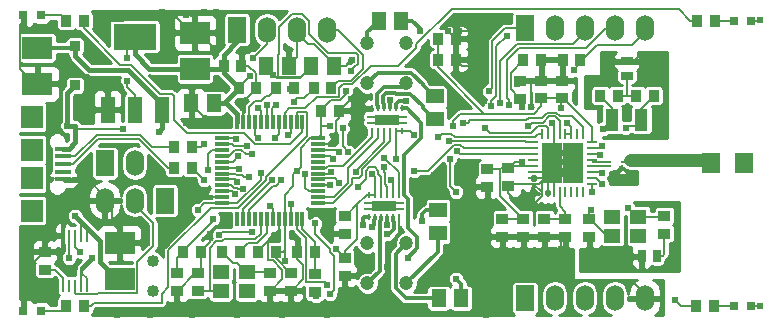
<source format=gbr>
%TF.GenerationSoftware,KiCad,Pcbnew,4.1.0-alpha+201607051515+6967~46~ubuntu15.10.1-product*%
%TF.CreationDate,2016-07-07T14:30:01+02:00*%
%TF.ProjectId,robot1,726F626F74312E6B696361645F706362,rev?*%
%TF.FileFunction,Copper,L1,Top,Signal*%
%FSLAX46Y46*%
G04 Gerber Fmt 4.6, Leading zero omitted, Abs format (unit mm)*
G04 Created by KiCad (PCBNEW 4.1.0-alpha+201607051515+6967~46~ubuntu15.10.1-product) date Thu Jul  7 14:30:01 2016*
%MOMM*%
%LPD*%
G01*
G04 APERTURE LIST*
%ADD10C,0.100000*%
%ADD11R,1.000760X0.899160*%
%ADD12R,0.899160X1.000760*%
%ADD13R,1.300480X1.498600*%
%ADD14R,2.499360X1.950720*%
%ADD15R,0.797560X0.797560*%
%ADD16C,1.016000*%
%ADD17R,1.524000X2.199640*%
%ADD18O,1.524000X2.199640*%
%ADD19C,1.200000*%
%ADD20R,1.498600X1.300480*%
%ADD21R,1.600200X1.803400*%
%ADD22R,0.299720X1.300480*%
%ADD23R,1.300480X0.299720*%
%ADD24R,1.897380X1.897380*%
%ADD25R,1.348740X0.398780*%
%ADD26R,1.346200X0.398780*%
%ADD27R,0.250000X1.000000*%
%ADD28R,1.219200X2.235200*%
%ADD29R,3.600000X2.200000*%
%ADD30R,0.700000X0.250000*%
%ADD31R,0.250000X0.500000*%
%ADD32R,2.000000X0.900000*%
%ADD33R,0.848360X0.279400*%
%ADD34R,0.279400X0.848360*%
%ADD35R,1.724660X1.724660*%
%ADD36C,0.250000*%
%ADD37R,1.400000X1.200000*%
%ADD38R,1.100000X1.900000*%
%ADD39R,0.850900X0.850900*%
%ADD40R,0.635000X1.016000*%
%ADD41R,1.016000X0.635000*%
%ADD42C,0.609600*%
%ADD43C,0.152400*%
%ADD44C,0.406400*%
%ADD45C,0.304800*%
%ADD46C,1.066800*%
%ADD47C,0.254000*%
G04 APERTURE END LIST*
D10*
D11*
X180975000Y-129413000D03*
X180975000Y-130916680D03*
D12*
X163057840Y-136398000D03*
X161554160Y-136398000D03*
D11*
X156464000Y-139689840D03*
X156464000Y-138186160D03*
X162560000Y-138186160D03*
X162560000Y-139689840D03*
X164338000Y-138186160D03*
X164338000Y-139689840D03*
D13*
X162242500Y-120650000D03*
X164147500Y-120650000D03*
D12*
X158633160Y-120650000D03*
X160136840Y-120650000D03*
X159903160Y-122555000D03*
X161406840Y-122555000D03*
X155214320Y-136398000D03*
X156718000Y-136398000D03*
D11*
X154686000Y-138186160D03*
X154686000Y-139689840D03*
D13*
X157797500Y-123825000D03*
X155892500Y-123825000D03*
D12*
X166888160Y-124460000D03*
X168391840Y-124460000D03*
D13*
X166052500Y-120650000D03*
X167957500Y-120650000D03*
D14*
X149860000Y-135636000D03*
X149860000Y-138684000D03*
X142875000Y-122174000D03*
X142875000Y-119126000D03*
X156210000Y-117856000D03*
X156210000Y-120904000D03*
D12*
X178297840Y-120142000D03*
X176794160Y-120142000D03*
X178297840Y-118364000D03*
X176794160Y-118364000D03*
D11*
X168910000Y-134863840D03*
X168910000Y-133360160D03*
X168910000Y-138419840D03*
X168910000Y-136916160D03*
X184023000Y-133614160D03*
X184023000Y-135117840D03*
X182753000Y-129296160D03*
X182753000Y-130799840D03*
X185801000Y-133614160D03*
X185801000Y-135117840D03*
D12*
X185526680Y-120142000D03*
X184023000Y-120142000D03*
D11*
X183769000Y-121930160D03*
X183769000Y-123433840D03*
X187579000Y-133614160D03*
X187579000Y-135117840D03*
X185547000Y-121920000D03*
X185547000Y-123423680D03*
D12*
X188838840Y-120142000D03*
X187335160Y-120142000D03*
D11*
X187325000Y-123423680D03*
X187325000Y-121920000D03*
X182245000Y-133614160D03*
X182245000Y-135117840D03*
D12*
X195061840Y-123190000D03*
X193558160Y-123190000D03*
X190510160Y-123190000D03*
X192013840Y-123190000D03*
D11*
X195961000Y-133360160D03*
X195961000Y-134863840D03*
X189611000Y-133614160D03*
X189611000Y-135117840D03*
D15*
X143179300Y-116405000D03*
X141680700Y-116405000D03*
X143179300Y-141405000D03*
X141680700Y-141405000D03*
X201815700Y-140970000D03*
X203314300Y-140970000D03*
X201815700Y-116840000D03*
X203314300Y-116840000D03*
D16*
X152654000Y-139700000D03*
X152654000Y-137160000D03*
D17*
X159766000Y-117602000D03*
D18*
X162306000Y-117602000D03*
X164846000Y-117602000D03*
X167386000Y-117602000D03*
D17*
X153670000Y-132080000D03*
D18*
X151130000Y-132080000D03*
X148590000Y-132080000D03*
D19*
X174115000Y-118745000D03*
X174115000Y-122145000D03*
X170815000Y-122145000D03*
X170815000Y-118745000D03*
X170815000Y-139065000D03*
X170815000Y-135665000D03*
X174115000Y-135665000D03*
X174115000Y-139065000D03*
D12*
X145298160Y-116840000D03*
X146801840Y-116840000D03*
X145298160Y-140970000D03*
X146801840Y-140970000D03*
X200141840Y-140970000D03*
X198638160Y-140970000D03*
X200258680Y-116840000D03*
X198755000Y-116840000D03*
D11*
X166370000Y-138313160D03*
X166370000Y-139816840D03*
D12*
X160009840Y-136398000D03*
X158506160Y-136398000D03*
X166359840Y-136398000D03*
X164856160Y-136398000D03*
X154442160Y-127508000D03*
X155945840Y-127508000D03*
X154442160Y-129286000D03*
X155945840Y-129286000D03*
X164581840Y-122555000D03*
X163078160Y-122555000D03*
X167756840Y-122555000D03*
X166253160Y-122555000D03*
D11*
X143510000Y-137911840D03*
X143510000Y-136408160D03*
D13*
X173672500Y-116840000D03*
X171767500Y-116840000D03*
D20*
X176530000Y-125158500D03*
X176530000Y-123253500D03*
X176784000Y-132905500D03*
X176784000Y-134810500D03*
D13*
X178752500Y-140335000D03*
X176847500Y-140335000D03*
D21*
X202692000Y-128905000D03*
X199898000Y-128905000D03*
D22*
X161310320Y-133639560D03*
X161810700Y-133639560D03*
X162311080Y-133639560D03*
X162808920Y-133639560D03*
X163309300Y-133639560D03*
X159809180Y-133639560D03*
X160309560Y-133639560D03*
X160809940Y-133639560D03*
D23*
X166659560Y-132290820D03*
X166659560Y-131790440D03*
X166659560Y-131290060D03*
X166659560Y-130789680D03*
X166659560Y-130289300D03*
X166659560Y-129788920D03*
X166659560Y-129291080D03*
X166659560Y-128790700D03*
D22*
X165310820Y-125440440D03*
X164810440Y-125440440D03*
X164310060Y-125440440D03*
X163809680Y-125440440D03*
X163309300Y-125440440D03*
X162808920Y-125440440D03*
X162311080Y-125440440D03*
X161810700Y-125440440D03*
D23*
X158460440Y-126789180D03*
X158460440Y-127289560D03*
X158460440Y-127789940D03*
X158460440Y-128290320D03*
X158460440Y-128790700D03*
X158460440Y-129291080D03*
X158460440Y-129788920D03*
X158460440Y-130289300D03*
D22*
X163809680Y-133639560D03*
X164310060Y-133639560D03*
X164810440Y-133639560D03*
X165310820Y-133639560D03*
D23*
X166659560Y-128290320D03*
X166659560Y-127789940D03*
X166659560Y-127289560D03*
X166659560Y-126789180D03*
D22*
X161310320Y-125440440D03*
X160809940Y-125440440D03*
X160309560Y-125440440D03*
X159809180Y-125440440D03*
D23*
X158460440Y-130789680D03*
X158460440Y-131290060D03*
X158460440Y-131790440D03*
X158460440Y-132290820D03*
D24*
X142375000Y-127777240D03*
X142375000Y-130175000D03*
X142375000Y-132925820D03*
X142375000Y-125026420D03*
D25*
X145049620Y-127675640D03*
D26*
X145049620Y-128328420D03*
X145049620Y-128976120D03*
X145049620Y-129623820D03*
X145049620Y-130276600D03*
D27*
X147050000Y-135046900D03*
X146550000Y-135046900D03*
X146050000Y-135046900D03*
X145550000Y-135046900D03*
X145050000Y-135046900D03*
X145050000Y-139273100D03*
X145550000Y-139273100D03*
X146050000Y-139273100D03*
X146550000Y-139273100D03*
X147050000Y-139273100D03*
D28*
X148818600Y-124383800D03*
X151130000Y-124383800D03*
X153441400Y-124383800D03*
D29*
X151130000Y-118186000D03*
D30*
X171116000Y-125472000D03*
X171116000Y-124972000D03*
X173816000Y-124972000D03*
D31*
X173216000Y-126172000D03*
X171216000Y-124272000D03*
X173716000Y-126172000D03*
X171216000Y-126172000D03*
X171716000Y-126172000D03*
X172216000Y-126172000D03*
X172716000Y-126172000D03*
X173716000Y-124272000D03*
X173216000Y-124272000D03*
X172716000Y-124272000D03*
X172216000Y-124272000D03*
X171716000Y-124272000D03*
D30*
X173816000Y-125472000D03*
D32*
X172466000Y-125222000D03*
D30*
X173566000Y-132272000D03*
X173566000Y-132772000D03*
X170866000Y-132772000D03*
D31*
X171466000Y-131572000D03*
X173466000Y-133472000D03*
X170966000Y-131572000D03*
X173466000Y-131572000D03*
X172966000Y-131572000D03*
X172466000Y-131572000D03*
X171966000Y-131572000D03*
X170966000Y-133472000D03*
X171466000Y-133472000D03*
X171966000Y-133472000D03*
X172466000Y-133472000D03*
X172966000Y-133472000D03*
D30*
X170866000Y-132272000D03*
D32*
X172216000Y-132522000D03*
D33*
X184851040Y-127655320D03*
X184851040Y-128155700D03*
X184851040Y-128656080D03*
X184851040Y-129153920D03*
X184851040Y-130652520D03*
D34*
X185577480Y-131378960D03*
X186075320Y-131378960D03*
X186575700Y-131378960D03*
X187076080Y-131378960D03*
X187573920Y-131378960D03*
X188074300Y-131378960D03*
D33*
X184851040Y-127157480D03*
D35*
X186463940Y-129766060D03*
X186463940Y-128043940D03*
X188186060Y-128043940D03*
X188186060Y-129766060D03*
D34*
X188574680Y-131378960D03*
X189072520Y-131378960D03*
D33*
X189798960Y-130652520D03*
X189798960Y-130154680D03*
X189798960Y-129654300D03*
X189798960Y-129153920D03*
X189798960Y-128656080D03*
X189798960Y-128155700D03*
X189798960Y-127655320D03*
X189798960Y-127157480D03*
D34*
X189072520Y-126431040D03*
X188574680Y-126431040D03*
X188074300Y-126431040D03*
X187573920Y-126431040D03*
D33*
X184851040Y-129654300D03*
X184851040Y-130154680D03*
D34*
X187076080Y-126431040D03*
X186575700Y-126431040D03*
X186075320Y-126431040D03*
X185577480Y-126431040D03*
D36*
X192389000Y-129178000D03*
X191389000Y-129178000D03*
X192389000Y-128778000D03*
X191389000Y-128778000D03*
D37*
X158412000Y-139738000D03*
X160612000Y-139738000D03*
X158412000Y-138138000D03*
X160612000Y-138138000D03*
D38*
X194016000Y-125222000D03*
X191516000Y-125222000D03*
D37*
X191559000Y-135039000D03*
X193759000Y-135039000D03*
X191559000Y-133439000D03*
X193759000Y-133439000D03*
D17*
X184150000Y-117475000D03*
D18*
X186690000Y-117475000D03*
X189230000Y-117475000D03*
X191770000Y-117475000D03*
X194310000Y-117475000D03*
D17*
X184150000Y-140335000D03*
D18*
X186690000Y-140335000D03*
X189230000Y-140335000D03*
X191770000Y-140335000D03*
X194310000Y-140335000D03*
D39*
X146050000Y-118976140D03*
X146050000Y-122323860D03*
D40*
X195328540Y-136779000D03*
X194053460Y-136779000D03*
D41*
X192786000Y-121541540D03*
X192786000Y-120266460D03*
D17*
X148590000Y-128905000D03*
D18*
X151130000Y-128905000D03*
D42*
X190637565Y-129741774D03*
X169011867Y-122758221D03*
X169391259Y-121085446D03*
X188270888Y-121011469D03*
X167640000Y-125730000D03*
X164846000Y-129540000D03*
X161775468Y-129781314D03*
X168148000Y-136144000D03*
X163830000Y-137160000D03*
X171196000Y-129794000D03*
X173228000Y-128524000D03*
X178054000Y-125730000D03*
X174752000Y-126492000D03*
X162814000Y-121412000D03*
X160830249Y-121537138D03*
X187705990Y-125476000D03*
X183896000Y-128778000D03*
X187198000Y-124206000D03*
X156464000Y-132842000D03*
X157734000Y-133604000D03*
X150495000Y-120015000D03*
X150495000Y-121920000D03*
X192792987Y-125180966D03*
X187537310Y-137747273D03*
X186817000Y-137033000D03*
X185865921Y-137730079D03*
X184912000Y-137414000D03*
X183769000Y-137541000D03*
X182499000Y-136271000D03*
X194945000Y-132461000D03*
X196977000Y-132461000D03*
X196977000Y-136017000D03*
X196977000Y-136906000D03*
X196977000Y-137795000D03*
X196215000Y-137795000D03*
X192786000Y-137668000D03*
X192786000Y-136652000D03*
X191897000Y-136652000D03*
X191897000Y-137668000D03*
X191008000Y-137668000D03*
X191008000Y-136652000D03*
X190119000Y-136652000D03*
X190119000Y-137668000D03*
X189230000Y-137668000D03*
X189230000Y-136652000D03*
X193421000Y-129921000D03*
X192786000Y-130175000D03*
X192151000Y-130175000D03*
X191532137Y-130159985D03*
X204089000Y-140970000D03*
X204072353Y-116797980D03*
X181229000Y-135128000D03*
X181229000Y-132461000D03*
X186354016Y-136291978D03*
X176408351Y-121512885D03*
X180306958Y-122559621D03*
X180645027Y-123622101D03*
X169468779Y-120142009D03*
X191262000Y-119888000D03*
X191135000Y-120904000D03*
X191389000Y-121920000D03*
X190373000Y-121920000D03*
X189484000Y-122301000D03*
X189484000Y-123825000D03*
X192786000Y-124333000D03*
X195199000Y-126238000D03*
X195580000Y-125603000D03*
X195580000Y-124587000D03*
X195580000Y-121793000D03*
X194056000Y-121793000D03*
X194056000Y-120777000D03*
X195580000Y-120777000D03*
X195580000Y-119761000D03*
X193929000Y-119761000D03*
X153924000Y-117856000D03*
X157988000Y-116078000D03*
X156972000Y-116078000D03*
X155448000Y-116332000D03*
X156718000Y-125730000D03*
X155448000Y-125476000D03*
X149098000Y-122174000D03*
X148336000Y-116840000D03*
X150622000Y-116332000D03*
X153416000Y-116078000D03*
X143510000Y-134874000D03*
X141732000Y-135128000D03*
X141732000Y-136906000D03*
X142240000Y-139192000D03*
X143510000Y-139954000D03*
X148336000Y-141478000D03*
X149606000Y-141732000D03*
X152400000Y-141732000D03*
X155956000Y-141732000D03*
X159766000Y-141732000D03*
X163576000Y-141732000D03*
X167386000Y-141732000D03*
X178054000Y-136398000D03*
X179070000Y-137414000D03*
X180340000Y-138938000D03*
X181864000Y-140208000D03*
X180594000Y-140208000D03*
X180848000Y-141732000D03*
X175260000Y-141478000D03*
X174244000Y-140970000D03*
X172466000Y-141478000D03*
X171196000Y-140716000D03*
X169418000Y-140970000D03*
X178562000Y-123952000D03*
X179324000Y-121920000D03*
X168706812Y-139700000D03*
X157734004Y-119126000D03*
X172466000Y-137668000D03*
X167741610Y-134874000D03*
X177661667Y-117678221D03*
X178562000Y-117678221D03*
X179578000Y-117678221D03*
X160274000Y-124206000D03*
X158496000Y-125476000D03*
X169418000Y-123444000D03*
X183464221Y-122171375D03*
X183388006Y-132080000D03*
X184658000Y-124180590D03*
X186436000Y-125476000D03*
X180594000Y-119634000D03*
X179578000Y-119634000D03*
X179578000Y-118618000D03*
X179832000Y-120650000D03*
X187960000Y-129540000D03*
X187198000Y-129540000D03*
X186436000Y-129540000D03*
X186436000Y-128778000D03*
X187198000Y-128778000D03*
X187960000Y-128778000D03*
X187960000Y-128016000D03*
X187198000Y-128016000D03*
X186436046Y-128016000D03*
X184150000Y-136398000D03*
X185166000Y-136398000D03*
X184912000Y-132334000D03*
X184404000Y-131572000D03*
X187198000Y-136144000D03*
X157480000Y-134874000D03*
X153670000Y-134620000D03*
X152146000Y-135636000D03*
X147320000Y-125095000D03*
X144780000Y-133350000D03*
X160655000Y-119380000D03*
X150114006Y-125984000D03*
X162282335Y-124017526D03*
X146050000Y-133350000D03*
X145415000Y-125730000D03*
X184434447Y-125782225D03*
X183896000Y-124180590D03*
X192675433Y-125933856D03*
X190659014Y-127435187D03*
X190754000Y-125984000D03*
X190541334Y-128188058D03*
X192913000Y-132715000D03*
X190680352Y-130684863D03*
X189738000Y-132842000D03*
X189865000Y-131318000D03*
X158242000Y-135000996D03*
X161037126Y-134772390D03*
X162560066Y-132542988D03*
X164260038Y-122659495D03*
X161135058Y-120015000D03*
X153162000Y-126238000D03*
X166451564Y-140131779D03*
X174243982Y-136906000D03*
X170434000Y-134116913D03*
X172729289Y-123545610D03*
X172466132Y-134934268D03*
X168706811Y-125945640D03*
X169164000Y-127939843D03*
X164094967Y-126527364D03*
X177800000Y-128524000D03*
X178308000Y-131318000D03*
X196850000Y-140462000D03*
X156972000Y-127254000D03*
X161544000Y-124206000D03*
X161544000Y-126746000D03*
X156972000Y-130302000D03*
X164571893Y-123723378D03*
X159666964Y-126852691D03*
X174119503Y-123659411D03*
X175260000Y-117678221D03*
X171218557Y-134311348D03*
X175395449Y-133781841D03*
X172469399Y-134172263D03*
X178308000Y-138684000D03*
X165552108Y-129851079D03*
X174752000Y-129540004D03*
X169974463Y-130916425D03*
X167661323Y-130735161D03*
X172810458Y-130319685D03*
X168401964Y-130556000D03*
X167760835Y-129659288D03*
X169804797Y-129652731D03*
X167894000Y-128524000D03*
X172186590Y-129215371D03*
X160608229Y-127481674D03*
X178877945Y-125478510D03*
X178369004Y-127862508D03*
X157352996Y-129522404D03*
X161028113Y-128117566D03*
X176784000Y-126715528D03*
X159885415Y-128303011D03*
X177689003Y-126998718D03*
X159902501Y-129369822D03*
X180763292Y-125899286D03*
X167640000Y-139953998D03*
X146469593Y-136398944D03*
X164343090Y-132334000D03*
X166390812Y-134010390D03*
X167386000Y-139192000D03*
X145542000Y-136906000D03*
X168367409Y-127926885D03*
X172238056Y-128454796D03*
X182075151Y-123845452D03*
X162773674Y-130299043D03*
X182823630Y-123988427D03*
X163533791Y-130352755D03*
X181276142Y-124104825D03*
X182626000Y-118110000D03*
X163028155Y-126747529D03*
X181087204Y-122831440D03*
X163068000Y-123952000D03*
X160756590Y-130048000D03*
X159766000Y-130484532D03*
X160267977Y-131077667D03*
X159583063Y-131551344D03*
X147531711Y-136948289D03*
D43*
X190550091Y-129654300D02*
X190637565Y-129741774D01*
X189798960Y-129654300D02*
X190550091Y-129654300D01*
X182245000Y-133614160D02*
X184023000Y-133614160D01*
X180975000Y-129413000D02*
X181983380Y-129413000D01*
X181983380Y-129413000D02*
X182024019Y-129372361D01*
X176794160Y-120794780D02*
X180713371Y-124713991D01*
X176794160Y-120142000D02*
X176794160Y-120794780D01*
X170002189Y-120474516D02*
X169696058Y-120780647D01*
X169875933Y-119608599D02*
X170002189Y-119734855D01*
X167446225Y-119608599D02*
X169875933Y-119608599D01*
X165836610Y-117998984D02*
X167446225Y-119608599D01*
X169696058Y-120780647D02*
X169391259Y-121085446D01*
X165836610Y-116853856D02*
X165836610Y-117998984D01*
X163268659Y-119717819D02*
X163314379Y-119672099D01*
X170002189Y-119734855D02*
X170002189Y-120474516D01*
X165256324Y-116273570D02*
X165836610Y-116853856D01*
X164435676Y-116273570D02*
X165256324Y-116273570D01*
X163314379Y-117394867D02*
X164435676Y-116273570D01*
X165173659Y-121627901D02*
X163314379Y-121627901D01*
X163314379Y-119672099D02*
X163314379Y-117394867D01*
X166052500Y-120749060D02*
X165173659Y-121627901D01*
X163268659Y-121582181D02*
X163268659Y-119717819D01*
X163314379Y-121627901D02*
X163268659Y-121582181D01*
X167708568Y-123588792D02*
X168516030Y-123588792D01*
X169011867Y-123092955D02*
X169011867Y-122758221D01*
X166888160Y-124409200D02*
X167708568Y-123588792D01*
X166888160Y-124460000D02*
X166888160Y-124409200D01*
X168516030Y-123588792D02*
X169011867Y-123092955D01*
X188838840Y-120142000D02*
X188976000Y-120142000D01*
X193250820Y-118872000D02*
X194310000Y-117812820D01*
X188976000Y-120142000D02*
X190246000Y-118872000D01*
X190246000Y-118872000D02*
X193250820Y-118872000D01*
X194310000Y-117812820D02*
X194310000Y-117475000D01*
X188838840Y-120142000D02*
X188838840Y-120443517D01*
X188838840Y-120443517D02*
X188270888Y-121011469D01*
D44*
X158633160Y-120650000D02*
X158633160Y-119712234D01*
X159766000Y-118579394D02*
X159766000Y-117602000D01*
X158633160Y-119712234D02*
X159766000Y-118579394D01*
D43*
X166888160Y-124460000D02*
X166888160Y-125730000D01*
X166888160Y-125730000D02*
X166888160Y-126560580D01*
X167640000Y-125730000D02*
X166888160Y-125730000D01*
X166052500Y-120749060D02*
X166052500Y-120650000D01*
X164846000Y-129540000D02*
X165150799Y-129235201D01*
X165150799Y-129235201D02*
X165150799Y-127586739D01*
X165150799Y-127586739D02*
X165948358Y-126789180D01*
X165948358Y-126789180D02*
X166659560Y-126789180D01*
X163809680Y-131592320D02*
X163809680Y-133639560D01*
X164541201Y-130860799D02*
X163809680Y-131592320D01*
X164846000Y-129540000D02*
X164541201Y-129844799D01*
X164541201Y-129844799D02*
X164541201Y-130860799D01*
X161775468Y-130324532D02*
X161775468Y-129781314D01*
X159809180Y-132290820D02*
X161775468Y-130324532D01*
X158460440Y-132290820D02*
X159809180Y-132290820D01*
X168148000Y-136144000D02*
X168148000Y-136154160D01*
X168148000Y-136154160D02*
X168910000Y-136916160D01*
X163809680Y-136248140D02*
X163809680Y-137139680D01*
X163809680Y-137139680D02*
X163830000Y-137160000D01*
X171466000Y-131572000D02*
X171466000Y-130064000D01*
X171466000Y-130064000D02*
X171196000Y-129794000D01*
X173216000Y-126172000D02*
X173216000Y-128512000D01*
X173216000Y-128512000D02*
X173228000Y-128524000D01*
X178054000Y-125730000D02*
X178054000Y-125298948D01*
X178054000Y-125298948D02*
X178638957Y-124713991D01*
X178638957Y-124713991D02*
X180713371Y-124713991D01*
X173716000Y-126172000D02*
X174432000Y-126172000D01*
X174432000Y-126172000D02*
X174752000Y-126492000D01*
X173716000Y-126172000D02*
X173216000Y-126172000D01*
X169900599Y-132420361D02*
X169926000Y-132394960D01*
X169900599Y-135323581D02*
X169900599Y-132420361D01*
X168910000Y-136314180D02*
X169900599Y-135323581D01*
X168910000Y-136916160D02*
X168910000Y-136314180D01*
X163809680Y-133639560D02*
X163809680Y-136248140D01*
X163809680Y-136248140D02*
X163659820Y-136398000D01*
X163659820Y-136398000D02*
X163057840Y-136398000D01*
X163118799Y-121716799D02*
X162814000Y-121412000D01*
X166052500Y-120749060D02*
X165084761Y-121716799D01*
X165084761Y-121716799D02*
X163118799Y-121716799D01*
X162814000Y-121412000D02*
X162814000Y-121221500D01*
X162814000Y-121221500D02*
X162242500Y-120650000D01*
X159903160Y-122555000D02*
X159903160Y-122464227D01*
X159903160Y-122464227D02*
X160830249Y-121537138D01*
X166888160Y-126560580D02*
X166659560Y-126789180D01*
X182753000Y-129296160D02*
X182100220Y-129296160D01*
X182100220Y-129296160D02*
X182024019Y-129372361D01*
X182024019Y-131665979D02*
X183972200Y-133614160D01*
X182024019Y-129372361D02*
X182024019Y-131665979D01*
X183972200Y-133614160D02*
X184023000Y-133614160D01*
X184914033Y-124713991D02*
X185547000Y-124081024D01*
X180713371Y-124713991D02*
X184914033Y-124713991D01*
X185547000Y-124081024D02*
X185547000Y-123423680D01*
X188074300Y-125844310D02*
X187705990Y-125476000D01*
X188074300Y-126431040D02*
X188074300Y-125844310D01*
X183896000Y-128778000D02*
X183271160Y-128778000D01*
X183271160Y-128778000D02*
X182753000Y-129296160D01*
X189092840Y-119888000D02*
X188838840Y-120142000D01*
X187325000Y-123423680D02*
X187472320Y-123423680D01*
X187198000Y-124206000D02*
X187198000Y-123550680D01*
X187198000Y-123550680D02*
X187325000Y-123423680D01*
X189798960Y-127157480D02*
X189798960Y-125846840D01*
X189798960Y-125846840D02*
X187375800Y-123423680D01*
X187375800Y-123423680D02*
X187325000Y-123423680D01*
X187573920Y-126431040D02*
X188074300Y-126431040D01*
X168960800Y-133360160D02*
X169926000Y-132394960D01*
X169926000Y-132394960D02*
X170748960Y-131572000D01*
X168910000Y-133360160D02*
X168960800Y-133360160D01*
X170748960Y-131572000D02*
X170966000Y-131572000D01*
X176794160Y-118364000D02*
X176794160Y-120142000D01*
X185547000Y-123423680D02*
X187325000Y-123423680D01*
X184851040Y-129153920D02*
X182895240Y-129153920D01*
X182895240Y-129153920D02*
X182753000Y-129296160D01*
X171466000Y-131572000D02*
X170966000Y-131572000D01*
X163057840Y-136398000D02*
X163057840Y-136956800D01*
X163057840Y-136956800D02*
X164287200Y-138186160D01*
X164287200Y-138186160D02*
X164338000Y-138186160D01*
X156464000Y-132842000D02*
X157015180Y-132290820D01*
X157015180Y-132290820D02*
X158460440Y-132290820D01*
X155214320Y-136398000D02*
X155214320Y-136347200D01*
X155214320Y-136347200D02*
X157734000Y-133827520D01*
X157734000Y-133827520D02*
X157734000Y-133604000D01*
X154686000Y-138186160D02*
X154686000Y-136926320D01*
X154686000Y-136926320D02*
X155214320Y-136398000D01*
D44*
X157797500Y-123825000D02*
X158854140Y-123825000D01*
X158854140Y-123825000D02*
X159804099Y-124774959D01*
X159804099Y-124774959D02*
X159804099Y-125440440D01*
X157797500Y-123825000D02*
X158633160Y-123825000D01*
X158633160Y-123825000D02*
X159903160Y-122555000D01*
X158633160Y-120650000D02*
X158633160Y-121285000D01*
X158633160Y-121285000D02*
X159903160Y-122555000D01*
X156210000Y-120904000D02*
X158379160Y-120904000D01*
X158379160Y-120904000D02*
X158633160Y-120650000D01*
X151130000Y-118186000D02*
X151130000Y-119692400D01*
X151130000Y-119692400D02*
X152341600Y-120904000D01*
X152341600Y-120904000D02*
X156210000Y-120904000D01*
D43*
X150495000Y-120015000D02*
X150495000Y-118821000D01*
X150495000Y-118821000D02*
X151130000Y-118186000D01*
X151130000Y-124383800D02*
X151130000Y-123113800D01*
X150495000Y-122478800D02*
X150495000Y-121920000D01*
X151130000Y-123113800D02*
X150495000Y-122478800D01*
X194310000Y-140335000D02*
X194310000Y-139997180D01*
X194310000Y-139997180D02*
X193123820Y-138811000D01*
X193123820Y-138811000D02*
X187960000Y-138811000D01*
X187960000Y-138811000D02*
X187537310Y-138388310D01*
X187537310Y-138388310D02*
X187537310Y-137747273D01*
X192786000Y-124333000D02*
X192786000Y-125173979D01*
X192786000Y-125173979D02*
X192792987Y-125180966D01*
X185865921Y-137730079D02*
X186119921Y-137730079D01*
X186119921Y-137730079D02*
X186817000Y-137033000D01*
X183769000Y-137541000D02*
X184785000Y-137541000D01*
X184785000Y-137541000D02*
X184912000Y-137414000D01*
X184150000Y-136398000D02*
X182626000Y-136398000D01*
X182626000Y-136398000D02*
X182499000Y-136271000D01*
X196977000Y-136017000D02*
X196977000Y-132461000D01*
X196977000Y-137795000D02*
X196977000Y-136906000D01*
X193167000Y-138049000D02*
X195961000Y-138049000D01*
X195961000Y-138049000D02*
X196215000Y-137795000D01*
X192786000Y-137668000D02*
X193167000Y-138049000D01*
X191897000Y-136652000D02*
X192786000Y-136652000D01*
X191008000Y-137668000D02*
X191897000Y-137668000D01*
X190119000Y-136652000D02*
X191008000Y-136652000D01*
X189230000Y-137668000D02*
X190119000Y-137668000D01*
X189611000Y-135117840D02*
X189611000Y-136271000D01*
X189611000Y-136271000D02*
X189230000Y-136652000D01*
X192786000Y-130175000D02*
X193167000Y-130175000D01*
X193167000Y-130175000D02*
X193421000Y-129921000D01*
X191532137Y-130159985D02*
X192135985Y-130159985D01*
X192135985Y-130159985D02*
X192151000Y-130175000D01*
X192389000Y-129178000D02*
X191532137Y-130034863D01*
X191532137Y-130034863D02*
X191532137Y-130159985D01*
X203314300Y-140970000D02*
X204089000Y-140970000D01*
X204030333Y-116840000D02*
X204072353Y-116797980D01*
X203314300Y-116840000D02*
X204030333Y-116840000D01*
X182245000Y-135117840D02*
X181239160Y-135117840D01*
X181239160Y-135117840D02*
X181229000Y-135128000D01*
X180975000Y-130916680D02*
X180975000Y-132207000D01*
X180975000Y-132207000D02*
X181229000Y-132461000D01*
X186501994Y-136144000D02*
X186354016Y-136291978D01*
X187198000Y-136144000D02*
X186501994Y-136144000D01*
X186247994Y-136398000D02*
X186354016Y-136291978D01*
X185166000Y-136398000D02*
X186247994Y-136398000D01*
X182245000Y-135117840D02*
X182897780Y-135117840D01*
X182897780Y-135117840D02*
X184023000Y-135117840D01*
X176553937Y-121512885D02*
X176408351Y-121512885D01*
X178562000Y-123520948D02*
X176553937Y-121512885D01*
X178562000Y-123952000D02*
X178562000Y-123520948D01*
X180306958Y-122559621D02*
X180306958Y-123284032D01*
X180306958Y-123284032D02*
X180340228Y-123317302D01*
X180340228Y-123317302D02*
X180645027Y-123622101D01*
X169163980Y-120446808D02*
X169468779Y-120142009D01*
X167957500Y-120650000D02*
X168960788Y-120650000D01*
X168960788Y-120650000D02*
X169163980Y-120446808D01*
X191135000Y-120904000D02*
X191135000Y-120015000D01*
X191135000Y-120015000D02*
X191262000Y-119888000D01*
X190373000Y-121920000D02*
X191389000Y-121920000D01*
X189484000Y-123825000D02*
X189484000Y-122301000D01*
X195580000Y-125603000D02*
X195580000Y-125857000D01*
X195580000Y-125857000D02*
X195199000Y-126238000D01*
X195580000Y-121793000D02*
X195884799Y-122097799D01*
X195884799Y-122097799D02*
X195884799Y-124282201D01*
X195884799Y-124282201D02*
X195580000Y-124587000D01*
X194056000Y-120777000D02*
X194056000Y-121793000D01*
X195580000Y-119761000D02*
X195580000Y-120777000D01*
X192786000Y-120266460D02*
X193423540Y-120266460D01*
X193423540Y-120266460D02*
X193929000Y-119761000D01*
X156499560Y-131790440D02*
X158460440Y-131790440D01*
X153924000Y-117856000D02*
X156210000Y-117856000D01*
X156972000Y-116078000D02*
X157988000Y-116078000D01*
X156210000Y-117856000D02*
X156210000Y-116728240D01*
X156210000Y-116728240D02*
X155813760Y-116332000D01*
X155813760Y-116332000D02*
X155448000Y-116332000D01*
X156718000Y-125730000D02*
X158242000Y-125730000D01*
X158242000Y-125730000D02*
X158496000Y-125476000D01*
X155892500Y-123825000D02*
X155892500Y-125031500D01*
X155892500Y-125031500D02*
X155448000Y-125476000D01*
X149098000Y-122174000D02*
X148793201Y-122478799D01*
X148793201Y-122478799D02*
X148793201Y-123088401D01*
X148793201Y-123088401D02*
X148818600Y-123113800D01*
X150622000Y-116332000D02*
X150114000Y-116840000D01*
X150114000Y-116840000D02*
X148336000Y-116840000D01*
X156210000Y-117856000D02*
X155935680Y-117856000D01*
X155935680Y-117856000D02*
X154157680Y-116078000D01*
X154157680Y-116078000D02*
X153416000Y-116078000D01*
X143510000Y-134874000D02*
X144780000Y-133604000D01*
X144780000Y-133604000D02*
X144780000Y-133350000D01*
X141732000Y-136906000D02*
X141732000Y-135128000D01*
X143510000Y-139954000D02*
X143002000Y-139954000D01*
X143002000Y-139954000D02*
X142240000Y-139192000D01*
X149606000Y-141732000D02*
X148590000Y-141732000D01*
X148590000Y-141732000D02*
X148336000Y-141478000D01*
X155956000Y-141732000D02*
X152400000Y-141732000D01*
X163576000Y-141732000D02*
X159766000Y-141732000D01*
X169418000Y-140970000D02*
X168148000Y-140970000D01*
X168148000Y-140970000D02*
X167386000Y-141732000D01*
X180340000Y-138938000D02*
X179070000Y-137668000D01*
X179070000Y-137668000D02*
X179070000Y-137414000D01*
X180594000Y-140208000D02*
X181864000Y-140208000D01*
X175260000Y-141478000D02*
X180594000Y-141478000D01*
X180594000Y-141478000D02*
X180848000Y-141732000D01*
X172466000Y-141478000D02*
X173736000Y-141478000D01*
X173736000Y-141478000D02*
X174244000Y-140970000D01*
X169418000Y-140970000D02*
X170942000Y-140970000D01*
X170942000Y-140970000D02*
X171196000Y-140716000D01*
X179832000Y-120650000D02*
X179832000Y-121412000D01*
X179832000Y-121412000D02*
X179324000Y-121920000D01*
X168910000Y-139496812D02*
X168706812Y-139700000D01*
X168910000Y-138419840D02*
X168910000Y-139496812D01*
X156484320Y-117856000D02*
X157734004Y-119105684D01*
X156210000Y-117856000D02*
X156484320Y-117856000D01*
X157734004Y-119105684D02*
X157734004Y-119126000D01*
X173466000Y-133472000D02*
X173466000Y-135087670D01*
X173466000Y-135087670D02*
X172466000Y-136087670D01*
X172466000Y-136087670D02*
X172466000Y-137668000D01*
X185577480Y-131378960D02*
X185577480Y-130398520D01*
X185577480Y-130398520D02*
X186436000Y-129540000D01*
X186075320Y-131378960D02*
X186075320Y-130154680D01*
X186075320Y-130154680D02*
X186463940Y-129766060D01*
X184851040Y-130652520D02*
X185323480Y-130652520D01*
X185323480Y-130652520D02*
X186131201Y-129844799D01*
X186131201Y-129844799D02*
X186436000Y-129540000D01*
X184851040Y-130154680D02*
X185821320Y-130154680D01*
X185821320Y-130154680D02*
X186436000Y-129540000D01*
X184851040Y-129654300D02*
X186321700Y-129654300D01*
X186321700Y-129654300D02*
X186436000Y-129540000D01*
X168173401Y-125331219D02*
X168173401Y-126578359D01*
X168173401Y-126578359D02*
X167462200Y-127289560D01*
X168391840Y-125112780D02*
X168173401Y-125331219D01*
X167462200Y-127289560D02*
X166659560Y-127289560D01*
X168391840Y-124460000D02*
X168391840Y-125112780D01*
X163609019Y-137939045D02*
X163609019Y-138691621D01*
X163609019Y-138691621D02*
X162610800Y-139689840D01*
X162610800Y-139689840D02*
X162560000Y-139689840D01*
X164856160Y-136398000D02*
X164838927Y-136380767D01*
X163309300Y-134592060D02*
X162379659Y-135521701D01*
X164838927Y-136380767D02*
X164838927Y-136296409D01*
X164838927Y-136296409D02*
X165143726Y-135991610D01*
X167751770Y-134863840D02*
X167741610Y-134874000D01*
X162379659Y-137081261D02*
X162425379Y-137126981D01*
X162379659Y-135521701D02*
X162379659Y-137081261D01*
X168910000Y-134863840D02*
X167751770Y-134863840D01*
X162796955Y-137126981D02*
X163609019Y-137939045D01*
X162425379Y-137126981D02*
X162796955Y-137126981D01*
X177662861Y-117678221D02*
X177661667Y-117678221D01*
X178297840Y-118364000D02*
X178297840Y-118313200D01*
X179578000Y-117678221D02*
X178562000Y-117678221D01*
X178297840Y-118313200D02*
X177662861Y-117678221D01*
X161406840Y-121902220D02*
X161406840Y-122555000D01*
X161363659Y-121274839D02*
X161363659Y-121859039D01*
X160738820Y-120650000D02*
X161363659Y-121274839D01*
X160136840Y-120650000D02*
X160738820Y-120650000D01*
X161363659Y-121859039D02*
X161406840Y-121902220D01*
X161406840Y-122555000D02*
X161406840Y-122605800D01*
X160274000Y-123738640D02*
X160274000Y-124206000D01*
X161406840Y-122605800D02*
X160274000Y-123738640D01*
X160274000Y-124206000D02*
X160274000Y-125404880D01*
X160274000Y-125404880D02*
X160309560Y-125440440D01*
X155892500Y-123825000D02*
X155892500Y-123924060D01*
X155892500Y-123924060D02*
X157444440Y-125476000D01*
X157444440Y-125476000D02*
X158496000Y-125476000D01*
X168391840Y-124460000D02*
X168402000Y-124460000D01*
X168402000Y-124460000D02*
X169418000Y-123444000D01*
X168391840Y-124460000D02*
X171028000Y-124460000D01*
X171028000Y-124460000D02*
X171216000Y-124272000D01*
X183527785Y-122171375D02*
X183464221Y-122171375D01*
X183769000Y-121930160D02*
X183527785Y-122171375D01*
X184023000Y-135117840D02*
X183972200Y-135117840D01*
X182753000Y-131444994D02*
X183388006Y-132080000D01*
X182753000Y-130799840D02*
X182753000Y-131444994D01*
X184658000Y-121930160D02*
X184658000Y-124180590D01*
X183769000Y-121930160D02*
X184658000Y-121930160D01*
X184658000Y-121930160D02*
X185536840Y-121930160D01*
X186575700Y-125615700D02*
X186436000Y-125476000D01*
X186575700Y-126431040D02*
X186575700Y-125615700D01*
X179578000Y-119634000D02*
X180594000Y-119634000D01*
X178297840Y-118364000D02*
X179324000Y-118364000D01*
X179324000Y-118364000D02*
X179578000Y-118618000D01*
X178297840Y-118364000D02*
X178297840Y-120142000D01*
X179832000Y-120650000D02*
X178805840Y-120650000D01*
X178805840Y-120650000D02*
X178297840Y-120142000D01*
X187325000Y-121920000D02*
X185547000Y-121920000D01*
X187335160Y-120142000D02*
X187335160Y-121909840D01*
X187335160Y-121909840D02*
X187325000Y-121920000D01*
X185526680Y-120142000D02*
X187335160Y-120142000D01*
X185547000Y-121920000D02*
X185547000Y-120162320D01*
X185547000Y-120162320D02*
X185526680Y-120142000D01*
X185536840Y-121930160D02*
X185547000Y-121920000D01*
X186575700Y-127876346D02*
X186436046Y-128016000D01*
X186575700Y-126431040D02*
X186575700Y-127876346D01*
X186436046Y-128016046D02*
X186436046Y-128016000D01*
X186463940Y-128043940D02*
X186436046Y-128016046D01*
X186463940Y-129766060D02*
X186463940Y-128043940D01*
X188186060Y-128043940D02*
X186463940Y-128043940D01*
X184150000Y-136398000D02*
X184150000Y-135244840D01*
X184150000Y-135244840D02*
X184023000Y-135117840D01*
X188186060Y-129766060D02*
X188186060Y-128043940D01*
X186463940Y-129766060D02*
X188186060Y-129766060D01*
X186575700Y-131378960D02*
X186575700Y-129877820D01*
X186575700Y-129877820D02*
X186463940Y-129766060D01*
X185577480Y-131378960D02*
X185577480Y-131668520D01*
X185577480Y-131668520D02*
X184912000Y-132334000D01*
X184851040Y-130652520D02*
X184851040Y-131124960D01*
X184851040Y-131124960D02*
X184404000Y-131572000D01*
X184851040Y-130652520D02*
X182900320Y-130652520D01*
X182900320Y-130652520D02*
X182753000Y-130799840D01*
X185577480Y-131378960D02*
X184851040Y-130652520D01*
X185801000Y-135117840D02*
X184023000Y-135117840D01*
X187579000Y-135117840D02*
X185801000Y-135117840D01*
X187198000Y-136144000D02*
X187198000Y-135498840D01*
X187198000Y-135498840D02*
X187579000Y-135117840D01*
X164856160Y-137050780D02*
X164856160Y-136398000D01*
X165336208Y-137530828D02*
X164856160Y-137050780D01*
X165336208Y-138742432D02*
X165336208Y-137530828D01*
X164388800Y-139689840D02*
X165336208Y-138742432D01*
X164338000Y-139689840D02*
X164388800Y-139689840D01*
X156718000Y-136398000D02*
X156718000Y-136347200D01*
X156718000Y-136347200D02*
X157480000Y-135585200D01*
X157480000Y-135585200D02*
X157480000Y-134874000D01*
X153670000Y-134620000D02*
X156499560Y-131790440D01*
X149860000Y-135636000D02*
X152146000Y-135636000D01*
X161554160Y-136398000D02*
X161554160Y-136347200D01*
X161554160Y-136347200D02*
X163309300Y-134592060D01*
X163309300Y-134592060D02*
X163309300Y-133639560D01*
X162560000Y-139689840D02*
X164338000Y-139689840D01*
X156718000Y-136398000D02*
X156718000Y-137932160D01*
X156718000Y-137932160D02*
X156464000Y-138186160D01*
X154686000Y-139689840D02*
X154736800Y-139689840D01*
X154736800Y-139689840D02*
X156240480Y-138186160D01*
X156240480Y-138186160D02*
X156464000Y-138186160D01*
X148818600Y-124383800D02*
X148031200Y-124383800D01*
X148031200Y-124383800D02*
X147320000Y-125095000D01*
X145050000Y-135046900D02*
X145050000Y-133620000D01*
X145050000Y-133620000D02*
X144780000Y-133350000D01*
X143510000Y-136408160D02*
X143510000Y-135806180D01*
X143510000Y-135806180D02*
X144269280Y-135046900D01*
X144269280Y-135046900D02*
X145050000Y-135046900D01*
X149860000Y-135636000D02*
X149860000Y-134620000D01*
X149860000Y-134620000D02*
X149225000Y-133985000D01*
X149225000Y-133985000D02*
X149225000Y-132715000D01*
X149225000Y-132715000D02*
X148590000Y-132080000D01*
X141680700Y-141405000D02*
X141680700Y-138186660D01*
X141680700Y-138186660D02*
X143459200Y-136408160D01*
X143459200Y-136408160D02*
X143510000Y-136408160D01*
X164846000Y-117602000D02*
X164846000Y-117939820D01*
X164846000Y-117939820D02*
X165760400Y-118854220D01*
X165760400Y-118854220D02*
X166260780Y-118854220D01*
X166260780Y-118854220D02*
X167957500Y-120550940D01*
X167957500Y-120550940D02*
X167957500Y-120650000D01*
X164846000Y-117602000D02*
X164846000Y-119951500D01*
X164846000Y-119951500D02*
X164147500Y-120650000D01*
X160136840Y-120650000D02*
X160136840Y-119898160D01*
X160136840Y-119898160D02*
X160655000Y-119380000D01*
X145049620Y-130276600D02*
X147124420Y-130276600D01*
X147124420Y-130276600D02*
X148590000Y-131742180D01*
X148590000Y-131742180D02*
X148590000Y-132080000D01*
X142875000Y-122174000D02*
X144579338Y-122174000D01*
X144579338Y-122174000D02*
X145309578Y-121443760D01*
X145309578Y-121443760D02*
X147148560Y-121443760D01*
X147148560Y-121443760D02*
X148818600Y-123113800D01*
X148818600Y-123113800D02*
X148818600Y-124383800D01*
X142875000Y-122174000D02*
X142600680Y-122174000D01*
X142600680Y-122174000D02*
X141396719Y-120970039D01*
X141396719Y-120970039D02*
X141396719Y-117240161D01*
X141396719Y-117240161D02*
X141680700Y-116956180D01*
X141680700Y-116956180D02*
X141680700Y-116405000D01*
X158668230Y-135364208D02*
X158498033Y-135534405D01*
X157480000Y-136062718D02*
X157480000Y-139738000D01*
X161810700Y-133639560D02*
X161810700Y-134888736D01*
X161810700Y-134888736D02*
X161335228Y-135364208D01*
X161335228Y-135364208D02*
X158668230Y-135364208D01*
X158498033Y-135534405D02*
X158008313Y-135534405D01*
X158008313Y-135534405D02*
X157480000Y-136062718D01*
X158412000Y-139738000D02*
X157480000Y-139738000D01*
X157480000Y-139738000D02*
X156512160Y-139738000D01*
X156512160Y-139738000D02*
X156464000Y-139689840D01*
X160612000Y-138138000D02*
X160512000Y-138138000D01*
X159442960Y-137385600D02*
X158506160Y-136448800D01*
X160512000Y-138138000D02*
X159759600Y-137385600D01*
X159759600Y-137385600D02*
X159442960Y-137385600D01*
X158506160Y-136448800D02*
X158506160Y-136398000D01*
X160612000Y-138138000D02*
X162511840Y-138138000D01*
X162511840Y-138138000D02*
X162560000Y-138186160D01*
X146050000Y-125730000D02*
X146304000Y-125984000D01*
X146304000Y-125984000D02*
X149682954Y-125984000D01*
X149682954Y-125984000D02*
X150114006Y-125984000D01*
D44*
X145415000Y-125730000D02*
X145415000Y-122958860D01*
X145415000Y-122958860D02*
X146050000Y-122323860D01*
X148203920Y-135503920D02*
X146685000Y-133985000D01*
X149585680Y-138684000D02*
X148203920Y-137302240D01*
X148203920Y-137302240D02*
X148203920Y-135503920D01*
X149860000Y-138684000D02*
X149585680Y-138684000D01*
D43*
X162311080Y-124046271D02*
X162282335Y-124017526D01*
X162311080Y-125440440D02*
X162311080Y-124046271D01*
X147050000Y-135046900D02*
X147050000Y-134350000D01*
X147050000Y-134350000D02*
X146685000Y-133985000D01*
X146550000Y-135046900D02*
X146550000Y-134120000D01*
X146550000Y-134120000D02*
X146685000Y-133985000D01*
D44*
X146050000Y-133350000D02*
X146685000Y-133985000D01*
X145049620Y-127675640D02*
X145524600Y-127675640D01*
X145524600Y-127675640D02*
X146050000Y-127150240D01*
X146050000Y-127150240D02*
X146050000Y-125730000D01*
X146050000Y-125730000D02*
X145415000Y-125730000D01*
D43*
X187579000Y-133614160D02*
X187579000Y-133012180D01*
X187579000Y-133012180D02*
X187076080Y-132509260D01*
X187076080Y-132509260D02*
X187076080Y-131378960D01*
X185801000Y-133614160D02*
X187579000Y-133614160D01*
X182930811Y-121284989D02*
X182930811Y-122646451D01*
X184023000Y-120192800D02*
X182930811Y-121284989D01*
X184023000Y-120142000D02*
X184023000Y-120192800D01*
X182930811Y-122646451D02*
X183718200Y-123433840D01*
X183718200Y-123433840D02*
X183769000Y-123433840D01*
X184743224Y-125473448D02*
X184434447Y-125782225D01*
X187076080Y-125326644D02*
X186692034Y-124942598D01*
X183769000Y-124053590D02*
X183896000Y-124180590D01*
X186179966Y-124942598D02*
X185649116Y-125473448D01*
X185649116Y-125473448D02*
X184743224Y-125473448D01*
X183769000Y-123433840D02*
X183769000Y-124053590D01*
X187076080Y-126431040D02*
X187076080Y-125326644D01*
X186692034Y-124942598D02*
X186179966Y-124942598D01*
X194016000Y-125222000D02*
X194016000Y-125622000D01*
X194016000Y-125622000D02*
X193908000Y-125730000D01*
X193908000Y-125730000D02*
X192879289Y-125730000D01*
X192879289Y-125730000D02*
X192675433Y-125933856D01*
X194016000Y-125222000D02*
X194016000Y-124286640D01*
X194016000Y-124286640D02*
X195061840Y-123240800D01*
X195061840Y-123240800D02*
X195061840Y-123190000D01*
X190438881Y-127655320D02*
X190659014Y-127435187D01*
X189798960Y-127655320D02*
X190438881Y-127655320D01*
X191516000Y-125222000D02*
X190754000Y-125984000D01*
X191516000Y-125222000D02*
X191516000Y-124246640D01*
X191516000Y-124246640D02*
X190510160Y-123240800D01*
X190510160Y-123240800D02*
X190510160Y-123190000D01*
X190508976Y-128155700D02*
X190541334Y-128188058D01*
X189798960Y-128155700D02*
X190508976Y-128155700D01*
X193759000Y-133439000D02*
X193637000Y-133439000D01*
X193637000Y-133439000D02*
X192913000Y-132715000D01*
X193759000Y-133439000D02*
X195882160Y-133439000D01*
X195882160Y-133439000D02*
X195961000Y-133360160D01*
X190680352Y-130644015D02*
X190680352Y-130684863D01*
X190191017Y-130154680D02*
X190680352Y-130644015D01*
X189798960Y-130154680D02*
X190191017Y-130154680D01*
X189611000Y-133614160D02*
X189611000Y-132969000D01*
X189611000Y-132969000D02*
X189738000Y-132842000D01*
X191559000Y-135039000D02*
X191086640Y-135039000D01*
X191086640Y-135039000D02*
X189661800Y-133614160D01*
X189661800Y-133614160D02*
X189611000Y-133614160D01*
X189798960Y-130652520D02*
X189798960Y-131251960D01*
X189798960Y-131251960D02*
X189865000Y-131318000D01*
X143179300Y-116405000D02*
X144863160Y-116405000D01*
X144863160Y-116405000D02*
X145298160Y-116840000D01*
X143179300Y-141405000D02*
X144863160Y-141405000D01*
X144863160Y-141405000D02*
X145298160Y-140970000D01*
X201815700Y-140970000D02*
X200141840Y-140970000D01*
X201815700Y-116840000D02*
X200258680Y-116840000D01*
X161037126Y-134772390D02*
X158470606Y-134772390D01*
X158470606Y-134772390D02*
X158242000Y-135000996D01*
X162808920Y-133639560D02*
X162808920Y-132791842D01*
X162808920Y-132791842D02*
X162560066Y-132542988D01*
X164477345Y-122659495D02*
X164260038Y-122659495D01*
X164581840Y-122555000D02*
X164477345Y-122659495D01*
X162306000Y-117602000D02*
X162306000Y-118854220D01*
X162306000Y-118854220D02*
X161145220Y-120015000D01*
X161145220Y-120015000D02*
X161135058Y-120015000D01*
X167756840Y-122504200D02*
X168341040Y-121920000D01*
X168300400Y-117602000D02*
X167386000Y-117602000D01*
X168341040Y-121920000D02*
X169418000Y-121920000D01*
X169418000Y-121920000D02*
X170434000Y-120904000D01*
X167756840Y-122555000D02*
X167756840Y-122504200D01*
X170434000Y-120904000D02*
X170434000Y-119735600D01*
X170434000Y-119735600D02*
X168300400Y-117602000D01*
D44*
X153441400Y-125907800D02*
X153441400Y-125958600D01*
X153441400Y-125958600D02*
X153162000Y-126238000D01*
X153441400Y-124383800D02*
X153441400Y-125907800D01*
X153441400Y-124383800D02*
X153441400Y-123875800D01*
X153441400Y-123875800D02*
X150577550Y-121011950D01*
X146050000Y-119807990D02*
X146050000Y-118976140D01*
X150577550Y-121011950D02*
X147253960Y-121011950D01*
X147253960Y-121011950D02*
X146050000Y-119807990D01*
D45*
X142875000Y-119126000D02*
X145900140Y-119126000D01*
X145900140Y-119126000D02*
X146050000Y-118976140D01*
X166370000Y-139816840D02*
X166451564Y-139898404D01*
X166451564Y-139898404D02*
X166451564Y-140131779D01*
X175019801Y-135188199D02*
X175019801Y-136130181D01*
X174220801Y-131903159D02*
X174220801Y-134389199D01*
X175019801Y-136130181D02*
X174243982Y-136906000D01*
X173895801Y-131578159D02*
X174220801Y-131903159D01*
X173895801Y-128250411D02*
X173895801Y-131578159D01*
X175361602Y-126784610D02*
X173895801Y-128250411D01*
X174145800Y-124272000D02*
X175361602Y-125487802D01*
X175361602Y-125487802D02*
X175361602Y-126784610D01*
X173716000Y-124272000D02*
X174145800Y-124272000D01*
X174220801Y-134389199D02*
X175019801Y-135188199D01*
X170434000Y-133574200D02*
X170434000Y-134116913D01*
X170536200Y-133472000D02*
X170434000Y-133574200D01*
X170966000Y-133472000D02*
X170536200Y-133472000D01*
D43*
X146050000Y-139925500D02*
X146050000Y-139273100D01*
X146126201Y-140001701D02*
X146050000Y-139925500D01*
X147941053Y-140001701D02*
X146126201Y-140001701D01*
X148054793Y-139887961D02*
X147941053Y-140001701D01*
X151292561Y-139887961D02*
X148054793Y-139887961D01*
X151338281Y-137233155D02*
X151338281Y-139842241D01*
X152679402Y-135892034D02*
X151338281Y-137233155D01*
X152679402Y-133967222D02*
X152679402Y-135892034D01*
X151130000Y-132080000D02*
X151130000Y-132417820D01*
X151130000Y-132417820D02*
X152679402Y-133967222D01*
X151338281Y-139842241D02*
X151292561Y-139887961D01*
D45*
X172716000Y-124272000D02*
X172716000Y-123558899D01*
X172716000Y-123558899D02*
X172729289Y-123545610D01*
X174115000Y-122145000D02*
X173832000Y-122428000D01*
X171958000Y-122752708D02*
X171662468Y-123048239D01*
X171662468Y-123048239D02*
X171662468Y-124012223D01*
X173832000Y-122428000D02*
X172212000Y-122428000D01*
X172212000Y-122428000D02*
X171958000Y-122682000D01*
X171958000Y-122682000D02*
X171958000Y-122752708D01*
X171662468Y-124012223D02*
X171716000Y-124065755D01*
X171716000Y-124065755D02*
X171716000Y-124272000D01*
X170815000Y-122145000D02*
X171719801Y-121240199D01*
X171719801Y-121240199D02*
X174516699Y-121240199D01*
X174516699Y-121240199D02*
X175475900Y-122199400D01*
X175475900Y-122199400D02*
X175475900Y-122298460D01*
X175475900Y-122298460D02*
X176430940Y-123253500D01*
X176430940Y-123253500D02*
X176530000Y-123253500D01*
X170815000Y-118745000D02*
X170815000Y-117792500D01*
X170815000Y-117792500D02*
X171767500Y-116840000D01*
X171895801Y-133776057D02*
X171966000Y-133705858D01*
X171853011Y-138026989D02*
X171853011Y-134008631D01*
X171966000Y-133705858D02*
X171966000Y-133472000D01*
X171853011Y-134008631D02*
X171895801Y-133965841D01*
X170815000Y-139065000D02*
X171853011Y-138026989D01*
X171895801Y-133965841D02*
X171895801Y-133776057D01*
X172966000Y-133472000D02*
X172965999Y-133766653D01*
X172618536Y-134781864D02*
X172466132Y-134934268D01*
X172965999Y-133766653D02*
X173079000Y-133879654D01*
X173079000Y-133879654D02*
X173079000Y-134464872D01*
X173079000Y-134464872D02*
X172762008Y-134781864D01*
X172762008Y-134781864D02*
X172618536Y-134781864D01*
X176847500Y-140335000D02*
X174045894Y-140335000D01*
X173210199Y-139499305D02*
X173210199Y-136569801D01*
X174045894Y-140335000D02*
X173210199Y-139499305D01*
X173210199Y-136569801D02*
X174115000Y-135665000D01*
X176784000Y-134810500D02*
X176784000Y-136396000D01*
X176784000Y-136396000D02*
X174115000Y-139065000D01*
D43*
X146801840Y-116840000D02*
X146801840Y-117492780D01*
X146801840Y-117492780D02*
X149889200Y-120580140D01*
X149889200Y-120580140D02*
X150756410Y-120580140D01*
X150756410Y-120580140D02*
X153213869Y-123037599D01*
X164272969Y-127280931D02*
X165310820Y-126243080D01*
X153213869Y-123037599D02*
X154233881Y-123037599D01*
X154233881Y-123037599D02*
X154432000Y-123235718D01*
X154432000Y-123235718D02*
X154432000Y-125222000D01*
X154432000Y-125222000D02*
X155529290Y-126319290D01*
X155529290Y-126319290D02*
X160327856Y-126319290D01*
X160327856Y-126319290D02*
X161289497Y-127280931D01*
X161289497Y-127280931D02*
X164272969Y-127280931D01*
X165310820Y-126243080D02*
X165310820Y-125440440D01*
X146801840Y-140970000D02*
X147403820Y-140970000D01*
X147403820Y-140970000D02*
X147657820Y-140716000D01*
X157581597Y-132669281D02*
X159861785Y-132669281D01*
X147657820Y-140716000D02*
X153390601Y-140716000D01*
X153390601Y-140716000D02*
X153390601Y-139979399D01*
X162240272Y-130043009D02*
X165689281Y-126594000D01*
X153390601Y-139979399D02*
X153957019Y-139412981D01*
X153957019Y-139412981D02*
X153957019Y-136293859D01*
X165643561Y-124561599D02*
X164886641Y-124561599D01*
X153957019Y-136293859D02*
X157581597Y-132669281D01*
X164886641Y-124561599D02*
X164810440Y-124637800D01*
X159861785Y-132669281D02*
X162240272Y-130290794D01*
X162240272Y-130290794D02*
X162240272Y-130043009D01*
X165689281Y-124607319D02*
X165643561Y-124561599D01*
X165689281Y-126594000D02*
X165689281Y-124607319D01*
X164810440Y-124637800D02*
X164810440Y-125440440D01*
X168706811Y-126376692D02*
X168706811Y-125945640D01*
X169164000Y-127939843D02*
X168706811Y-127482654D01*
X168706811Y-127482654D02*
X168706811Y-126376692D01*
X164094967Y-126527364D02*
X164310060Y-126312271D01*
X164310060Y-126312271D02*
X164310060Y-125440440D01*
X178308000Y-131318000D02*
X177800000Y-130810000D01*
X177800000Y-130810000D02*
X177800000Y-128524000D01*
X198638160Y-140970000D02*
X197358000Y-140970000D01*
X197358000Y-140970000D02*
X196850000Y-140462000D01*
X168389301Y-123283981D02*
X166530019Y-123283981D01*
X163809680Y-124637800D02*
X163809680Y-125440440D01*
X168782255Y-122224811D02*
X168435021Y-122572045D01*
X165557212Y-124256788D02*
X164190692Y-124256788D01*
X169544256Y-122224811D02*
X168782255Y-122224811D01*
X173436330Y-120650000D02*
X171119067Y-120650000D01*
X174943601Y-119142729D02*
X173436330Y-120650000D01*
X198153020Y-116840000D02*
X197175119Y-115862099D01*
X166530019Y-123283981D02*
X165557212Y-124256788D01*
X197175119Y-115862099D02*
X177934619Y-115862099D01*
X164190692Y-124256788D02*
X163809680Y-124637800D01*
X177934619Y-115862099D02*
X174943601Y-118853117D01*
X198755000Y-116840000D02*
X198153020Y-116840000D01*
X174943601Y-118853117D02*
X174943601Y-119142729D01*
X168435021Y-122572045D02*
X168435021Y-123238261D01*
X171119067Y-120650000D02*
X169544256Y-122224811D01*
X168435021Y-123238261D02*
X168389301Y-123283981D01*
X166359840Y-135548906D02*
X166359840Y-136398000D01*
X165310820Y-133639560D02*
X165310820Y-134499886D01*
X165310820Y-134499886D02*
X166359840Y-135548906D01*
X166370000Y-138313160D02*
X166370000Y-136408160D01*
X166370000Y-136408160D02*
X166359840Y-136398000D01*
X162311080Y-134819423D02*
X162311080Y-133639560D01*
X160009840Y-136347200D02*
X160688021Y-135669019D01*
X161461484Y-135669019D02*
X162311080Y-134819423D01*
X160688021Y-135669019D02*
X161461484Y-135669019D01*
X160009840Y-136398000D02*
X160009840Y-136347200D01*
X153840180Y-127508000D02*
X154442160Y-127508000D01*
X147879531Y-126517402D02*
X151586469Y-126517402D01*
X146068514Y-128328420D02*
X147879531Y-126517402D01*
X145049620Y-128328420D02*
X146068514Y-128328420D01*
X151586469Y-126517402D02*
X152577066Y-127508000D01*
X152577066Y-127508000D02*
X153840180Y-127508000D01*
X155945840Y-127508000D02*
X156718000Y-127508000D01*
X156718000Y-127508000D02*
X156972000Y-127254000D01*
X161544000Y-124206000D02*
X161810700Y-124472700D01*
X161810700Y-124472700D02*
X161810700Y-125440440D01*
X145875120Y-128976120D02*
X145049620Y-128976120D01*
X145875120Y-128952880D02*
X145875120Y-128976120D01*
X154442160Y-129286000D02*
X153924000Y-129286000D01*
X153924000Y-129286000D02*
X151460213Y-126822213D01*
X151460213Y-126822213D02*
X148005787Y-126822213D01*
X148005787Y-126822213D02*
X145875120Y-128952880D01*
X161310320Y-126512320D02*
X161544000Y-126746000D01*
X161310320Y-125440440D02*
X161310320Y-126512320D01*
X155945840Y-129286000D02*
X155956000Y-129286000D01*
X155956000Y-129286000D02*
X156972000Y-130302000D01*
X161290000Y-125460760D02*
X161310320Y-125440440D01*
X162239960Y-123207780D02*
X162476180Y-123207780D01*
X162476180Y-123207780D02*
X163078160Y-122605800D01*
X163078160Y-122605800D02*
X163078160Y-122555000D01*
X161775141Y-123672599D02*
X162239960Y-123207780D01*
X160809940Y-125440440D02*
X160809940Y-124150626D01*
X160809940Y-124150626D02*
X161287967Y-123672599D01*
X161287967Y-123672599D02*
X161775141Y-123672599D01*
X164571893Y-123723378D02*
X164876692Y-123418579D01*
X164876692Y-123418579D02*
X165440381Y-123418579D01*
X165440381Y-123418579D02*
X166253160Y-122605800D01*
X166253160Y-122605800D02*
X166253160Y-122555000D01*
X158460440Y-126789180D02*
X159603453Y-126789180D01*
X159603453Y-126789180D02*
X159666964Y-126852691D01*
X145050000Y-139273100D02*
X145050000Y-138620700D01*
X144341140Y-137911840D02*
X143510000Y-137911840D01*
X145050000Y-138620700D02*
X144341140Y-137911840D01*
D45*
X173216000Y-123926803D02*
X173483392Y-123659411D01*
X173216000Y-124272000D02*
X173216000Y-123926803D01*
X173483392Y-123659411D02*
X174119503Y-123659411D01*
X174627540Y-116840000D02*
X175260000Y-117472460D01*
X175260000Y-117472460D02*
X175260000Y-117678221D01*
X173672500Y-116840000D02*
X174627540Y-116840000D01*
X175475900Y-124203460D02*
X176430940Y-125158500D01*
X175475900Y-124104400D02*
X175475900Y-124203460D01*
X174421301Y-123049801D02*
X175475900Y-124104400D01*
X173254452Y-123049801D02*
X174421301Y-123049801D01*
X172119679Y-123237621D02*
X172421300Y-122936000D01*
X172119679Y-123822841D02*
X172119679Y-123237621D01*
X172216000Y-123919162D02*
X172119679Y-123822841D01*
X172216000Y-124272000D02*
X172216000Y-123919162D01*
X173140651Y-122936000D02*
X173254452Y-123049801D01*
X172421300Y-122936000D02*
X173140651Y-122936000D01*
X176430940Y-125158500D02*
X176530000Y-125158500D01*
X171395801Y-133688791D02*
X171395801Y-134134104D01*
X171466000Y-133618592D02*
X171395801Y-133688791D01*
X171466000Y-133472000D02*
X171466000Y-133618592D01*
X171395801Y-134134104D02*
X171218557Y-134311348D01*
X176784000Y-132905500D02*
X175729900Y-132905500D01*
X175395449Y-133239951D02*
X175395449Y-133781841D01*
X175729900Y-132905500D02*
X175395449Y-133239951D01*
X172466000Y-134168864D02*
X172469399Y-134172263D01*
X172466000Y-133472000D02*
X172466000Y-134168864D01*
X178752500Y-140335000D02*
X178752500Y-139128500D01*
X178752500Y-139128500D02*
X178308000Y-138684000D01*
X178752500Y-140335000D02*
X178752500Y-140235940D01*
D43*
X192389000Y-128778000D02*
X192913000Y-128778000D01*
X192913000Y-128778000D02*
X193040000Y-128651000D01*
D46*
X199898000Y-128905000D02*
X199644000Y-128651000D01*
X199644000Y-128651000D02*
X193040000Y-128651000D01*
X199898000Y-128905000D02*
X199898000Y-129032000D01*
D43*
X170357787Y-129411710D02*
X170357787Y-129889177D01*
X170060830Y-130186132D02*
X169494213Y-130186132D01*
X167887683Y-132290820D02*
X166659560Y-132290820D01*
X172716000Y-127053497D02*
X170357787Y-129411710D01*
X169494213Y-130684290D02*
X167887683Y-132290820D01*
X169494213Y-130186132D02*
X169494213Y-130684290D01*
X170357787Y-129889177D02*
X170060830Y-130186132D01*
X172716000Y-126172000D02*
X172716000Y-127053497D01*
X171716000Y-126172000D02*
X171716000Y-126773812D01*
X167956996Y-131790440D02*
X166659560Y-131790440D01*
X169189402Y-129300410D02*
X169189402Y-130558034D01*
X169189402Y-130558034D02*
X167956996Y-131790440D01*
X171716000Y-126773812D02*
X169189402Y-129300410D01*
X166659560Y-131290060D02*
X165856920Y-131290060D01*
X165552108Y-130985248D02*
X165552108Y-129851079D01*
X165856920Y-131290060D02*
X165552108Y-130985248D01*
X178951250Y-127655320D02*
X178625037Y-127329107D01*
X175902074Y-129540004D02*
X174752000Y-129540004D01*
X184851040Y-127655320D02*
X178951250Y-127655320D01*
X178625037Y-127329107D02*
X178112971Y-127329107D01*
X178112971Y-127329107D02*
X175902074Y-129540004D01*
X171966000Y-130056000D02*
X171729402Y-129819402D01*
X171729402Y-129819402D02*
X171729402Y-129537966D01*
X170662598Y-130228290D02*
X169974463Y-130916425D01*
X170662598Y-129537966D02*
X170662598Y-130228290D01*
X171452034Y-129260598D02*
X170939966Y-129260598D01*
X170939966Y-129260598D02*
X170662598Y-129537966D01*
X171966000Y-131572000D02*
X171966000Y-130056000D01*
X171729402Y-129537966D02*
X171452034Y-129260598D01*
X166659560Y-130789680D02*
X167606804Y-130789680D01*
X167606804Y-130789680D02*
X167661323Y-130735161D01*
X172966000Y-131572000D02*
X172966000Y-130475227D01*
X172966000Y-130475227D02*
X172810458Y-130319685D01*
X166756162Y-130192698D02*
X168038662Y-130192698D01*
X166659560Y-130289300D02*
X166756162Y-130192698D01*
X168038662Y-130192698D02*
X168401964Y-130556000D01*
X169804797Y-129533633D02*
X169804797Y-129652731D01*
X172216000Y-127122430D02*
X169804797Y-129533633D01*
X172216000Y-126172000D02*
X172216000Y-127122430D01*
X166659560Y-129788920D02*
X167631203Y-129788920D01*
X167631203Y-129788920D02*
X167760835Y-129659288D01*
X168741984Y-129125886D02*
X167504801Y-129125886D01*
X171216000Y-126651870D02*
X168741984Y-129125886D01*
X167339607Y-129291080D02*
X166659560Y-129291080D01*
X171216000Y-126172000D02*
X171216000Y-126651870D01*
X167504801Y-129125886D02*
X167339607Y-129291080D01*
X167660320Y-128290320D02*
X167894000Y-128524000D01*
X166659560Y-128290320D02*
X167660320Y-128290320D01*
X172270811Y-129730644D02*
X172186590Y-129646423D01*
X172466000Y-131572000D02*
X172466000Y-130886934D01*
X172466000Y-130886934D02*
X172270811Y-130691745D01*
X172270811Y-130691745D02*
X172270811Y-129730644D01*
X166659560Y-128290320D02*
X167293202Y-128290320D01*
X172186590Y-129646423D02*
X172186590Y-129215371D01*
X159503125Y-127464798D02*
X160591353Y-127464798D01*
X160591353Y-127464798D02*
X160608229Y-127481674D01*
X159327887Y-127289560D02*
X159503125Y-127464798D01*
X158460440Y-127289560D02*
X159327887Y-127289560D01*
X187123102Y-124942599D02*
X186818290Y-124637787D01*
X188160659Y-124942599D02*
X187123102Y-124942599D01*
X184454811Y-125094256D02*
X184276256Y-125272811D01*
X184276256Y-125272811D02*
X179514696Y-125272811D01*
X189072520Y-125854460D02*
X188160659Y-124942599D01*
X179514696Y-125272811D02*
X179308997Y-125478510D01*
X189072520Y-126431040D02*
X189072520Y-125854460D01*
X186818290Y-124637787D02*
X186031651Y-124637787D01*
X185575182Y-125094256D02*
X184454811Y-125094256D01*
X179308997Y-125478510D02*
X178877945Y-125478510D01*
X186031651Y-124637787D02*
X185575182Y-125094256D01*
X184851040Y-128155700D02*
X178662196Y-128155700D01*
X178662196Y-128155700D02*
X178369004Y-127862508D01*
X158460440Y-127789940D02*
X157657800Y-127789940D01*
X157352996Y-128094744D02*
X157352996Y-129522404D01*
X157657800Y-127789940D02*
X157352996Y-128094744D01*
X159629381Y-127769609D02*
X160141449Y-127769609D01*
X160141449Y-127769609D02*
X160489406Y-128117566D01*
X160489406Y-128117566D02*
X161028113Y-128117566D01*
X159108670Y-128290320D02*
X159629381Y-127769609D01*
X158460440Y-128290320D02*
X159108670Y-128290320D01*
X177088799Y-126410729D02*
X176784000Y-126715528D01*
X177897368Y-126410729D02*
X177088799Y-126410729D01*
X185285380Y-126431040D02*
X184996935Y-126719485D01*
X178206124Y-126719485D02*
X177897368Y-126410729D01*
X184996935Y-126719485D02*
X178206124Y-126719485D01*
X185577480Y-126431040D02*
X185285380Y-126431040D01*
X159397726Y-128790700D02*
X159885415Y-128303011D01*
X158460440Y-128790700D02*
X159397726Y-128790700D01*
X184141276Y-127024296D02*
X177714581Y-127024296D01*
X184851040Y-127157480D02*
X184274460Y-127157480D01*
X184274460Y-127157480D02*
X184141276Y-127024296D01*
X177714581Y-127024296D02*
X177689003Y-126998718D01*
X159823759Y-129291080D02*
X159902501Y-129369822D01*
X158460440Y-129291080D02*
X159823759Y-129291080D01*
X184675021Y-126331085D02*
X181195091Y-126331085D01*
X181195091Y-126331085D02*
X180763292Y-125899286D01*
X186075320Y-125904756D02*
X185948823Y-125778259D01*
X185948823Y-125778259D02*
X185227847Y-125778259D01*
X186075320Y-126431040D02*
X186075320Y-125904756D01*
X185227847Y-125778259D02*
X184675021Y-126331085D01*
X167944799Y-139649199D02*
X167640000Y-139953998D01*
X166390812Y-134010390D02*
X166390812Y-134920213D01*
X167944799Y-136730233D02*
X167944799Y-139649199D01*
X166390812Y-134920213D02*
X167614599Y-136144000D01*
X167614599Y-136144000D02*
X167614599Y-136400033D01*
X167614599Y-136400033D02*
X167944799Y-136730233D01*
X146050000Y-135979351D02*
X146469593Y-136398944D01*
X146050000Y-135046900D02*
X146050000Y-135979351D01*
X164310060Y-132367030D02*
X164343090Y-132334000D01*
X164310060Y-133639560D02*
X164310060Y-132367030D01*
X164810440Y-134448553D02*
X165641019Y-135279132D01*
X167185341Y-138991341D02*
X167386000Y-139192000D01*
X164810440Y-133639560D02*
X164810440Y-134448553D01*
X165641019Y-135279132D02*
X165641019Y-138945621D01*
X165641019Y-138945621D02*
X165686739Y-138991341D01*
X165686739Y-138991341D02*
X167185341Y-138991341D01*
X145550000Y-135046900D02*
X145550000Y-136898000D01*
X145550000Y-136898000D02*
X145542000Y-136906000D01*
X166659560Y-127789940D02*
X168230464Y-127789940D01*
X168230464Y-127789940D02*
X168367409Y-127926885D01*
X173466000Y-129682740D02*
X172238056Y-128454796D01*
X173466000Y-131572000D02*
X173466000Y-129682740D01*
X191389000Y-129178000D02*
X189823040Y-129178000D01*
X189823040Y-129178000D02*
X189798960Y-129153920D01*
X191389000Y-128778000D02*
X189920880Y-128778000D01*
X189920880Y-128778000D02*
X189798960Y-128656080D01*
X183515744Y-118821189D02*
X182075151Y-120261782D01*
X182075151Y-120261782D02*
X182075151Y-123414400D01*
X189230000Y-117475000D02*
X189230000Y-117812820D01*
X188221631Y-118821189D02*
X183515744Y-118821189D01*
X189230000Y-117812820D02*
X188221631Y-118821189D01*
X182075151Y-123414400D02*
X182075151Y-123845452D01*
X160309560Y-132763157D02*
X162773674Y-130299043D01*
X160309560Y-133639560D02*
X160309560Y-132763157D01*
X182823630Y-123557375D02*
X182823630Y-123988427D01*
X182626009Y-120141991D02*
X182626009Y-123359754D01*
X191008000Y-117475000D02*
X189357000Y-119126000D01*
X191770000Y-117475000D02*
X191008000Y-117475000D01*
X183642000Y-119126000D02*
X182626009Y-120141991D01*
X189357000Y-119126000D02*
X183642000Y-119126000D01*
X182626009Y-123359754D02*
X182823630Y-123557375D01*
X160809940Y-133639560D02*
X160809940Y-132836920D01*
X160809940Y-132836920D02*
X162811458Y-130835402D01*
X162811458Y-130835402D02*
X163051144Y-130835402D01*
X163051144Y-130835402D02*
X163533791Y-130352755D01*
X181276142Y-123673773D02*
X181276142Y-124104825D01*
X181737000Y-123212915D02*
X181276142Y-123673773D01*
X181737000Y-118999000D02*
X181737000Y-123212915D01*
X182626000Y-118110000D02*
X181737000Y-118999000D01*
X163309300Y-126466384D02*
X163028155Y-126747529D01*
X163309300Y-125440440D02*
X163309300Y-126466384D01*
X181087204Y-122831440D02*
X181392003Y-122526641D01*
X181392003Y-122526641D02*
X181392003Y-118554563D01*
X181392003Y-118554563D02*
X182471566Y-117475000D01*
X182471566Y-117475000D02*
X183235600Y-117475000D01*
X183235600Y-117475000D02*
X184150000Y-117475000D01*
X163068000Y-123952000D02*
X162763201Y-124256799D01*
X162763201Y-124256799D02*
X162763201Y-125394721D01*
X162763201Y-125394721D02*
X162808920Y-125440440D01*
X160228669Y-129951131D02*
X160325538Y-130048000D01*
X159734736Y-129951131D02*
X160228669Y-129951131D01*
X159572525Y-129788920D02*
X159734736Y-129951131D01*
X158460440Y-129788920D02*
X159572525Y-129788920D01*
X160325538Y-130048000D02*
X160756590Y-130048000D01*
X158460440Y-130289300D02*
X159570768Y-130289300D01*
X159570768Y-130289300D02*
X159766000Y-130484532D01*
X159491342Y-131017942D02*
X159777200Y-131017942D01*
X158460440Y-130789680D02*
X159263080Y-130789680D01*
X159777200Y-131017942D02*
X159836925Y-131077667D01*
X159836925Y-131077667D02*
X160267977Y-131077667D01*
X159263080Y-130789680D02*
X159491342Y-131017942D01*
X158460440Y-131290060D02*
X159321779Y-131290060D01*
X159321779Y-131290060D02*
X159583063Y-131551344D01*
X195961000Y-134863840D02*
X195961000Y-136616440D01*
X195961000Y-136616440D02*
X195798440Y-136779000D01*
X195798440Y-136779000D02*
X195328540Y-136779000D01*
X192013840Y-123190000D02*
X192786000Y-123190000D01*
X192786000Y-123190000D02*
X193558160Y-123190000D01*
X192786000Y-121541540D02*
X192786000Y-123190000D01*
X147050000Y-139273100D02*
X147050000Y-138620700D01*
X146550000Y-139273100D02*
X146550000Y-137930000D01*
X146685000Y-138255700D02*
X146685000Y-138065000D01*
X146685000Y-138065000D02*
X146550000Y-137930000D01*
X147050000Y-138620700D02*
X146685000Y-138255700D01*
X146550000Y-137930000D02*
X146685000Y-137795000D01*
D44*
X146685000Y-137795000D02*
X147531711Y-136948289D01*
D47*
G36*
X178487233Y-128578098D02*
X178662196Y-128612900D01*
X180313428Y-128612900D01*
X180199934Y-128688734D01*
X180115726Y-128814761D01*
X180086156Y-128963420D01*
X180086156Y-129862580D01*
X180101911Y-129941784D01*
X179936293Y-130107402D01*
X179839620Y-130340791D01*
X179839620Y-130630930D01*
X179998370Y-130789680D01*
X180848000Y-130789680D01*
X180848000Y-130769680D01*
X181102000Y-130769680D01*
X181102000Y-130789680D01*
X181122000Y-130789680D01*
X181122000Y-131043680D01*
X181102000Y-131043680D01*
X181102000Y-131842510D01*
X181260750Y-132001260D01*
X181601690Y-132001260D01*
X181685537Y-131966530D01*
X181700730Y-131989268D01*
X182487578Y-132776116D01*
X181744620Y-132776116D01*
X181595961Y-132805686D01*
X181469934Y-132889894D01*
X181385726Y-133015921D01*
X181356156Y-133164580D01*
X181356156Y-134063740D01*
X181371911Y-134142944D01*
X181206293Y-134308562D01*
X181109620Y-134541951D01*
X181109620Y-134832090D01*
X181268370Y-134990840D01*
X182118000Y-134990840D01*
X182118000Y-134970840D01*
X182372000Y-134970840D01*
X182372000Y-134990840D01*
X183896000Y-134990840D01*
X183896000Y-134970840D01*
X184150000Y-134970840D01*
X184150000Y-134990840D01*
X185674000Y-134990840D01*
X185674000Y-134970840D01*
X185928000Y-134970840D01*
X185928000Y-134990840D01*
X187452000Y-134990840D01*
X187452000Y-134970840D01*
X187706000Y-134970840D01*
X187706000Y-134990840D01*
X187726000Y-134990840D01*
X187726000Y-135244840D01*
X187706000Y-135244840D01*
X187706000Y-136043670D01*
X187864750Y-136202420D01*
X188205690Y-136202420D01*
X188214000Y-136198978D01*
X188214000Y-138684000D01*
X188223667Y-138732601D01*
X188251197Y-138773803D01*
X188292399Y-138801333D01*
X188341000Y-138811000D01*
X193611436Y-138811000D01*
X193411974Y-138919550D01*
X193067941Y-139345239D01*
X192913000Y-139870180D01*
X192913000Y-139968169D01*
X192825994Y-139530762D01*
X192578223Y-139159946D01*
X192207407Y-138912175D01*
X191770000Y-138825169D01*
X191332593Y-138912175D01*
X190961777Y-139159946D01*
X190714006Y-139530762D01*
X190627000Y-139968169D01*
X190627000Y-140701831D01*
X190714006Y-141139238D01*
X190961777Y-141510054D01*
X191332593Y-141757825D01*
X191464183Y-141784000D01*
X189535817Y-141784000D01*
X189667407Y-141757825D01*
X190038223Y-141510054D01*
X190285994Y-141139238D01*
X190373000Y-140701831D01*
X190373000Y-139968169D01*
X190285994Y-139530762D01*
X190038223Y-139159946D01*
X189667407Y-138912175D01*
X189230000Y-138825169D01*
X188792593Y-138912175D01*
X188421777Y-139159946D01*
X188174006Y-139530762D01*
X188087000Y-139968169D01*
X188087000Y-140701831D01*
X188174006Y-141139238D01*
X188421777Y-141510054D01*
X188792593Y-141757825D01*
X188924183Y-141784000D01*
X186995817Y-141784000D01*
X187127407Y-141757825D01*
X187498223Y-141510054D01*
X187745994Y-141139238D01*
X187833000Y-140701831D01*
X187833000Y-139968169D01*
X187745994Y-139530762D01*
X187498223Y-139159946D01*
X187127407Y-138912175D01*
X186690000Y-138825169D01*
X186252593Y-138912175D01*
X185881777Y-139159946D01*
X185634006Y-139530762D01*
X185547000Y-139968169D01*
X185547000Y-140701831D01*
X185634006Y-141139238D01*
X185881777Y-141510054D01*
X186252593Y-141757825D01*
X186384183Y-141784000D01*
X185075197Y-141784000D01*
X185186686Y-141709506D01*
X185270894Y-141583479D01*
X185300464Y-141434820D01*
X185300464Y-139235180D01*
X185270894Y-139086521D01*
X185186686Y-138960494D01*
X185060659Y-138876286D01*
X184912000Y-138846716D01*
X183388000Y-138846716D01*
X183239341Y-138876286D01*
X183113314Y-138960494D01*
X183029106Y-139086521D01*
X182999536Y-139235180D01*
X182999536Y-141434820D01*
X183029106Y-141583479D01*
X183113314Y-141709506D01*
X183224803Y-141784000D01*
X147467837Y-141784000D01*
X147526106Y-141745066D01*
X147610314Y-141619039D01*
X147639884Y-141470380D01*
X147639884Y-141351571D01*
X147727109Y-141293289D01*
X147847198Y-141173200D01*
X153390601Y-141173200D01*
X153565564Y-141138398D01*
X153713890Y-141039289D01*
X153812999Y-140890963D01*
X153847801Y-140716000D01*
X153847801Y-140686810D01*
X154059310Y-140774420D01*
X154400250Y-140774420D01*
X154559000Y-140615670D01*
X154559000Y-139816840D01*
X154539000Y-139816840D01*
X154539000Y-139562840D01*
X154559000Y-139562840D01*
X154559000Y-139542840D01*
X154813000Y-139542840D01*
X154813000Y-139562840D01*
X154833000Y-139562840D01*
X154833000Y-139816840D01*
X154813000Y-139816840D01*
X154813000Y-140615670D01*
X154971750Y-140774420D01*
X155312690Y-140774420D01*
X155546079Y-140677747D01*
X155724707Y-140499118D01*
X155744532Y-140451255D01*
X155814961Y-140498314D01*
X155963620Y-140527884D01*
X156964380Y-140527884D01*
X157113039Y-140498314D01*
X157239066Y-140414106D01*
X157323274Y-140288079D01*
X157323536Y-140286762D01*
X157323536Y-140338000D01*
X157353106Y-140486659D01*
X157437314Y-140612686D01*
X157563341Y-140696894D01*
X157712000Y-140726464D01*
X159112000Y-140726464D01*
X159260659Y-140696894D01*
X159386686Y-140612686D01*
X159470894Y-140486659D01*
X159500464Y-140338000D01*
X159500464Y-139138000D01*
X159470894Y-138989341D01*
X159436589Y-138938000D01*
X159470894Y-138886659D01*
X159500464Y-138738000D01*
X159500464Y-137842800D01*
X159523536Y-137842800D01*
X159523536Y-138738000D01*
X159553106Y-138886659D01*
X159587411Y-138938000D01*
X159553106Y-138989341D01*
X159523536Y-139138000D01*
X159523536Y-140338000D01*
X159553106Y-140486659D01*
X159637314Y-140612686D01*
X159763341Y-140696894D01*
X159912000Y-140726464D01*
X161312000Y-140726464D01*
X161460659Y-140696894D01*
X161586686Y-140612686D01*
X161605982Y-140583807D01*
X161699921Y-140677747D01*
X161933310Y-140774420D01*
X162274250Y-140774420D01*
X162433000Y-140615670D01*
X162433000Y-139816840D01*
X162687000Y-139816840D01*
X162687000Y-140615670D01*
X162845750Y-140774420D01*
X163186690Y-140774420D01*
X163420079Y-140677747D01*
X163449000Y-140648826D01*
X163477921Y-140677747D01*
X163711310Y-140774420D01*
X164052250Y-140774420D01*
X164211000Y-140615670D01*
X164211000Y-139816840D01*
X164465000Y-139816840D01*
X164465000Y-140615670D01*
X164623750Y-140774420D01*
X164964690Y-140774420D01*
X165198079Y-140677747D01*
X165376707Y-140499118D01*
X165473380Y-140265729D01*
X165473380Y-139975590D01*
X165314630Y-139816840D01*
X164465000Y-139816840D01*
X164211000Y-139816840D01*
X162687000Y-139816840D01*
X162433000Y-139816840D01*
X162413000Y-139816840D01*
X162413000Y-139562840D01*
X162433000Y-139562840D01*
X162433000Y-139542840D01*
X162687000Y-139542840D01*
X162687000Y-139562840D01*
X164211000Y-139562840D01*
X164211000Y-139542840D01*
X164465000Y-139542840D01*
X164465000Y-139562840D01*
X165314630Y-139562840D01*
X165473380Y-139404090D01*
X165473380Y-139388083D01*
X165481156Y-139393279D01*
X165481156Y-140266420D01*
X165510726Y-140415079D01*
X165594934Y-140541106D01*
X165720961Y-140625314D01*
X165869620Y-140654884D01*
X166004734Y-140654884D01*
X166062582Y-140712833D01*
X166314551Y-140817460D01*
X166587380Y-140817698D01*
X166839531Y-140713511D01*
X166905198Y-140647958D01*
X167019039Y-140625314D01*
X167145066Y-140541106D01*
X167189972Y-140473899D01*
X167251018Y-140535052D01*
X167502987Y-140639679D01*
X167775816Y-140639917D01*
X168027967Y-140535730D01*
X168221054Y-140342980D01*
X168325681Y-140091011D01*
X168325860Y-139886027D01*
X168367197Y-139824162D01*
X168401999Y-139649199D01*
X168401999Y-139504420D01*
X168624250Y-139504420D01*
X168783000Y-139345670D01*
X168783000Y-138546840D01*
X168763000Y-138546840D01*
X168763000Y-138292840D01*
X168783000Y-138292840D01*
X168783000Y-138272840D01*
X169037000Y-138272840D01*
X169037000Y-138292840D01*
X169886630Y-138292840D01*
X170045380Y-138134090D01*
X170045380Y-137843951D01*
X169948707Y-137610562D01*
X169783089Y-137444944D01*
X169798844Y-137365740D01*
X169798844Y-136466580D01*
X169769274Y-136317921D01*
X169685066Y-136191894D01*
X169681348Y-136189410D01*
X169885772Y-135984986D01*
X169982864Y-136219966D01*
X170258583Y-136496166D01*
X170619011Y-136645829D01*
X171009277Y-136646170D01*
X171319611Y-136517942D01*
X171319611Y-137806047D01*
X171032539Y-138093119D01*
X171010989Y-138084171D01*
X170620723Y-138083830D01*
X170260034Y-138232864D01*
X169983834Y-138508583D01*
X169944089Y-138604299D01*
X169886630Y-138546840D01*
X169037000Y-138546840D01*
X169037000Y-139345670D01*
X169195750Y-139504420D01*
X169536690Y-139504420D01*
X169770079Y-139407747D01*
X169858600Y-139319225D01*
X169982864Y-139619966D01*
X170258583Y-139896166D01*
X170619011Y-140045829D01*
X171009277Y-140046170D01*
X171369966Y-139897136D01*
X171646166Y-139621417D01*
X171795829Y-139260989D01*
X171796170Y-138870723D01*
X171786653Y-138847689D01*
X172230182Y-138404160D01*
X172345808Y-138231113D01*
X172386411Y-138026989D01*
X172386411Y-135619999D01*
X172601948Y-135620187D01*
X172854099Y-135516000D01*
X173047186Y-135323250D01*
X173106233Y-135181048D01*
X173139179Y-135159035D01*
X173456168Y-134842045D01*
X173456171Y-134842043D01*
X173541878Y-134713773D01*
X173571797Y-134668996D01*
X173612400Y-134464872D01*
X173612400Y-134282150D01*
X173687250Y-134357000D01*
X173687401Y-134357000D01*
X173687401Y-134389199D01*
X173728004Y-134593322D01*
X173817090Y-134726650D01*
X173560034Y-134832864D01*
X173283834Y-135108583D01*
X173134171Y-135469011D01*
X173133830Y-135859277D01*
X173143347Y-135882311D01*
X172833028Y-136192630D01*
X172717402Y-136365678D01*
X172676799Y-136569801D01*
X172676799Y-139499305D01*
X172717402Y-139703428D01*
X172833028Y-139876476D01*
X173668723Y-140712171D01*
X173841771Y-140827797D01*
X174045894Y-140868400D01*
X175808796Y-140868400D01*
X175808796Y-141084300D01*
X175838366Y-141232959D01*
X175922574Y-141358986D01*
X176048601Y-141443194D01*
X176197260Y-141472764D01*
X177497740Y-141472764D01*
X177646399Y-141443194D01*
X177772426Y-141358986D01*
X177800000Y-141317718D01*
X177827574Y-141358986D01*
X177953601Y-141443194D01*
X178102260Y-141472764D01*
X179402740Y-141472764D01*
X179551399Y-141443194D01*
X179677426Y-141358986D01*
X179761634Y-141232959D01*
X179791204Y-141084300D01*
X179791204Y-139585700D01*
X179761634Y-139437041D01*
X179677426Y-139311014D01*
X179551399Y-139226806D01*
X179402740Y-139197236D01*
X179285900Y-139197236D01*
X179285900Y-139128500D01*
X179245297Y-138924377D01*
X179129671Y-138751329D01*
X178993860Y-138615518D01*
X178993919Y-138548184D01*
X178889732Y-138296033D01*
X178696982Y-138102946D01*
X178445013Y-137998319D01*
X178172184Y-137998081D01*
X177920033Y-138102268D01*
X177726946Y-138295018D01*
X177622319Y-138546987D01*
X177622081Y-138819816D01*
X177726268Y-139071967D01*
X177909951Y-139255972D01*
X177827574Y-139311014D01*
X177800000Y-139352282D01*
X177772426Y-139311014D01*
X177646399Y-139226806D01*
X177497740Y-139197236D01*
X176197260Y-139197236D01*
X176048601Y-139226806D01*
X175922574Y-139311014D01*
X175838366Y-139437041D01*
X175808796Y-139585700D01*
X175808796Y-139801600D01*
X174765669Y-139801600D01*
X174946166Y-139621417D01*
X175095829Y-139260989D01*
X175096170Y-138870723D01*
X175086653Y-138847689D01*
X177161171Y-136773171D01*
X177276797Y-136600123D01*
X177317400Y-136396000D01*
X177317400Y-135849204D01*
X177533300Y-135849204D01*
X177681959Y-135819634D01*
X177807986Y-135735426D01*
X177892194Y-135609399D01*
X177921764Y-135460740D01*
X177921764Y-135403590D01*
X181109620Y-135403590D01*
X181109620Y-135693729D01*
X181206293Y-135927118D01*
X181384921Y-136105747D01*
X181618310Y-136202420D01*
X181959250Y-136202420D01*
X182118000Y-136043670D01*
X182118000Y-135244840D01*
X182372000Y-135244840D01*
X182372000Y-136043670D01*
X182530750Y-136202420D01*
X182871690Y-136202420D01*
X183105079Y-136105747D01*
X183134000Y-136076826D01*
X183162921Y-136105747D01*
X183396310Y-136202420D01*
X183737250Y-136202420D01*
X183896000Y-136043670D01*
X183896000Y-135244840D01*
X184150000Y-135244840D01*
X184150000Y-136043670D01*
X184308750Y-136202420D01*
X184649690Y-136202420D01*
X184883079Y-136105747D01*
X184912000Y-136076826D01*
X184940921Y-136105747D01*
X185174310Y-136202420D01*
X185515250Y-136202420D01*
X185674000Y-136043670D01*
X185674000Y-135244840D01*
X185928000Y-135244840D01*
X185928000Y-136043670D01*
X186086750Y-136202420D01*
X186427690Y-136202420D01*
X186661079Y-136105747D01*
X186690000Y-136076826D01*
X186718921Y-136105747D01*
X186952310Y-136202420D01*
X187293250Y-136202420D01*
X187452000Y-136043670D01*
X187452000Y-135244840D01*
X185928000Y-135244840D01*
X185674000Y-135244840D01*
X184150000Y-135244840D01*
X183896000Y-135244840D01*
X182372000Y-135244840D01*
X182118000Y-135244840D01*
X181268370Y-135244840D01*
X181109620Y-135403590D01*
X177921764Y-135403590D01*
X177921764Y-134160260D01*
X177892194Y-134011601D01*
X177807986Y-133885574D01*
X177766718Y-133858000D01*
X177807986Y-133830426D01*
X177892194Y-133704399D01*
X177921764Y-133555740D01*
X177921764Y-132255260D01*
X177892194Y-132106601D01*
X177807986Y-131980574D01*
X177681959Y-131896366D01*
X177533300Y-131866796D01*
X176034700Y-131866796D01*
X175886041Y-131896366D01*
X175760014Y-131980574D01*
X175675806Y-132106601D01*
X175646236Y-132255260D01*
X175646236Y-132388742D01*
X175525777Y-132412703D01*
X175352729Y-132528329D01*
X175018278Y-132862780D01*
X174902652Y-133035828D01*
X174862049Y-133239951D01*
X174862049Y-133345288D01*
X174814395Y-133392859D01*
X174754201Y-133537822D01*
X174754201Y-131903159D01*
X174748527Y-131874633D01*
X174713598Y-131699035D01*
X174642293Y-131592320D01*
X174597972Y-131525988D01*
X174597969Y-131525986D01*
X174429201Y-131357217D01*
X174429201Y-130148540D01*
X174614987Y-130225685D01*
X174887816Y-130225923D01*
X175139967Y-130121736D01*
X175264717Y-129997204D01*
X175902074Y-129997204D01*
X176077037Y-129962402D01*
X176225363Y-129863293D01*
X177206111Y-128882545D01*
X177218268Y-128911967D01*
X177342800Y-129036717D01*
X177342800Y-130810000D01*
X177377602Y-130984963D01*
X177476711Y-131133289D01*
X177622234Y-131278812D01*
X177622081Y-131453816D01*
X177726268Y-131705967D01*
X177919018Y-131899054D01*
X178170987Y-132003681D01*
X178443816Y-132003919D01*
X178695967Y-131899732D01*
X178889054Y-131706982D01*
X178993681Y-131455013D01*
X178993901Y-131202430D01*
X179839620Y-131202430D01*
X179839620Y-131492569D01*
X179936293Y-131725958D01*
X180114921Y-131904587D01*
X180348310Y-132001260D01*
X180689250Y-132001260D01*
X180848000Y-131842510D01*
X180848000Y-131043680D01*
X179998370Y-131043680D01*
X179839620Y-131202430D01*
X178993901Y-131202430D01*
X178993919Y-131182184D01*
X178889732Y-130930033D01*
X178696982Y-130736946D01*
X178445013Y-130632319D01*
X178268744Y-130632165D01*
X178257200Y-130620622D01*
X178257200Y-129036620D01*
X178381054Y-128912982D01*
X178485681Y-128661013D01*
X178485754Y-128577110D01*
X178487233Y-128578098D01*
X178487233Y-128578098D01*
G37*
X178487233Y-128578098D02*
X178662196Y-128612900D01*
X180313428Y-128612900D01*
X180199934Y-128688734D01*
X180115726Y-128814761D01*
X180086156Y-128963420D01*
X180086156Y-129862580D01*
X180101911Y-129941784D01*
X179936293Y-130107402D01*
X179839620Y-130340791D01*
X179839620Y-130630930D01*
X179998370Y-130789680D01*
X180848000Y-130789680D01*
X180848000Y-130769680D01*
X181102000Y-130769680D01*
X181102000Y-130789680D01*
X181122000Y-130789680D01*
X181122000Y-131043680D01*
X181102000Y-131043680D01*
X181102000Y-131842510D01*
X181260750Y-132001260D01*
X181601690Y-132001260D01*
X181685537Y-131966530D01*
X181700730Y-131989268D01*
X182487578Y-132776116D01*
X181744620Y-132776116D01*
X181595961Y-132805686D01*
X181469934Y-132889894D01*
X181385726Y-133015921D01*
X181356156Y-133164580D01*
X181356156Y-134063740D01*
X181371911Y-134142944D01*
X181206293Y-134308562D01*
X181109620Y-134541951D01*
X181109620Y-134832090D01*
X181268370Y-134990840D01*
X182118000Y-134990840D01*
X182118000Y-134970840D01*
X182372000Y-134970840D01*
X182372000Y-134990840D01*
X183896000Y-134990840D01*
X183896000Y-134970840D01*
X184150000Y-134970840D01*
X184150000Y-134990840D01*
X185674000Y-134990840D01*
X185674000Y-134970840D01*
X185928000Y-134970840D01*
X185928000Y-134990840D01*
X187452000Y-134990840D01*
X187452000Y-134970840D01*
X187706000Y-134970840D01*
X187706000Y-134990840D01*
X187726000Y-134990840D01*
X187726000Y-135244840D01*
X187706000Y-135244840D01*
X187706000Y-136043670D01*
X187864750Y-136202420D01*
X188205690Y-136202420D01*
X188214000Y-136198978D01*
X188214000Y-138684000D01*
X188223667Y-138732601D01*
X188251197Y-138773803D01*
X188292399Y-138801333D01*
X188341000Y-138811000D01*
X193611436Y-138811000D01*
X193411974Y-138919550D01*
X193067941Y-139345239D01*
X192913000Y-139870180D01*
X192913000Y-139968169D01*
X192825994Y-139530762D01*
X192578223Y-139159946D01*
X192207407Y-138912175D01*
X191770000Y-138825169D01*
X191332593Y-138912175D01*
X190961777Y-139159946D01*
X190714006Y-139530762D01*
X190627000Y-139968169D01*
X190627000Y-140701831D01*
X190714006Y-141139238D01*
X190961777Y-141510054D01*
X191332593Y-141757825D01*
X191464183Y-141784000D01*
X189535817Y-141784000D01*
X189667407Y-141757825D01*
X190038223Y-141510054D01*
X190285994Y-141139238D01*
X190373000Y-140701831D01*
X190373000Y-139968169D01*
X190285994Y-139530762D01*
X190038223Y-139159946D01*
X189667407Y-138912175D01*
X189230000Y-138825169D01*
X188792593Y-138912175D01*
X188421777Y-139159946D01*
X188174006Y-139530762D01*
X188087000Y-139968169D01*
X188087000Y-140701831D01*
X188174006Y-141139238D01*
X188421777Y-141510054D01*
X188792593Y-141757825D01*
X188924183Y-141784000D01*
X186995817Y-141784000D01*
X187127407Y-141757825D01*
X187498223Y-141510054D01*
X187745994Y-141139238D01*
X187833000Y-140701831D01*
X187833000Y-139968169D01*
X187745994Y-139530762D01*
X187498223Y-139159946D01*
X187127407Y-138912175D01*
X186690000Y-138825169D01*
X186252593Y-138912175D01*
X185881777Y-139159946D01*
X185634006Y-139530762D01*
X185547000Y-139968169D01*
X185547000Y-140701831D01*
X185634006Y-141139238D01*
X185881777Y-141510054D01*
X186252593Y-141757825D01*
X186384183Y-141784000D01*
X185075197Y-141784000D01*
X185186686Y-141709506D01*
X185270894Y-141583479D01*
X185300464Y-141434820D01*
X185300464Y-139235180D01*
X185270894Y-139086521D01*
X185186686Y-138960494D01*
X185060659Y-138876286D01*
X184912000Y-138846716D01*
X183388000Y-138846716D01*
X183239341Y-138876286D01*
X183113314Y-138960494D01*
X183029106Y-139086521D01*
X182999536Y-139235180D01*
X182999536Y-141434820D01*
X183029106Y-141583479D01*
X183113314Y-141709506D01*
X183224803Y-141784000D01*
X147467837Y-141784000D01*
X147526106Y-141745066D01*
X147610314Y-141619039D01*
X147639884Y-141470380D01*
X147639884Y-141351571D01*
X147727109Y-141293289D01*
X147847198Y-141173200D01*
X153390601Y-141173200D01*
X153565564Y-141138398D01*
X153713890Y-141039289D01*
X153812999Y-140890963D01*
X153847801Y-140716000D01*
X153847801Y-140686810D01*
X154059310Y-140774420D01*
X154400250Y-140774420D01*
X154559000Y-140615670D01*
X154559000Y-139816840D01*
X154539000Y-139816840D01*
X154539000Y-139562840D01*
X154559000Y-139562840D01*
X154559000Y-139542840D01*
X154813000Y-139542840D01*
X154813000Y-139562840D01*
X154833000Y-139562840D01*
X154833000Y-139816840D01*
X154813000Y-139816840D01*
X154813000Y-140615670D01*
X154971750Y-140774420D01*
X155312690Y-140774420D01*
X155546079Y-140677747D01*
X155724707Y-140499118D01*
X155744532Y-140451255D01*
X155814961Y-140498314D01*
X155963620Y-140527884D01*
X156964380Y-140527884D01*
X157113039Y-140498314D01*
X157239066Y-140414106D01*
X157323274Y-140288079D01*
X157323536Y-140286762D01*
X157323536Y-140338000D01*
X157353106Y-140486659D01*
X157437314Y-140612686D01*
X157563341Y-140696894D01*
X157712000Y-140726464D01*
X159112000Y-140726464D01*
X159260659Y-140696894D01*
X159386686Y-140612686D01*
X159470894Y-140486659D01*
X159500464Y-140338000D01*
X159500464Y-139138000D01*
X159470894Y-138989341D01*
X159436589Y-138938000D01*
X159470894Y-138886659D01*
X159500464Y-138738000D01*
X159500464Y-137842800D01*
X159523536Y-137842800D01*
X159523536Y-138738000D01*
X159553106Y-138886659D01*
X159587411Y-138938000D01*
X159553106Y-138989341D01*
X159523536Y-139138000D01*
X159523536Y-140338000D01*
X159553106Y-140486659D01*
X159637314Y-140612686D01*
X159763341Y-140696894D01*
X159912000Y-140726464D01*
X161312000Y-140726464D01*
X161460659Y-140696894D01*
X161586686Y-140612686D01*
X161605982Y-140583807D01*
X161699921Y-140677747D01*
X161933310Y-140774420D01*
X162274250Y-140774420D01*
X162433000Y-140615670D01*
X162433000Y-139816840D01*
X162687000Y-139816840D01*
X162687000Y-140615670D01*
X162845750Y-140774420D01*
X163186690Y-140774420D01*
X163420079Y-140677747D01*
X163449000Y-140648826D01*
X163477921Y-140677747D01*
X163711310Y-140774420D01*
X164052250Y-140774420D01*
X164211000Y-140615670D01*
X164211000Y-139816840D01*
X164465000Y-139816840D01*
X164465000Y-140615670D01*
X164623750Y-140774420D01*
X164964690Y-140774420D01*
X165198079Y-140677747D01*
X165376707Y-140499118D01*
X165473380Y-140265729D01*
X165473380Y-139975590D01*
X165314630Y-139816840D01*
X164465000Y-139816840D01*
X164211000Y-139816840D01*
X162687000Y-139816840D01*
X162433000Y-139816840D01*
X162413000Y-139816840D01*
X162413000Y-139562840D01*
X162433000Y-139562840D01*
X162433000Y-139542840D01*
X162687000Y-139542840D01*
X162687000Y-139562840D01*
X164211000Y-139562840D01*
X164211000Y-139542840D01*
X164465000Y-139542840D01*
X164465000Y-139562840D01*
X165314630Y-139562840D01*
X165473380Y-139404090D01*
X165473380Y-139388083D01*
X165481156Y-139393279D01*
X165481156Y-140266420D01*
X165510726Y-140415079D01*
X165594934Y-140541106D01*
X165720961Y-140625314D01*
X165869620Y-140654884D01*
X166004734Y-140654884D01*
X166062582Y-140712833D01*
X166314551Y-140817460D01*
X166587380Y-140817698D01*
X166839531Y-140713511D01*
X166905198Y-140647958D01*
X167019039Y-140625314D01*
X167145066Y-140541106D01*
X167189972Y-140473899D01*
X167251018Y-140535052D01*
X167502987Y-140639679D01*
X167775816Y-140639917D01*
X168027967Y-140535730D01*
X168221054Y-140342980D01*
X168325681Y-140091011D01*
X168325860Y-139886027D01*
X168367197Y-139824162D01*
X168401999Y-139649199D01*
X168401999Y-139504420D01*
X168624250Y-139504420D01*
X168783000Y-139345670D01*
X168783000Y-138546840D01*
X168763000Y-138546840D01*
X168763000Y-138292840D01*
X168783000Y-138292840D01*
X168783000Y-138272840D01*
X169037000Y-138272840D01*
X169037000Y-138292840D01*
X169886630Y-138292840D01*
X170045380Y-138134090D01*
X170045380Y-137843951D01*
X169948707Y-137610562D01*
X169783089Y-137444944D01*
X169798844Y-137365740D01*
X169798844Y-136466580D01*
X169769274Y-136317921D01*
X169685066Y-136191894D01*
X169681348Y-136189410D01*
X169885772Y-135984986D01*
X169982864Y-136219966D01*
X170258583Y-136496166D01*
X170619011Y-136645829D01*
X171009277Y-136646170D01*
X171319611Y-136517942D01*
X171319611Y-137806047D01*
X171032539Y-138093119D01*
X171010989Y-138084171D01*
X170620723Y-138083830D01*
X170260034Y-138232864D01*
X169983834Y-138508583D01*
X169944089Y-138604299D01*
X169886630Y-138546840D01*
X169037000Y-138546840D01*
X169037000Y-139345670D01*
X169195750Y-139504420D01*
X169536690Y-139504420D01*
X169770079Y-139407747D01*
X169858600Y-139319225D01*
X169982864Y-139619966D01*
X170258583Y-139896166D01*
X170619011Y-140045829D01*
X171009277Y-140046170D01*
X171369966Y-139897136D01*
X171646166Y-139621417D01*
X171795829Y-139260989D01*
X171796170Y-138870723D01*
X171786653Y-138847689D01*
X172230182Y-138404160D01*
X172345808Y-138231113D01*
X172386411Y-138026989D01*
X172386411Y-135619999D01*
X172601948Y-135620187D01*
X172854099Y-135516000D01*
X173047186Y-135323250D01*
X173106233Y-135181048D01*
X173139179Y-135159035D01*
X173456168Y-134842045D01*
X173456171Y-134842043D01*
X173541878Y-134713773D01*
X173571797Y-134668996D01*
X173612400Y-134464872D01*
X173612400Y-134282150D01*
X173687250Y-134357000D01*
X173687401Y-134357000D01*
X173687401Y-134389199D01*
X173728004Y-134593322D01*
X173817090Y-134726650D01*
X173560034Y-134832864D01*
X173283834Y-135108583D01*
X173134171Y-135469011D01*
X173133830Y-135859277D01*
X173143347Y-135882311D01*
X172833028Y-136192630D01*
X172717402Y-136365678D01*
X172676799Y-136569801D01*
X172676799Y-139499305D01*
X172717402Y-139703428D01*
X172833028Y-139876476D01*
X173668723Y-140712171D01*
X173841771Y-140827797D01*
X174045894Y-140868400D01*
X175808796Y-140868400D01*
X175808796Y-141084300D01*
X175838366Y-141232959D01*
X175922574Y-141358986D01*
X176048601Y-141443194D01*
X176197260Y-141472764D01*
X177497740Y-141472764D01*
X177646399Y-141443194D01*
X177772426Y-141358986D01*
X177800000Y-141317718D01*
X177827574Y-141358986D01*
X177953601Y-141443194D01*
X178102260Y-141472764D01*
X179402740Y-141472764D01*
X179551399Y-141443194D01*
X179677426Y-141358986D01*
X179761634Y-141232959D01*
X179791204Y-141084300D01*
X179791204Y-139585700D01*
X179761634Y-139437041D01*
X179677426Y-139311014D01*
X179551399Y-139226806D01*
X179402740Y-139197236D01*
X179285900Y-139197236D01*
X179285900Y-139128500D01*
X179245297Y-138924377D01*
X179129671Y-138751329D01*
X178993860Y-138615518D01*
X178993919Y-138548184D01*
X178889732Y-138296033D01*
X178696982Y-138102946D01*
X178445013Y-137998319D01*
X178172184Y-137998081D01*
X177920033Y-138102268D01*
X177726946Y-138295018D01*
X177622319Y-138546987D01*
X177622081Y-138819816D01*
X177726268Y-139071967D01*
X177909951Y-139255972D01*
X177827574Y-139311014D01*
X177800000Y-139352282D01*
X177772426Y-139311014D01*
X177646399Y-139226806D01*
X177497740Y-139197236D01*
X176197260Y-139197236D01*
X176048601Y-139226806D01*
X175922574Y-139311014D01*
X175838366Y-139437041D01*
X175808796Y-139585700D01*
X175808796Y-139801600D01*
X174765669Y-139801600D01*
X174946166Y-139621417D01*
X175095829Y-139260989D01*
X175096170Y-138870723D01*
X175086653Y-138847689D01*
X177161171Y-136773171D01*
X177276797Y-136600123D01*
X177317400Y-136396000D01*
X177317400Y-135849204D01*
X177533300Y-135849204D01*
X177681959Y-135819634D01*
X177807986Y-135735426D01*
X177892194Y-135609399D01*
X177921764Y-135460740D01*
X177921764Y-135403590D01*
X181109620Y-135403590D01*
X181109620Y-135693729D01*
X181206293Y-135927118D01*
X181384921Y-136105747D01*
X181618310Y-136202420D01*
X181959250Y-136202420D01*
X182118000Y-136043670D01*
X182118000Y-135244840D01*
X182372000Y-135244840D01*
X182372000Y-136043670D01*
X182530750Y-136202420D01*
X182871690Y-136202420D01*
X183105079Y-136105747D01*
X183134000Y-136076826D01*
X183162921Y-136105747D01*
X183396310Y-136202420D01*
X183737250Y-136202420D01*
X183896000Y-136043670D01*
X183896000Y-135244840D01*
X184150000Y-135244840D01*
X184150000Y-136043670D01*
X184308750Y-136202420D01*
X184649690Y-136202420D01*
X184883079Y-136105747D01*
X184912000Y-136076826D01*
X184940921Y-136105747D01*
X185174310Y-136202420D01*
X185515250Y-136202420D01*
X185674000Y-136043670D01*
X185674000Y-135244840D01*
X185928000Y-135244840D01*
X185928000Y-136043670D01*
X186086750Y-136202420D01*
X186427690Y-136202420D01*
X186661079Y-136105747D01*
X186690000Y-136076826D01*
X186718921Y-136105747D01*
X186952310Y-136202420D01*
X187293250Y-136202420D01*
X187452000Y-136043670D01*
X187452000Y-135244840D01*
X185928000Y-135244840D01*
X185674000Y-135244840D01*
X184150000Y-135244840D01*
X183896000Y-135244840D01*
X182372000Y-135244840D01*
X182118000Y-135244840D01*
X181268370Y-135244840D01*
X181109620Y-135403590D01*
X177921764Y-135403590D01*
X177921764Y-134160260D01*
X177892194Y-134011601D01*
X177807986Y-133885574D01*
X177766718Y-133858000D01*
X177807986Y-133830426D01*
X177892194Y-133704399D01*
X177921764Y-133555740D01*
X177921764Y-132255260D01*
X177892194Y-132106601D01*
X177807986Y-131980574D01*
X177681959Y-131896366D01*
X177533300Y-131866796D01*
X176034700Y-131866796D01*
X175886041Y-131896366D01*
X175760014Y-131980574D01*
X175675806Y-132106601D01*
X175646236Y-132255260D01*
X175646236Y-132388742D01*
X175525777Y-132412703D01*
X175352729Y-132528329D01*
X175018278Y-132862780D01*
X174902652Y-133035828D01*
X174862049Y-133239951D01*
X174862049Y-133345288D01*
X174814395Y-133392859D01*
X174754201Y-133537822D01*
X174754201Y-131903159D01*
X174748527Y-131874633D01*
X174713598Y-131699035D01*
X174642293Y-131592320D01*
X174597972Y-131525988D01*
X174597969Y-131525986D01*
X174429201Y-131357217D01*
X174429201Y-130148540D01*
X174614987Y-130225685D01*
X174887816Y-130225923D01*
X175139967Y-130121736D01*
X175264717Y-129997204D01*
X175902074Y-129997204D01*
X176077037Y-129962402D01*
X176225363Y-129863293D01*
X177206111Y-128882545D01*
X177218268Y-128911967D01*
X177342800Y-129036717D01*
X177342800Y-130810000D01*
X177377602Y-130984963D01*
X177476711Y-131133289D01*
X177622234Y-131278812D01*
X177622081Y-131453816D01*
X177726268Y-131705967D01*
X177919018Y-131899054D01*
X178170987Y-132003681D01*
X178443816Y-132003919D01*
X178695967Y-131899732D01*
X178889054Y-131706982D01*
X178993681Y-131455013D01*
X178993901Y-131202430D01*
X179839620Y-131202430D01*
X179839620Y-131492569D01*
X179936293Y-131725958D01*
X180114921Y-131904587D01*
X180348310Y-132001260D01*
X180689250Y-132001260D01*
X180848000Y-131842510D01*
X180848000Y-131043680D01*
X179998370Y-131043680D01*
X179839620Y-131202430D01*
X178993901Y-131202430D01*
X178993919Y-131182184D01*
X178889732Y-130930033D01*
X178696982Y-130736946D01*
X178445013Y-130632319D01*
X178268744Y-130632165D01*
X178257200Y-130620622D01*
X178257200Y-129036620D01*
X178381054Y-128912982D01*
X178485681Y-128661013D01*
X178485754Y-128577110D01*
X178487233Y-128578098D01*
G36*
X195834000Y-141784000D02*
X195146377Y-141784000D01*
X195208026Y-141750450D01*
X195552059Y-141324761D01*
X195707000Y-140799820D01*
X195707000Y-140462000D01*
X194437000Y-140462000D01*
X194437000Y-140482000D01*
X194183000Y-140482000D01*
X194183000Y-140462000D01*
X192913000Y-140462000D01*
X192913000Y-140208000D01*
X194183000Y-140208000D01*
X194183000Y-140188000D01*
X194437000Y-140188000D01*
X194437000Y-140208000D01*
X195707000Y-140208000D01*
X195707000Y-139870180D01*
X195552059Y-139345239D01*
X195208026Y-138919550D01*
X195008564Y-138811000D01*
X195834000Y-138811000D01*
X195834000Y-141784000D01*
X195834000Y-141784000D01*
G37*
X195834000Y-141784000D02*
X195146377Y-141784000D01*
X195208026Y-141750450D01*
X195552059Y-141324761D01*
X195707000Y-140799820D01*
X195707000Y-140462000D01*
X194437000Y-140462000D01*
X194437000Y-140482000D01*
X194183000Y-140482000D01*
X194183000Y-140462000D01*
X192913000Y-140462000D01*
X192913000Y-140208000D01*
X194183000Y-140208000D01*
X194183000Y-140188000D01*
X194437000Y-140188000D01*
X194437000Y-140208000D01*
X195707000Y-140208000D01*
X195707000Y-139870180D01*
X195552059Y-139345239D01*
X195208026Y-138919550D01*
X195008564Y-138811000D01*
X195834000Y-138811000D01*
X195834000Y-141784000D01*
G36*
X145349864Y-119676276D02*
X145465800Y-119753741D01*
X145465800Y-119807990D01*
X145510270Y-120031554D01*
X145589159Y-120149620D01*
X145636908Y-120221082D01*
X146840866Y-121425039D01*
X146840868Y-121425042D01*
X146965867Y-121508563D01*
X147030397Y-121551681D01*
X147253960Y-121596151D01*
X147253965Y-121596150D01*
X149886901Y-121596150D01*
X149809319Y-121782987D01*
X149809081Y-122055816D01*
X149913268Y-122307967D01*
X150037800Y-122432717D01*
X150037800Y-122478800D01*
X150072602Y-122653763D01*
X150171711Y-122802089D01*
X150314905Y-122945283D01*
X150245714Y-122991514D01*
X150161506Y-123117541D01*
X150131936Y-123266200D01*
X150131936Y-125298215D01*
X150063200Y-125298155D01*
X150063200Y-124669550D01*
X149904450Y-124510800D01*
X148945600Y-124510800D01*
X148945600Y-124530800D01*
X148691600Y-124530800D01*
X148691600Y-124510800D01*
X147732750Y-124510800D01*
X147574000Y-124669550D01*
X147574000Y-125526800D01*
X146593781Y-125526800D01*
X146589730Y-125506436D01*
X146463092Y-125316908D01*
X146273564Y-125190270D01*
X146050000Y-125145800D01*
X145999200Y-125145800D01*
X145999200Y-123200844D01*
X146060154Y-123139890D01*
X147574000Y-123139890D01*
X147574000Y-124098050D01*
X147732750Y-124256800D01*
X148691600Y-124256800D01*
X148691600Y-122789950D01*
X148945600Y-122789950D01*
X148945600Y-124256800D01*
X149904450Y-124256800D01*
X150063200Y-124098050D01*
X150063200Y-123139890D01*
X149966527Y-122906501D01*
X149787898Y-122727873D01*
X149554509Y-122631200D01*
X149104350Y-122631200D01*
X148945600Y-122789950D01*
X148691600Y-122789950D01*
X148532850Y-122631200D01*
X148082691Y-122631200D01*
X147849302Y-122727873D01*
X147670673Y-122906501D01*
X147574000Y-123139890D01*
X146060154Y-123139890D01*
X146062270Y-123137774D01*
X146475450Y-123137774D01*
X146624109Y-123108204D01*
X146750136Y-123023996D01*
X146834344Y-122897969D01*
X146863914Y-122749310D01*
X146863914Y-121898410D01*
X146834344Y-121749751D01*
X146750136Y-121623724D01*
X146624109Y-121539516D01*
X146475450Y-121509946D01*
X145624550Y-121509946D01*
X145475891Y-121539516D01*
X145349864Y-121623724D01*
X145265656Y-121749751D01*
X145236086Y-121898410D01*
X145236086Y-122311590D01*
X145001908Y-122545768D01*
X144875270Y-122735296D01*
X144830800Y-122958860D01*
X144830800Y-125348594D01*
X144729319Y-125592987D01*
X144729081Y-125865816D01*
X144833268Y-126117967D01*
X145026018Y-126311054D01*
X145277987Y-126415681D01*
X145465800Y-126415845D01*
X145465800Y-126908256D01*
X145303626Y-127070430D01*
X145303755Y-126921773D01*
X145185291Y-126635067D01*
X144966127Y-126415520D01*
X144679628Y-126296555D01*
X144369413Y-126296285D01*
X144082707Y-126414749D01*
X143863160Y-126633913D01*
X143744195Y-126920412D01*
X143743925Y-127230627D01*
X143862389Y-127517333D01*
X143986786Y-127641947D01*
X143986786Y-127875030D01*
X144012683Y-128005222D01*
X143988056Y-128129030D01*
X143988056Y-128527810D01*
X144012813Y-128652270D01*
X143988056Y-128776730D01*
X143988056Y-129175510D01*
X144012813Y-129299970D01*
X143988056Y-129424430D01*
X143988056Y-129567648D01*
X143838193Y-129717512D01*
X143741520Y-129950901D01*
X143741520Y-130018155D01*
X143900270Y-130176905D01*
X144165222Y-130176905D01*
X144080167Y-130212049D01*
X143915634Y-130376295D01*
X143900270Y-130376295D01*
X143741520Y-130535045D01*
X143741520Y-130602299D01*
X143765520Y-130660239D01*
X143741655Y-130717712D01*
X143741385Y-131027927D01*
X143859849Y-131314633D01*
X144079013Y-131534180D01*
X144365512Y-131653145D01*
X144675727Y-131653415D01*
X144962433Y-131534951D01*
X145181980Y-131315787D01*
X145287074Y-131062694D01*
X145335370Y-131110990D01*
X145849030Y-131110990D01*
X146082419Y-131014317D01*
X146261047Y-130835688D01*
X146357720Y-130602299D01*
X146357720Y-130535045D01*
X146198970Y-130376295D01*
X145176620Y-130376295D01*
X145176620Y-130423600D01*
X145174000Y-130423600D01*
X144963587Y-130212820D01*
X144960827Y-130211674D01*
X145722720Y-130211674D01*
X145871379Y-130182104D01*
X145879160Y-130176905D01*
X146198970Y-130176905D01*
X146357720Y-130018155D01*
X146357720Y-129950901D01*
X146261047Y-129717512D01*
X146111184Y-129567648D01*
X146111184Y-129424430D01*
X146099466Y-129365521D01*
X146198409Y-129299409D01*
X146245208Y-129229370D01*
X147439536Y-128035042D01*
X147439536Y-130004820D01*
X147469106Y-130153479D01*
X147553314Y-130279506D01*
X147679341Y-130363714D01*
X147828000Y-130393284D01*
X148220521Y-130393284D01*
X148172723Y-130402920D01*
X147691974Y-130664550D01*
X147347941Y-131090239D01*
X147193000Y-131615180D01*
X147193000Y-131953000D01*
X148463000Y-131953000D01*
X148463000Y-131933000D01*
X148717000Y-131933000D01*
X148717000Y-131953000D01*
X149987000Y-131953000D01*
X149987000Y-132207000D01*
X148717000Y-132207000D01*
X148717000Y-133649540D01*
X148933070Y-133772040D01*
X149007277Y-133757080D01*
X149488026Y-133495450D01*
X149832059Y-133069761D01*
X149987000Y-132544820D01*
X149987000Y-132446831D01*
X150074006Y-132884238D01*
X150321777Y-133255054D01*
X150692593Y-133502825D01*
X151130000Y-133589831D01*
X151567407Y-133502825D01*
X151568018Y-133502416D01*
X152222202Y-134156600D01*
X152222202Y-135702655D01*
X151744680Y-136180177D01*
X151744680Y-135921750D01*
X151585930Y-135763000D01*
X149987000Y-135763000D01*
X149987000Y-137087610D01*
X150145750Y-137246360D01*
X150881081Y-137246360D01*
X150881081Y-137320176D01*
X149048040Y-137320176D01*
X148974224Y-137246360D01*
X149574250Y-137246360D01*
X149733000Y-137087610D01*
X149733000Y-135763000D01*
X149713000Y-135763000D01*
X149713000Y-135509000D01*
X149733000Y-135509000D01*
X149733000Y-134184390D01*
X149987000Y-134184390D01*
X149987000Y-135509000D01*
X151585930Y-135509000D01*
X151744680Y-135350250D01*
X151744680Y-134534331D01*
X151648007Y-134300942D01*
X151469379Y-134122313D01*
X151235990Y-134025640D01*
X150145750Y-134025640D01*
X149987000Y-134184390D01*
X149733000Y-134184390D01*
X149574250Y-134025640D01*
X148484010Y-134025640D01*
X148250621Y-134122313D01*
X148071993Y-134300942D01*
X148000273Y-134474089D01*
X146732786Y-133206602D01*
X146631732Y-132962033D01*
X146438982Y-132768946D01*
X146187013Y-132664319D01*
X145914184Y-132664081D01*
X145662033Y-132768268D01*
X145468946Y-132961018D01*
X145364319Y-133212987D01*
X145364081Y-133485816D01*
X145468268Y-133737967D01*
X145661018Y-133931054D01*
X145907019Y-134033203D01*
X146032252Y-134158436D01*
X145925000Y-134158436D01*
X145800000Y-134183300D01*
X145686936Y-134160810D01*
X145534698Y-134008573D01*
X145301309Y-133911900D01*
X145271250Y-133911900D01*
X145112500Y-134070650D01*
X145112500Y-134328807D01*
X145066106Y-134398241D01*
X145036536Y-134546900D01*
X145036536Y-135546900D01*
X145066106Y-135695559D01*
X145092800Y-135735510D01*
X145092800Y-136385394D01*
X144960946Y-136517018D01*
X144856319Y-136768987D01*
X144856081Y-137041816D01*
X144960268Y-137293967D01*
X145153018Y-137487054D01*
X145404987Y-137591681D01*
X145677816Y-137591919D01*
X145929967Y-137487732D01*
X146123054Y-137294982D01*
X146227681Y-137043013D01*
X146227683Y-137041068D01*
X146332580Y-137084625D01*
X146568985Y-137084831D01*
X146271908Y-137381908D01*
X146145270Y-137571437D01*
X146100800Y-137795000D01*
X146110227Y-137842390D01*
X146092800Y-137930000D01*
X146092800Y-138384636D01*
X145925000Y-138384636D01*
X145800000Y-138409500D01*
X145675000Y-138384636D01*
X145431572Y-138384636D01*
X145373289Y-138297410D01*
X144664429Y-137588551D01*
X144516103Y-137489442D01*
X144398844Y-137466118D01*
X144398844Y-137462260D01*
X144383089Y-137383056D01*
X144548707Y-137217438D01*
X144645380Y-136984049D01*
X144645380Y-136693910D01*
X144486630Y-136535160D01*
X143637000Y-136535160D01*
X143637000Y-136555160D01*
X143383000Y-136555160D01*
X143383000Y-136535160D01*
X142533370Y-136535160D01*
X142374620Y-136693910D01*
X142374620Y-136984049D01*
X142471293Y-137217438D01*
X142636911Y-137383056D01*
X142621156Y-137462260D01*
X142621156Y-138361420D01*
X142650726Y-138510079D01*
X142734934Y-138636106D01*
X142860961Y-138720314D01*
X143009620Y-138749884D01*
X144010380Y-138749884D01*
X144159039Y-138720314D01*
X144285066Y-138636106D01*
X144338643Y-138555922D01*
X144539736Y-138757014D01*
X144536536Y-138773100D01*
X144536536Y-139773100D01*
X144566106Y-139921759D01*
X144650314Y-140047786D01*
X144734282Y-140103891D01*
X144699921Y-140110726D01*
X144573894Y-140194934D01*
X144489686Y-140320961D01*
X144460116Y-140469620D01*
X144460116Y-140947800D01*
X143954924Y-140947800D01*
X143936974Y-140857561D01*
X143852766Y-140731534D01*
X143726739Y-140647326D01*
X143578080Y-140617756D01*
X142780520Y-140617756D01*
X142631861Y-140647326D01*
X142621115Y-140654506D01*
X142617807Y-140646521D01*
X142439178Y-140467893D01*
X142205789Y-140371220D01*
X141966450Y-140371220D01*
X141807700Y-140529970D01*
X141807700Y-141278000D01*
X141827700Y-141278000D01*
X141827700Y-141532000D01*
X141807700Y-141532000D01*
X141807700Y-141552000D01*
X141553700Y-141552000D01*
X141553700Y-141532000D01*
X141533700Y-141532000D01*
X141533700Y-141278000D01*
X141553700Y-141278000D01*
X141553700Y-140529970D01*
X141426000Y-140402270D01*
X141426000Y-135832271D01*
X142374620Y-135832271D01*
X142374620Y-136122410D01*
X142533370Y-136281160D01*
X143383000Y-136281160D01*
X143383000Y-135482330D01*
X143637000Y-135482330D01*
X143637000Y-136281160D01*
X144486630Y-136281160D01*
X144645380Y-136122410D01*
X144645380Y-136118396D01*
X144798691Y-136181900D01*
X144828750Y-136181900D01*
X144987500Y-136023150D01*
X144987500Y-135173900D01*
X144448750Y-135173900D01*
X144290000Y-135332650D01*
X144290000Y-135387083D01*
X144136690Y-135323580D01*
X143795750Y-135323580D01*
X143637000Y-135482330D01*
X143383000Y-135482330D01*
X143224250Y-135323580D01*
X142883310Y-135323580D01*
X142649921Y-135420253D01*
X142471293Y-135598882D01*
X142374620Y-135832271D01*
X141426000Y-135832271D01*
X141426000Y-134420590D01*
X144290000Y-134420590D01*
X144290000Y-134761150D01*
X144448750Y-134919900D01*
X144987500Y-134919900D01*
X144987500Y-134070650D01*
X144828750Y-133911900D01*
X144798691Y-133911900D01*
X144565302Y-134008573D01*
X144386673Y-134187201D01*
X144290000Y-134420590D01*
X141426000Y-134420590D01*
X141426000Y-134262912D01*
X141426310Y-134262974D01*
X143323690Y-134262974D01*
X143472349Y-134233404D01*
X143598376Y-134149196D01*
X143682584Y-134023169D01*
X143712154Y-133874510D01*
X143712154Y-132207000D01*
X147193000Y-132207000D01*
X147193000Y-132544820D01*
X147347941Y-133069761D01*
X147691974Y-133495450D01*
X148172723Y-133757080D01*
X148246930Y-133772040D01*
X148463000Y-133649540D01*
X148463000Y-132207000D01*
X147193000Y-132207000D01*
X143712154Y-132207000D01*
X143712154Y-131977130D01*
X143682584Y-131828471D01*
X143598376Y-131702444D01*
X143472349Y-131618236D01*
X143323690Y-131588666D01*
X141426310Y-131588666D01*
X141426000Y-131588728D01*
X141426000Y-131512092D01*
X141426310Y-131512154D01*
X143323690Y-131512154D01*
X143472349Y-131482584D01*
X143598376Y-131398376D01*
X143682584Y-131272349D01*
X143712154Y-131123690D01*
X143712154Y-129226310D01*
X143682584Y-129077651D01*
X143614744Y-128976120D01*
X143682584Y-128874589D01*
X143712154Y-128725930D01*
X143712154Y-126828550D01*
X143682584Y-126679891D01*
X143598376Y-126553864D01*
X143472349Y-126469656D01*
X143323690Y-126440086D01*
X141426310Y-126440086D01*
X141426000Y-126440148D01*
X141426000Y-126363512D01*
X141426310Y-126363574D01*
X143323690Y-126363574D01*
X143472349Y-126334004D01*
X143598376Y-126249796D01*
X143682584Y-126123769D01*
X143712154Y-125975110D01*
X143712154Y-124077730D01*
X143682584Y-123929071D01*
X143598376Y-123803044D01*
X143570413Y-123784360D01*
X144250990Y-123784360D01*
X144484379Y-123687687D01*
X144663007Y-123509058D01*
X144759680Y-123275669D01*
X144759680Y-122459750D01*
X144600930Y-122301000D01*
X143002000Y-122301000D01*
X143002000Y-122321000D01*
X142748000Y-122321000D01*
X142748000Y-122301000D01*
X142728000Y-122301000D01*
X142728000Y-122047000D01*
X142748000Y-122047000D01*
X142748000Y-120722390D01*
X143002000Y-120722390D01*
X143002000Y-122047000D01*
X144600930Y-122047000D01*
X144759680Y-121888250D01*
X144759680Y-121072331D01*
X144663007Y-120838942D01*
X144484379Y-120660313D01*
X144250990Y-120563640D01*
X143160750Y-120563640D01*
X143002000Y-120722390D01*
X142748000Y-120722390D01*
X142589250Y-120563640D01*
X141499010Y-120563640D01*
X141426000Y-120593882D01*
X141426000Y-120426404D01*
X141476661Y-120460254D01*
X141625320Y-120489824D01*
X144124680Y-120489824D01*
X144273339Y-120460254D01*
X144399366Y-120376046D01*
X144483574Y-120250019D01*
X144513144Y-120101360D01*
X144513144Y-119659400D01*
X145338588Y-119659400D01*
X145349864Y-119676276D01*
X145349864Y-119676276D01*
G37*
X145349864Y-119676276D02*
X145465800Y-119753741D01*
X145465800Y-119807990D01*
X145510270Y-120031554D01*
X145589159Y-120149620D01*
X145636908Y-120221082D01*
X146840866Y-121425039D01*
X146840868Y-121425042D01*
X146965867Y-121508563D01*
X147030397Y-121551681D01*
X147253960Y-121596151D01*
X147253965Y-121596150D01*
X149886901Y-121596150D01*
X149809319Y-121782987D01*
X149809081Y-122055816D01*
X149913268Y-122307967D01*
X150037800Y-122432717D01*
X150037800Y-122478800D01*
X150072602Y-122653763D01*
X150171711Y-122802089D01*
X150314905Y-122945283D01*
X150245714Y-122991514D01*
X150161506Y-123117541D01*
X150131936Y-123266200D01*
X150131936Y-125298215D01*
X150063200Y-125298155D01*
X150063200Y-124669550D01*
X149904450Y-124510800D01*
X148945600Y-124510800D01*
X148945600Y-124530800D01*
X148691600Y-124530800D01*
X148691600Y-124510800D01*
X147732750Y-124510800D01*
X147574000Y-124669550D01*
X147574000Y-125526800D01*
X146593781Y-125526800D01*
X146589730Y-125506436D01*
X146463092Y-125316908D01*
X146273564Y-125190270D01*
X146050000Y-125145800D01*
X145999200Y-125145800D01*
X145999200Y-123200844D01*
X146060154Y-123139890D01*
X147574000Y-123139890D01*
X147574000Y-124098050D01*
X147732750Y-124256800D01*
X148691600Y-124256800D01*
X148691600Y-122789950D01*
X148945600Y-122789950D01*
X148945600Y-124256800D01*
X149904450Y-124256800D01*
X150063200Y-124098050D01*
X150063200Y-123139890D01*
X149966527Y-122906501D01*
X149787898Y-122727873D01*
X149554509Y-122631200D01*
X149104350Y-122631200D01*
X148945600Y-122789950D01*
X148691600Y-122789950D01*
X148532850Y-122631200D01*
X148082691Y-122631200D01*
X147849302Y-122727873D01*
X147670673Y-122906501D01*
X147574000Y-123139890D01*
X146060154Y-123139890D01*
X146062270Y-123137774D01*
X146475450Y-123137774D01*
X146624109Y-123108204D01*
X146750136Y-123023996D01*
X146834344Y-122897969D01*
X146863914Y-122749310D01*
X146863914Y-121898410D01*
X146834344Y-121749751D01*
X146750136Y-121623724D01*
X146624109Y-121539516D01*
X146475450Y-121509946D01*
X145624550Y-121509946D01*
X145475891Y-121539516D01*
X145349864Y-121623724D01*
X145265656Y-121749751D01*
X145236086Y-121898410D01*
X145236086Y-122311590D01*
X145001908Y-122545768D01*
X144875270Y-122735296D01*
X144830800Y-122958860D01*
X144830800Y-125348594D01*
X144729319Y-125592987D01*
X144729081Y-125865816D01*
X144833268Y-126117967D01*
X145026018Y-126311054D01*
X145277987Y-126415681D01*
X145465800Y-126415845D01*
X145465800Y-126908256D01*
X145303626Y-127070430D01*
X145303755Y-126921773D01*
X145185291Y-126635067D01*
X144966127Y-126415520D01*
X144679628Y-126296555D01*
X144369413Y-126296285D01*
X144082707Y-126414749D01*
X143863160Y-126633913D01*
X143744195Y-126920412D01*
X143743925Y-127230627D01*
X143862389Y-127517333D01*
X143986786Y-127641947D01*
X143986786Y-127875030D01*
X144012683Y-128005222D01*
X143988056Y-128129030D01*
X143988056Y-128527810D01*
X144012813Y-128652270D01*
X143988056Y-128776730D01*
X143988056Y-129175510D01*
X144012813Y-129299970D01*
X143988056Y-129424430D01*
X143988056Y-129567648D01*
X143838193Y-129717512D01*
X143741520Y-129950901D01*
X143741520Y-130018155D01*
X143900270Y-130176905D01*
X144165222Y-130176905D01*
X144080167Y-130212049D01*
X143915634Y-130376295D01*
X143900270Y-130376295D01*
X143741520Y-130535045D01*
X143741520Y-130602299D01*
X143765520Y-130660239D01*
X143741655Y-130717712D01*
X143741385Y-131027927D01*
X143859849Y-131314633D01*
X144079013Y-131534180D01*
X144365512Y-131653145D01*
X144675727Y-131653415D01*
X144962433Y-131534951D01*
X145181980Y-131315787D01*
X145287074Y-131062694D01*
X145335370Y-131110990D01*
X145849030Y-131110990D01*
X146082419Y-131014317D01*
X146261047Y-130835688D01*
X146357720Y-130602299D01*
X146357720Y-130535045D01*
X146198970Y-130376295D01*
X145176620Y-130376295D01*
X145176620Y-130423600D01*
X145174000Y-130423600D01*
X144963587Y-130212820D01*
X144960827Y-130211674D01*
X145722720Y-130211674D01*
X145871379Y-130182104D01*
X145879160Y-130176905D01*
X146198970Y-130176905D01*
X146357720Y-130018155D01*
X146357720Y-129950901D01*
X146261047Y-129717512D01*
X146111184Y-129567648D01*
X146111184Y-129424430D01*
X146099466Y-129365521D01*
X146198409Y-129299409D01*
X146245208Y-129229370D01*
X147439536Y-128035042D01*
X147439536Y-130004820D01*
X147469106Y-130153479D01*
X147553314Y-130279506D01*
X147679341Y-130363714D01*
X147828000Y-130393284D01*
X148220521Y-130393284D01*
X148172723Y-130402920D01*
X147691974Y-130664550D01*
X147347941Y-131090239D01*
X147193000Y-131615180D01*
X147193000Y-131953000D01*
X148463000Y-131953000D01*
X148463000Y-131933000D01*
X148717000Y-131933000D01*
X148717000Y-131953000D01*
X149987000Y-131953000D01*
X149987000Y-132207000D01*
X148717000Y-132207000D01*
X148717000Y-133649540D01*
X148933070Y-133772040D01*
X149007277Y-133757080D01*
X149488026Y-133495450D01*
X149832059Y-133069761D01*
X149987000Y-132544820D01*
X149987000Y-132446831D01*
X150074006Y-132884238D01*
X150321777Y-133255054D01*
X150692593Y-133502825D01*
X151130000Y-133589831D01*
X151567407Y-133502825D01*
X151568018Y-133502416D01*
X152222202Y-134156600D01*
X152222202Y-135702655D01*
X151744680Y-136180177D01*
X151744680Y-135921750D01*
X151585930Y-135763000D01*
X149987000Y-135763000D01*
X149987000Y-137087610D01*
X150145750Y-137246360D01*
X150881081Y-137246360D01*
X150881081Y-137320176D01*
X149048040Y-137320176D01*
X148974224Y-137246360D01*
X149574250Y-137246360D01*
X149733000Y-137087610D01*
X149733000Y-135763000D01*
X149713000Y-135763000D01*
X149713000Y-135509000D01*
X149733000Y-135509000D01*
X149733000Y-134184390D01*
X149987000Y-134184390D01*
X149987000Y-135509000D01*
X151585930Y-135509000D01*
X151744680Y-135350250D01*
X151744680Y-134534331D01*
X151648007Y-134300942D01*
X151469379Y-134122313D01*
X151235990Y-134025640D01*
X150145750Y-134025640D01*
X149987000Y-134184390D01*
X149733000Y-134184390D01*
X149574250Y-134025640D01*
X148484010Y-134025640D01*
X148250621Y-134122313D01*
X148071993Y-134300942D01*
X148000273Y-134474089D01*
X146732786Y-133206602D01*
X146631732Y-132962033D01*
X146438982Y-132768946D01*
X146187013Y-132664319D01*
X145914184Y-132664081D01*
X145662033Y-132768268D01*
X145468946Y-132961018D01*
X145364319Y-133212987D01*
X145364081Y-133485816D01*
X145468268Y-133737967D01*
X145661018Y-133931054D01*
X145907019Y-134033203D01*
X146032252Y-134158436D01*
X145925000Y-134158436D01*
X145800000Y-134183300D01*
X145686936Y-134160810D01*
X145534698Y-134008573D01*
X145301309Y-133911900D01*
X145271250Y-133911900D01*
X145112500Y-134070650D01*
X145112500Y-134328807D01*
X145066106Y-134398241D01*
X145036536Y-134546900D01*
X145036536Y-135546900D01*
X145066106Y-135695559D01*
X145092800Y-135735510D01*
X145092800Y-136385394D01*
X144960946Y-136517018D01*
X144856319Y-136768987D01*
X144856081Y-137041816D01*
X144960268Y-137293967D01*
X145153018Y-137487054D01*
X145404987Y-137591681D01*
X145677816Y-137591919D01*
X145929967Y-137487732D01*
X146123054Y-137294982D01*
X146227681Y-137043013D01*
X146227683Y-137041068D01*
X146332580Y-137084625D01*
X146568985Y-137084831D01*
X146271908Y-137381908D01*
X146145270Y-137571437D01*
X146100800Y-137795000D01*
X146110227Y-137842390D01*
X146092800Y-137930000D01*
X146092800Y-138384636D01*
X145925000Y-138384636D01*
X145800000Y-138409500D01*
X145675000Y-138384636D01*
X145431572Y-138384636D01*
X145373289Y-138297410D01*
X144664429Y-137588551D01*
X144516103Y-137489442D01*
X144398844Y-137466118D01*
X144398844Y-137462260D01*
X144383089Y-137383056D01*
X144548707Y-137217438D01*
X144645380Y-136984049D01*
X144645380Y-136693910D01*
X144486630Y-136535160D01*
X143637000Y-136535160D01*
X143637000Y-136555160D01*
X143383000Y-136555160D01*
X143383000Y-136535160D01*
X142533370Y-136535160D01*
X142374620Y-136693910D01*
X142374620Y-136984049D01*
X142471293Y-137217438D01*
X142636911Y-137383056D01*
X142621156Y-137462260D01*
X142621156Y-138361420D01*
X142650726Y-138510079D01*
X142734934Y-138636106D01*
X142860961Y-138720314D01*
X143009620Y-138749884D01*
X144010380Y-138749884D01*
X144159039Y-138720314D01*
X144285066Y-138636106D01*
X144338643Y-138555922D01*
X144539736Y-138757014D01*
X144536536Y-138773100D01*
X144536536Y-139773100D01*
X144566106Y-139921759D01*
X144650314Y-140047786D01*
X144734282Y-140103891D01*
X144699921Y-140110726D01*
X144573894Y-140194934D01*
X144489686Y-140320961D01*
X144460116Y-140469620D01*
X144460116Y-140947800D01*
X143954924Y-140947800D01*
X143936974Y-140857561D01*
X143852766Y-140731534D01*
X143726739Y-140647326D01*
X143578080Y-140617756D01*
X142780520Y-140617756D01*
X142631861Y-140647326D01*
X142621115Y-140654506D01*
X142617807Y-140646521D01*
X142439178Y-140467893D01*
X142205789Y-140371220D01*
X141966450Y-140371220D01*
X141807700Y-140529970D01*
X141807700Y-141278000D01*
X141827700Y-141278000D01*
X141827700Y-141532000D01*
X141807700Y-141532000D01*
X141807700Y-141552000D01*
X141553700Y-141552000D01*
X141553700Y-141532000D01*
X141533700Y-141532000D01*
X141533700Y-141278000D01*
X141553700Y-141278000D01*
X141553700Y-140529970D01*
X141426000Y-140402270D01*
X141426000Y-135832271D01*
X142374620Y-135832271D01*
X142374620Y-136122410D01*
X142533370Y-136281160D01*
X143383000Y-136281160D01*
X143383000Y-135482330D01*
X143637000Y-135482330D01*
X143637000Y-136281160D01*
X144486630Y-136281160D01*
X144645380Y-136122410D01*
X144645380Y-136118396D01*
X144798691Y-136181900D01*
X144828750Y-136181900D01*
X144987500Y-136023150D01*
X144987500Y-135173900D01*
X144448750Y-135173900D01*
X144290000Y-135332650D01*
X144290000Y-135387083D01*
X144136690Y-135323580D01*
X143795750Y-135323580D01*
X143637000Y-135482330D01*
X143383000Y-135482330D01*
X143224250Y-135323580D01*
X142883310Y-135323580D01*
X142649921Y-135420253D01*
X142471293Y-135598882D01*
X142374620Y-135832271D01*
X141426000Y-135832271D01*
X141426000Y-134420590D01*
X144290000Y-134420590D01*
X144290000Y-134761150D01*
X144448750Y-134919900D01*
X144987500Y-134919900D01*
X144987500Y-134070650D01*
X144828750Y-133911900D01*
X144798691Y-133911900D01*
X144565302Y-134008573D01*
X144386673Y-134187201D01*
X144290000Y-134420590D01*
X141426000Y-134420590D01*
X141426000Y-134262912D01*
X141426310Y-134262974D01*
X143323690Y-134262974D01*
X143472349Y-134233404D01*
X143598376Y-134149196D01*
X143682584Y-134023169D01*
X143712154Y-133874510D01*
X143712154Y-132207000D01*
X147193000Y-132207000D01*
X147193000Y-132544820D01*
X147347941Y-133069761D01*
X147691974Y-133495450D01*
X148172723Y-133757080D01*
X148246930Y-133772040D01*
X148463000Y-133649540D01*
X148463000Y-132207000D01*
X147193000Y-132207000D01*
X143712154Y-132207000D01*
X143712154Y-131977130D01*
X143682584Y-131828471D01*
X143598376Y-131702444D01*
X143472349Y-131618236D01*
X143323690Y-131588666D01*
X141426310Y-131588666D01*
X141426000Y-131588728D01*
X141426000Y-131512092D01*
X141426310Y-131512154D01*
X143323690Y-131512154D01*
X143472349Y-131482584D01*
X143598376Y-131398376D01*
X143682584Y-131272349D01*
X143712154Y-131123690D01*
X143712154Y-129226310D01*
X143682584Y-129077651D01*
X143614744Y-128976120D01*
X143682584Y-128874589D01*
X143712154Y-128725930D01*
X143712154Y-126828550D01*
X143682584Y-126679891D01*
X143598376Y-126553864D01*
X143472349Y-126469656D01*
X143323690Y-126440086D01*
X141426310Y-126440086D01*
X141426000Y-126440148D01*
X141426000Y-126363512D01*
X141426310Y-126363574D01*
X143323690Y-126363574D01*
X143472349Y-126334004D01*
X143598376Y-126249796D01*
X143682584Y-126123769D01*
X143712154Y-125975110D01*
X143712154Y-124077730D01*
X143682584Y-123929071D01*
X143598376Y-123803044D01*
X143570413Y-123784360D01*
X144250990Y-123784360D01*
X144484379Y-123687687D01*
X144663007Y-123509058D01*
X144759680Y-123275669D01*
X144759680Y-122459750D01*
X144600930Y-122301000D01*
X143002000Y-122301000D01*
X143002000Y-122321000D01*
X142748000Y-122321000D01*
X142748000Y-122301000D01*
X142728000Y-122301000D01*
X142728000Y-122047000D01*
X142748000Y-122047000D01*
X142748000Y-120722390D01*
X143002000Y-120722390D01*
X143002000Y-122047000D01*
X144600930Y-122047000D01*
X144759680Y-121888250D01*
X144759680Y-121072331D01*
X144663007Y-120838942D01*
X144484379Y-120660313D01*
X144250990Y-120563640D01*
X143160750Y-120563640D01*
X143002000Y-120722390D01*
X142748000Y-120722390D01*
X142589250Y-120563640D01*
X141499010Y-120563640D01*
X141426000Y-120593882D01*
X141426000Y-120426404D01*
X141476661Y-120460254D01*
X141625320Y-120489824D01*
X144124680Y-120489824D01*
X144273339Y-120460254D01*
X144399366Y-120376046D01*
X144483574Y-120250019D01*
X144513144Y-120101360D01*
X144513144Y-119659400D01*
X145338588Y-119659400D01*
X145349864Y-119676276D01*
G36*
X156591000Y-138059160D02*
X156611000Y-138059160D01*
X156611000Y-138313160D01*
X156591000Y-138313160D01*
X156591000Y-138333160D01*
X156337000Y-138333160D01*
X156337000Y-138313160D01*
X156317000Y-138313160D01*
X156317000Y-138059160D01*
X156337000Y-138059160D01*
X156337000Y-138039160D01*
X156591000Y-138039160D01*
X156591000Y-138059160D01*
X156591000Y-138059160D01*
G37*
X156591000Y-138059160D02*
X156611000Y-138059160D01*
X156611000Y-138313160D01*
X156591000Y-138313160D01*
X156591000Y-138333160D01*
X156337000Y-138333160D01*
X156337000Y-138313160D01*
X156317000Y-138313160D01*
X156317000Y-138059160D01*
X156337000Y-138059160D01*
X156337000Y-138039160D01*
X156591000Y-138039160D01*
X156591000Y-138059160D01*
G36*
X197231000Y-138049000D02*
X188849000Y-138049000D01*
X188849000Y-137064750D01*
X193100960Y-137064750D01*
X193100960Y-137413310D01*
X193197633Y-137646699D01*
X193376262Y-137825327D01*
X193609651Y-137922000D01*
X193767710Y-137922000D01*
X193926460Y-137763250D01*
X193926460Y-136906000D01*
X193259710Y-136906000D01*
X193100960Y-137064750D01*
X188849000Y-137064750D01*
X188849000Y-136146373D01*
X188984310Y-136202420D01*
X189325250Y-136202420D01*
X189484000Y-136043670D01*
X189484000Y-135244840D01*
X189464000Y-135244840D01*
X189464000Y-134990840D01*
X189484000Y-134990840D01*
X189484000Y-134970840D01*
X189738000Y-134970840D01*
X189738000Y-134990840D01*
X189758000Y-134990840D01*
X189758000Y-135244840D01*
X189738000Y-135244840D01*
X189738000Y-136043670D01*
X189896750Y-136202420D01*
X190237690Y-136202420D01*
X190471079Y-136105747D01*
X190631566Y-135945259D01*
X190710341Y-135997894D01*
X190859000Y-136027464D01*
X192259000Y-136027464D01*
X192407659Y-135997894D01*
X192533686Y-135913686D01*
X192617894Y-135787659D01*
X192647464Y-135639000D01*
X192647464Y-134439000D01*
X192617894Y-134290341D01*
X192583589Y-134239000D01*
X192617894Y-134187659D01*
X192647464Y-134039000D01*
X192647464Y-133347313D01*
X192670536Y-133356894D01*
X192670536Y-134039000D01*
X192700106Y-134187659D01*
X192734411Y-134239000D01*
X192700106Y-134290341D01*
X192670536Y-134439000D01*
X192670536Y-135639000D01*
X192700106Y-135787659D01*
X192784314Y-135913686D01*
X192910341Y-135997894D01*
X193059000Y-136027464D01*
X193149517Y-136027464D01*
X193100960Y-136144690D01*
X193100960Y-136493250D01*
X193259710Y-136652000D01*
X193926460Y-136652000D01*
X193926460Y-136632000D01*
X194180460Y-136632000D01*
X194180460Y-136652000D01*
X194200460Y-136652000D01*
X194200460Y-136906000D01*
X194180460Y-136906000D01*
X194180460Y-137763250D01*
X194339210Y-137922000D01*
X194497269Y-137922000D01*
X194730658Y-137825327D01*
X194902176Y-137653810D01*
X195011040Y-137675464D01*
X195646040Y-137675464D01*
X195794699Y-137645894D01*
X195920726Y-137561686D01*
X196004934Y-137435659D01*
X196034504Y-137287000D01*
X196034504Y-137160571D01*
X196121729Y-137102289D01*
X196284290Y-136939729D01*
X196383398Y-136791403D01*
X196418200Y-136616440D01*
X196418200Y-135701884D01*
X196461380Y-135701884D01*
X196610039Y-135672314D01*
X196736066Y-135588106D01*
X196820274Y-135462079D01*
X196849844Y-135313420D01*
X196849844Y-134414260D01*
X196820274Y-134265601D01*
X196736066Y-134139574D01*
X196694798Y-134112000D01*
X196736066Y-134084426D01*
X196820274Y-133958399D01*
X196849844Y-133809740D01*
X196849844Y-132910580D01*
X196820274Y-132761921D01*
X196736066Y-132635894D01*
X196610039Y-132551686D01*
X196461380Y-132522116D01*
X195460620Y-132522116D01*
X195311961Y-132551686D01*
X195185934Y-132635894D01*
X195101726Y-132761921D01*
X195072156Y-132910580D01*
X195072156Y-132981800D01*
X194847464Y-132981800D01*
X194847464Y-132839000D01*
X194817894Y-132690341D01*
X194733686Y-132564314D01*
X194607659Y-132480106D01*
X194459000Y-132450536D01*
X193545763Y-132450536D01*
X193494732Y-132327033D01*
X193374908Y-132207000D01*
X197231000Y-132207000D01*
X197231000Y-138049000D01*
X197231000Y-138049000D01*
G37*
X197231000Y-138049000D02*
X188849000Y-138049000D01*
X188849000Y-137064750D01*
X193100960Y-137064750D01*
X193100960Y-137413310D01*
X193197633Y-137646699D01*
X193376262Y-137825327D01*
X193609651Y-137922000D01*
X193767710Y-137922000D01*
X193926460Y-137763250D01*
X193926460Y-136906000D01*
X193259710Y-136906000D01*
X193100960Y-137064750D01*
X188849000Y-137064750D01*
X188849000Y-136146373D01*
X188984310Y-136202420D01*
X189325250Y-136202420D01*
X189484000Y-136043670D01*
X189484000Y-135244840D01*
X189464000Y-135244840D01*
X189464000Y-134990840D01*
X189484000Y-134990840D01*
X189484000Y-134970840D01*
X189738000Y-134970840D01*
X189738000Y-134990840D01*
X189758000Y-134990840D01*
X189758000Y-135244840D01*
X189738000Y-135244840D01*
X189738000Y-136043670D01*
X189896750Y-136202420D01*
X190237690Y-136202420D01*
X190471079Y-136105747D01*
X190631566Y-135945259D01*
X190710341Y-135997894D01*
X190859000Y-136027464D01*
X192259000Y-136027464D01*
X192407659Y-135997894D01*
X192533686Y-135913686D01*
X192617894Y-135787659D01*
X192647464Y-135639000D01*
X192647464Y-134439000D01*
X192617894Y-134290341D01*
X192583589Y-134239000D01*
X192617894Y-134187659D01*
X192647464Y-134039000D01*
X192647464Y-133347313D01*
X192670536Y-133356894D01*
X192670536Y-134039000D01*
X192700106Y-134187659D01*
X192734411Y-134239000D01*
X192700106Y-134290341D01*
X192670536Y-134439000D01*
X192670536Y-135639000D01*
X192700106Y-135787659D01*
X192784314Y-135913686D01*
X192910341Y-135997894D01*
X193059000Y-136027464D01*
X193149517Y-136027464D01*
X193100960Y-136144690D01*
X193100960Y-136493250D01*
X193259710Y-136652000D01*
X193926460Y-136652000D01*
X193926460Y-136632000D01*
X194180460Y-136632000D01*
X194180460Y-136652000D01*
X194200460Y-136652000D01*
X194200460Y-136906000D01*
X194180460Y-136906000D01*
X194180460Y-137763250D01*
X194339210Y-137922000D01*
X194497269Y-137922000D01*
X194730658Y-137825327D01*
X194902176Y-137653810D01*
X195011040Y-137675464D01*
X195646040Y-137675464D01*
X195794699Y-137645894D01*
X195920726Y-137561686D01*
X196004934Y-137435659D01*
X196034504Y-137287000D01*
X196034504Y-137160571D01*
X196121729Y-137102289D01*
X196284290Y-136939729D01*
X196383398Y-136791403D01*
X196418200Y-136616440D01*
X196418200Y-135701884D01*
X196461380Y-135701884D01*
X196610039Y-135672314D01*
X196736066Y-135588106D01*
X196820274Y-135462079D01*
X196849844Y-135313420D01*
X196849844Y-134414260D01*
X196820274Y-134265601D01*
X196736066Y-134139574D01*
X196694798Y-134112000D01*
X196736066Y-134084426D01*
X196820274Y-133958399D01*
X196849844Y-133809740D01*
X196849844Y-132910580D01*
X196820274Y-132761921D01*
X196736066Y-132635894D01*
X196610039Y-132551686D01*
X196461380Y-132522116D01*
X195460620Y-132522116D01*
X195311961Y-132551686D01*
X195185934Y-132635894D01*
X195101726Y-132761921D01*
X195072156Y-132910580D01*
X195072156Y-132981800D01*
X194847464Y-132981800D01*
X194847464Y-132839000D01*
X194817894Y-132690341D01*
X194733686Y-132564314D01*
X194607659Y-132480106D01*
X194459000Y-132450536D01*
X193545763Y-132450536D01*
X193494732Y-132327033D01*
X193374908Y-132207000D01*
X197231000Y-132207000D01*
X197231000Y-138049000D01*
G36*
X151450304Y-127458882D02*
X151130000Y-127395169D01*
X150692593Y-127482175D01*
X150321777Y-127729946D01*
X150074006Y-128100762D01*
X149987000Y-128538169D01*
X149987000Y-129271831D01*
X150074006Y-129709238D01*
X150321777Y-130080054D01*
X150692593Y-130327825D01*
X151130000Y-130414831D01*
X151567407Y-130327825D01*
X151938223Y-130080054D01*
X152185994Y-129709238D01*
X152273000Y-129271831D01*
X152273000Y-128538169D01*
X152209287Y-128217865D01*
X153600711Y-129609289D01*
X153604116Y-129611564D01*
X153604116Y-129786380D01*
X153633686Y-129935039D01*
X153717894Y-130061066D01*
X153843921Y-130145274D01*
X153992580Y-130174844D01*
X154891740Y-130174844D01*
X155040399Y-130145274D01*
X155166426Y-130061066D01*
X155194000Y-130019798D01*
X155221574Y-130061066D01*
X155347601Y-130145274D01*
X155496260Y-130174844D01*
X156198266Y-130174844D01*
X156286234Y-130262812D01*
X156286081Y-130437816D01*
X156390268Y-130689967D01*
X156583018Y-130883054D01*
X156834987Y-130987681D01*
X157107816Y-130987919D01*
X157359967Y-130883732D01*
X157421736Y-130822071D01*
X157421736Y-130939540D01*
X157441693Y-131039870D01*
X157424016Y-131128739D01*
X157271873Y-131280881D01*
X157175200Y-131514270D01*
X157175200Y-131556760D01*
X157333950Y-131715510D01*
X157536867Y-131715510D01*
X157649008Y-131790440D01*
X157584384Y-131833620D01*
X157015180Y-131833620D01*
X156840217Y-131868422D01*
X156691891Y-131967531D01*
X156503188Y-132156234D01*
X156328184Y-132156081D01*
X156076033Y-132260268D01*
X155882946Y-132453018D01*
X155778319Y-132704987D01*
X155778081Y-132977816D01*
X155882268Y-133229967D01*
X156075018Y-133423054D01*
X156150078Y-133454222D01*
X153633730Y-135970570D01*
X153534621Y-136118896D01*
X153499819Y-136293859D01*
X153499819Y-136879064D01*
X153408097Y-136657080D01*
X153158236Y-136406782D01*
X152913045Y-136304970D01*
X153002692Y-136215323D01*
X153101800Y-136066997D01*
X153136602Y-135892034D01*
X153136602Y-133967222D01*
X153101800Y-133792259D01*
X153002691Y-133643933D01*
X152927042Y-133568284D01*
X154432000Y-133568284D01*
X154580659Y-133538714D01*
X154706686Y-133454506D01*
X154790894Y-133328479D01*
X154820464Y-133179820D01*
X154820464Y-130980180D01*
X154790894Y-130831521D01*
X154706686Y-130705494D01*
X154580659Y-130621286D01*
X154432000Y-130591716D01*
X152908000Y-130591716D01*
X152759341Y-130621286D01*
X152633314Y-130705494D01*
X152549106Y-130831521D01*
X152519536Y-130980180D01*
X152519536Y-133160778D01*
X152195451Y-132836693D01*
X152273000Y-132446831D01*
X152273000Y-131713169D01*
X152185994Y-131275762D01*
X151938223Y-130904946D01*
X151567407Y-130657175D01*
X151130000Y-130570169D01*
X150692593Y-130657175D01*
X150321777Y-130904946D01*
X150074006Y-131275762D01*
X149987000Y-131713169D01*
X149987000Y-131615180D01*
X149832059Y-131090239D01*
X149488026Y-130664550D01*
X149007277Y-130402920D01*
X148959479Y-130393284D01*
X149352000Y-130393284D01*
X149500659Y-130363714D01*
X149626686Y-130279506D01*
X149710894Y-130153479D01*
X149740464Y-130004820D01*
X149740464Y-127805180D01*
X149710894Y-127656521D01*
X149626686Y-127530494D01*
X149500659Y-127446286D01*
X149352000Y-127416716D01*
X148057862Y-127416716D01*
X148195165Y-127279413D01*
X151270835Y-127279413D01*
X151450304Y-127458882D01*
X151450304Y-127458882D01*
G37*
X151450304Y-127458882D02*
X151130000Y-127395169D01*
X150692593Y-127482175D01*
X150321777Y-127729946D01*
X150074006Y-128100762D01*
X149987000Y-128538169D01*
X149987000Y-129271831D01*
X150074006Y-129709238D01*
X150321777Y-130080054D01*
X150692593Y-130327825D01*
X151130000Y-130414831D01*
X151567407Y-130327825D01*
X151938223Y-130080054D01*
X152185994Y-129709238D01*
X152273000Y-129271831D01*
X152273000Y-128538169D01*
X152209287Y-128217865D01*
X153600711Y-129609289D01*
X153604116Y-129611564D01*
X153604116Y-129786380D01*
X153633686Y-129935039D01*
X153717894Y-130061066D01*
X153843921Y-130145274D01*
X153992580Y-130174844D01*
X154891740Y-130174844D01*
X155040399Y-130145274D01*
X155166426Y-130061066D01*
X155194000Y-130019798D01*
X155221574Y-130061066D01*
X155347601Y-130145274D01*
X155496260Y-130174844D01*
X156198266Y-130174844D01*
X156286234Y-130262812D01*
X156286081Y-130437816D01*
X156390268Y-130689967D01*
X156583018Y-130883054D01*
X156834987Y-130987681D01*
X157107816Y-130987919D01*
X157359967Y-130883732D01*
X157421736Y-130822071D01*
X157421736Y-130939540D01*
X157441693Y-131039870D01*
X157424016Y-131128739D01*
X157271873Y-131280881D01*
X157175200Y-131514270D01*
X157175200Y-131556760D01*
X157333950Y-131715510D01*
X157536867Y-131715510D01*
X157649008Y-131790440D01*
X157584384Y-131833620D01*
X157015180Y-131833620D01*
X156840217Y-131868422D01*
X156691891Y-131967531D01*
X156503188Y-132156234D01*
X156328184Y-132156081D01*
X156076033Y-132260268D01*
X155882946Y-132453018D01*
X155778319Y-132704987D01*
X155778081Y-132977816D01*
X155882268Y-133229967D01*
X156075018Y-133423054D01*
X156150078Y-133454222D01*
X153633730Y-135970570D01*
X153534621Y-136118896D01*
X153499819Y-136293859D01*
X153499819Y-136879064D01*
X153408097Y-136657080D01*
X153158236Y-136406782D01*
X152913045Y-136304970D01*
X153002692Y-136215323D01*
X153101800Y-136066997D01*
X153136602Y-135892034D01*
X153136602Y-133967222D01*
X153101800Y-133792259D01*
X153002691Y-133643933D01*
X152927042Y-133568284D01*
X154432000Y-133568284D01*
X154580659Y-133538714D01*
X154706686Y-133454506D01*
X154790894Y-133328479D01*
X154820464Y-133179820D01*
X154820464Y-130980180D01*
X154790894Y-130831521D01*
X154706686Y-130705494D01*
X154580659Y-130621286D01*
X154432000Y-130591716D01*
X152908000Y-130591716D01*
X152759341Y-130621286D01*
X152633314Y-130705494D01*
X152549106Y-130831521D01*
X152519536Y-130980180D01*
X152519536Y-133160778D01*
X152195451Y-132836693D01*
X152273000Y-132446831D01*
X152273000Y-131713169D01*
X152185994Y-131275762D01*
X151938223Y-130904946D01*
X151567407Y-130657175D01*
X151130000Y-130570169D01*
X150692593Y-130657175D01*
X150321777Y-130904946D01*
X150074006Y-131275762D01*
X149987000Y-131713169D01*
X149987000Y-131615180D01*
X149832059Y-131090239D01*
X149488026Y-130664550D01*
X149007277Y-130402920D01*
X148959479Y-130393284D01*
X149352000Y-130393284D01*
X149500659Y-130363714D01*
X149626686Y-130279506D01*
X149710894Y-130153479D01*
X149740464Y-130004820D01*
X149740464Y-127805180D01*
X149710894Y-127656521D01*
X149626686Y-127530494D01*
X149500659Y-127446286D01*
X149352000Y-127416716D01*
X148057862Y-127416716D01*
X148195165Y-127279413D01*
X151270835Y-127279413D01*
X151450304Y-127458882D01*
G36*
X156845000Y-136271000D02*
X156865000Y-136271000D01*
X156865000Y-136525000D01*
X156845000Y-136525000D01*
X156845000Y-136545000D01*
X156591000Y-136545000D01*
X156591000Y-136525000D01*
X156571000Y-136525000D01*
X156571000Y-136271000D01*
X156591000Y-136271000D01*
X156591000Y-136251000D01*
X156845000Y-136251000D01*
X156845000Y-136271000D01*
X156845000Y-136271000D01*
G37*
X156845000Y-136271000D02*
X156865000Y-136271000D01*
X156865000Y-136525000D01*
X156845000Y-136525000D01*
X156845000Y-136545000D01*
X156591000Y-136545000D01*
X156591000Y-136525000D01*
X156571000Y-136525000D01*
X156571000Y-136271000D01*
X156591000Y-136271000D01*
X156591000Y-136251000D01*
X156845000Y-136251000D01*
X156845000Y-136271000D01*
G36*
X161681160Y-136271000D02*
X161701160Y-136271000D01*
X161701160Y-136525000D01*
X161681160Y-136525000D01*
X161681160Y-136545000D01*
X161427160Y-136545000D01*
X161427160Y-136525000D01*
X161407160Y-136525000D01*
X161407160Y-136271000D01*
X161427160Y-136271000D01*
X161427160Y-136251000D01*
X161681160Y-136251000D01*
X161681160Y-136271000D01*
X161681160Y-136271000D01*
G37*
X161681160Y-136271000D02*
X161701160Y-136271000D01*
X161701160Y-136525000D01*
X161681160Y-136525000D01*
X161681160Y-136545000D01*
X161427160Y-136545000D01*
X161427160Y-136525000D01*
X161407160Y-136525000D01*
X161407160Y-136271000D01*
X161427160Y-136271000D01*
X161427160Y-136251000D01*
X161681160Y-136251000D01*
X161681160Y-136271000D01*
G36*
X164487151Y-134771842D02*
X165059920Y-135344611D01*
X164983160Y-135421370D01*
X164983160Y-136271000D01*
X165003160Y-136271000D01*
X165003160Y-136525000D01*
X164983160Y-136525000D01*
X164983160Y-136545000D01*
X164729160Y-136545000D01*
X164729160Y-136525000D01*
X164709160Y-136525000D01*
X164709160Y-136271000D01*
X164729160Y-136271000D01*
X164729160Y-135421370D01*
X164570410Y-135262620D01*
X164280271Y-135262620D01*
X164266880Y-135268167D01*
X164266880Y-134678264D01*
X164424624Y-134678264D01*
X164487151Y-134771842D01*
X164487151Y-134771842D01*
G37*
X164487151Y-134771842D02*
X165059920Y-135344611D01*
X164983160Y-135421370D01*
X164983160Y-136271000D01*
X165003160Y-136271000D01*
X165003160Y-136525000D01*
X164983160Y-136525000D01*
X164983160Y-136545000D01*
X164729160Y-136545000D01*
X164729160Y-136525000D01*
X164709160Y-136525000D01*
X164709160Y-136271000D01*
X164729160Y-136271000D01*
X164729160Y-135421370D01*
X164570410Y-135262620D01*
X164280271Y-135262620D01*
X164266880Y-135268167D01*
X164266880Y-134678264D01*
X164424624Y-134678264D01*
X164487151Y-134771842D01*
G36*
X168050726Y-132761921D02*
X168021156Y-132910580D01*
X168021156Y-133809740D01*
X168036911Y-133888944D01*
X167871293Y-134054562D01*
X167774620Y-134287951D01*
X167774620Y-134578090D01*
X167933370Y-134736840D01*
X168783000Y-134736840D01*
X168783000Y-134716840D01*
X169037000Y-134716840D01*
X169037000Y-134736840D01*
X169057000Y-134736840D01*
X169057000Y-134990840D01*
X169037000Y-134990840D01*
X169037000Y-135010840D01*
X168783000Y-135010840D01*
X168783000Y-134990840D01*
X167933370Y-134990840D01*
X167774620Y-135149590D01*
X167774620Y-135439729D01*
X167815828Y-135539214D01*
X167760033Y-135562268D01*
X167719704Y-135602527D01*
X166848012Y-134730835D01*
X166848012Y-134523010D01*
X166971866Y-134399372D01*
X167076493Y-134147403D01*
X167076731Y-133874574D01*
X166972544Y-133622423D01*
X166779794Y-133429336D01*
X166527825Y-133324709D01*
X166254996Y-133324471D01*
X166002845Y-133428658D01*
X165849144Y-133582091D01*
X165849144Y-132989320D01*
X165819574Y-132840661D01*
X165736840Y-132716840D01*
X165860661Y-132799574D01*
X166009320Y-132829144D01*
X167309800Y-132829144D01*
X167458459Y-132799574D01*
X167535616Y-132748020D01*
X167887683Y-132748020D01*
X168062646Y-132713218D01*
X168099901Y-132688325D01*
X168050726Y-132761921D01*
X168050726Y-132761921D01*
G37*
X168050726Y-132761921D02*
X168021156Y-132910580D01*
X168021156Y-133809740D01*
X168036911Y-133888944D01*
X167871293Y-134054562D01*
X167774620Y-134287951D01*
X167774620Y-134578090D01*
X167933370Y-134736840D01*
X168783000Y-134736840D01*
X168783000Y-134716840D01*
X169037000Y-134716840D01*
X169037000Y-134736840D01*
X169057000Y-134736840D01*
X169057000Y-134990840D01*
X169037000Y-134990840D01*
X169037000Y-135010840D01*
X168783000Y-135010840D01*
X168783000Y-134990840D01*
X167933370Y-134990840D01*
X167774620Y-135149590D01*
X167774620Y-135439729D01*
X167815828Y-135539214D01*
X167760033Y-135562268D01*
X167719704Y-135602527D01*
X166848012Y-134730835D01*
X166848012Y-134523010D01*
X166971866Y-134399372D01*
X167076493Y-134147403D01*
X167076731Y-133874574D01*
X166972544Y-133622423D01*
X166779794Y-133429336D01*
X166527825Y-133324709D01*
X166254996Y-133324471D01*
X166002845Y-133428658D01*
X165849144Y-133582091D01*
X165849144Y-132989320D01*
X165819574Y-132840661D01*
X165736840Y-132716840D01*
X165860661Y-132799574D01*
X166009320Y-132829144D01*
X167309800Y-132829144D01*
X167458459Y-132799574D01*
X167535616Y-132748020D01*
X167887683Y-132748020D01*
X168062646Y-132713218D01*
X168099901Y-132688325D01*
X168050726Y-132761921D01*
G36*
X163352480Y-134515616D02*
X163352480Y-135509156D01*
X162608260Y-135509156D01*
X162529056Y-135524911D01*
X162390613Y-135386468D01*
X162634369Y-135142712D01*
X162733478Y-134994386D01*
X162768280Y-134819423D01*
X162768280Y-134796665D01*
X162799742Y-134828127D01*
X163033131Y-134924800D01*
X163075620Y-134924800D01*
X163234370Y-134766050D01*
X163234370Y-134563133D01*
X163309300Y-134450992D01*
X163352480Y-134515616D01*
X163352480Y-134515616D01*
G37*
X163352480Y-134515616D02*
X163352480Y-135509156D01*
X162608260Y-135509156D01*
X162529056Y-135524911D01*
X162390613Y-135386468D01*
X162634369Y-135142712D01*
X162733478Y-134994386D01*
X162768280Y-134819423D01*
X162768280Y-134796665D01*
X162799742Y-134828127D01*
X163033131Y-134924800D01*
X163075620Y-134924800D01*
X163234370Y-134766050D01*
X163234370Y-134563133D01*
X163309300Y-134450992D01*
X163352480Y-134515616D01*
G36*
X159270856Y-134289800D02*
X159275906Y-134315190D01*
X158470606Y-134315190D01*
X158408475Y-134327549D01*
X158379013Y-134315315D01*
X158106184Y-134315077D01*
X157854033Y-134419264D01*
X157660946Y-134612014D01*
X157556319Y-134863983D01*
X157556081Y-135136812D01*
X157615507Y-135280633D01*
X157532062Y-135364077D01*
X157527278Y-135359293D01*
X157293889Y-135262620D01*
X157003750Y-135262620D01*
X156845002Y-135421368D01*
X156845002Y-135363096D01*
X157952233Y-134255865D01*
X158121967Y-134185732D01*
X158315054Y-133992982D01*
X158419681Y-133741013D01*
X158419919Y-133468184D01*
X158315732Y-133216033D01*
X158226336Y-133126481D01*
X159270856Y-133126481D01*
X159270856Y-134289800D01*
X159270856Y-134289800D01*
G37*
X159270856Y-134289800D02*
X159275906Y-134315190D01*
X158470606Y-134315190D01*
X158408475Y-134327549D01*
X158379013Y-134315315D01*
X158106184Y-134315077D01*
X157854033Y-134419264D01*
X157660946Y-134612014D01*
X157556319Y-134863983D01*
X157556081Y-135136812D01*
X157615507Y-135280633D01*
X157532062Y-135364077D01*
X157527278Y-135359293D01*
X157293889Y-135262620D01*
X157003750Y-135262620D01*
X156845002Y-135421368D01*
X156845002Y-135363096D01*
X157952233Y-134255865D01*
X158121967Y-134185732D01*
X158315054Y-133992982D01*
X158419681Y-133741013D01*
X158419919Y-133468184D01*
X158315732Y-133216033D01*
X158226336Y-133126481D01*
X159270856Y-133126481D01*
X159270856Y-134289800D01*
G36*
X184802780Y-131093210D02*
X184961530Y-131251960D01*
X184978040Y-131251960D01*
X184978040Y-131268470D01*
X185136790Y-131427220D01*
X185300620Y-131427220D01*
X185300620Y-131505960D01*
X184961530Y-131505960D01*
X184802780Y-131664710D01*
X184802780Y-131929449D01*
X184899453Y-132162838D01*
X185078081Y-132341467D01*
X185311470Y-132438140D01*
X185348880Y-132438140D01*
X185507630Y-132279390D01*
X185507630Y-132273176D01*
X185575921Y-132341467D01*
X185803796Y-132435856D01*
X185806080Y-132438140D01*
X185846720Y-132438140D01*
X185849004Y-132435856D01*
X186076590Y-132341587D01*
X186299840Y-132434060D01*
X186303920Y-132438140D01*
X186347100Y-132438140D01*
X186351180Y-132434060D01*
X186574719Y-132341467D01*
X186618880Y-132297306D01*
X186618880Y-132509260D01*
X186653682Y-132684223D01*
X186752791Y-132832549D01*
X186807652Y-132887410D01*
X186803934Y-132889894D01*
X186719726Y-133015921D01*
X186691672Y-133156960D01*
X186688328Y-133156960D01*
X186660274Y-133015921D01*
X186576066Y-132889894D01*
X186450039Y-132805686D01*
X186301380Y-132776116D01*
X185300620Y-132776116D01*
X185151961Y-132805686D01*
X185025934Y-132889894D01*
X184941726Y-133015921D01*
X184912156Y-133164580D01*
X184912156Y-134063740D01*
X184927911Y-134142944D01*
X184912000Y-134158854D01*
X184896089Y-134142944D01*
X184911844Y-134063740D01*
X184911844Y-133164580D01*
X184882274Y-133015921D01*
X184798066Y-132889894D01*
X184672039Y-132805686D01*
X184523380Y-132776116D01*
X183780734Y-132776116D01*
X182880002Y-131875384D01*
X182880002Y-131725672D01*
X183038750Y-131884420D01*
X183379690Y-131884420D01*
X183613079Y-131787747D01*
X183791707Y-131609118D01*
X183888380Y-131375729D01*
X183888380Y-131151549D01*
X183888533Y-131151918D01*
X184067161Y-131330547D01*
X184300550Y-131427220D01*
X184565290Y-131427220D01*
X184724040Y-131268470D01*
X184724040Y-130929380D01*
X184802780Y-130929380D01*
X184802780Y-131093210D01*
X184802780Y-131093210D01*
G37*
X184802780Y-131093210D02*
X184961530Y-131251960D01*
X184978040Y-131251960D01*
X184978040Y-131268470D01*
X185136790Y-131427220D01*
X185300620Y-131427220D01*
X185300620Y-131505960D01*
X184961530Y-131505960D01*
X184802780Y-131664710D01*
X184802780Y-131929449D01*
X184899453Y-132162838D01*
X185078081Y-132341467D01*
X185311470Y-132438140D01*
X185348880Y-132438140D01*
X185507630Y-132279390D01*
X185507630Y-132273176D01*
X185575921Y-132341467D01*
X185803796Y-132435856D01*
X185806080Y-132438140D01*
X185846720Y-132438140D01*
X185849004Y-132435856D01*
X186076590Y-132341587D01*
X186299840Y-132434060D01*
X186303920Y-132438140D01*
X186347100Y-132438140D01*
X186351180Y-132434060D01*
X186574719Y-132341467D01*
X186618880Y-132297306D01*
X186618880Y-132509260D01*
X186653682Y-132684223D01*
X186752791Y-132832549D01*
X186807652Y-132887410D01*
X186803934Y-132889894D01*
X186719726Y-133015921D01*
X186691672Y-133156960D01*
X186688328Y-133156960D01*
X186660274Y-133015921D01*
X186576066Y-132889894D01*
X186450039Y-132805686D01*
X186301380Y-132776116D01*
X185300620Y-132776116D01*
X185151961Y-132805686D01*
X185025934Y-132889894D01*
X184941726Y-133015921D01*
X184912156Y-133164580D01*
X184912156Y-134063740D01*
X184927911Y-134142944D01*
X184912000Y-134158854D01*
X184896089Y-134142944D01*
X184911844Y-134063740D01*
X184911844Y-133164580D01*
X184882274Y-133015921D01*
X184798066Y-132889894D01*
X184672039Y-132805686D01*
X184523380Y-132776116D01*
X183780734Y-132776116D01*
X182880002Y-131875384D01*
X182880002Y-131725672D01*
X183038750Y-131884420D01*
X183379690Y-131884420D01*
X183613079Y-131787747D01*
X183791707Y-131609118D01*
X183888380Y-131375729D01*
X183888380Y-131151549D01*
X183888533Y-131151918D01*
X184067161Y-131330547D01*
X184300550Y-131427220D01*
X184565290Y-131427220D01*
X184724040Y-131268470D01*
X184724040Y-130929380D01*
X184802780Y-130929380D01*
X184802780Y-131093210D01*
G36*
X186215020Y-131505960D02*
X185935620Y-131505960D01*
X185935620Y-131263390D01*
X186178190Y-131263390D01*
X186189620Y-131251960D01*
X186215020Y-131251960D01*
X186215020Y-131505960D01*
X186215020Y-131505960D01*
G37*
X186215020Y-131505960D02*
X185935620Y-131505960D01*
X185935620Y-131263390D01*
X186178190Y-131263390D01*
X186189620Y-131251960D01*
X186215020Y-131251960D01*
X186215020Y-131505960D01*
G36*
X182880000Y-130672840D02*
X182900000Y-130672840D01*
X182900000Y-130926840D01*
X182880000Y-130926840D01*
X182880000Y-130946840D01*
X182626000Y-130946840D01*
X182626000Y-130926840D01*
X182606000Y-130926840D01*
X182606000Y-130672840D01*
X182626000Y-130672840D01*
X182626000Y-130652840D01*
X182880000Y-130652840D01*
X182880000Y-130672840D01*
X182880000Y-130672840D01*
G37*
X182880000Y-130672840D02*
X182900000Y-130672840D01*
X182900000Y-130926840D01*
X182880000Y-130926840D01*
X182880000Y-130946840D01*
X182626000Y-130946840D01*
X182626000Y-130926840D01*
X182606000Y-130926840D01*
X182606000Y-130672840D01*
X182626000Y-130672840D01*
X182626000Y-130652840D01*
X182880000Y-130652840D01*
X182880000Y-130672840D01*
G36*
X192287909Y-129283912D02*
X192371403Y-129283985D01*
X191999765Y-129655623D01*
X191985579Y-129839592D01*
X192269468Y-129943614D01*
X192571554Y-129931078D01*
X192792421Y-129839592D01*
X192778235Y-129655623D01*
X192474092Y-129351480D01*
X192690074Y-129495795D01*
X192821282Y-129521894D01*
X192866623Y-129567235D01*
X193050592Y-129581421D01*
X193056462Y-129565400D01*
X193675000Y-129565400D01*
X193675000Y-130683000D01*
X191366154Y-130683000D01*
X191366271Y-130549047D01*
X191262084Y-130296896D01*
X191157320Y-130191948D01*
X191218619Y-130130756D01*
X191323246Y-129878787D01*
X191323416Y-129683943D01*
X191489208Y-129684088D01*
X191675251Y-129607216D01*
X191719710Y-129562835D01*
X191727408Y-129581421D01*
X191911377Y-129567235D01*
X192222048Y-129256564D01*
X192287909Y-129283912D01*
X192287909Y-129283912D01*
G37*
X192287909Y-129283912D02*
X192371403Y-129283985D01*
X191999765Y-129655623D01*
X191985579Y-129839592D01*
X192269468Y-129943614D01*
X192571554Y-129931078D01*
X192792421Y-129839592D01*
X192778235Y-129655623D01*
X192474092Y-129351480D01*
X192690074Y-129495795D01*
X192821282Y-129521894D01*
X192866623Y-129567235D01*
X193050592Y-129581421D01*
X193056462Y-129565400D01*
X193675000Y-129565400D01*
X193675000Y-130683000D01*
X191366154Y-130683000D01*
X191366271Y-130549047D01*
X191262084Y-130296896D01*
X191157320Y-130191948D01*
X191218619Y-130130756D01*
X191323246Y-129878787D01*
X191323416Y-129683943D01*
X191489208Y-129684088D01*
X191675251Y-129607216D01*
X191719710Y-129562835D01*
X191727408Y-129581421D01*
X191911377Y-129567235D01*
X192222048Y-129256564D01*
X192287909Y-129283912D01*
G36*
X186590940Y-127916940D02*
X188059060Y-127916940D01*
X188059060Y-127896940D01*
X188313060Y-127896940D01*
X188313060Y-127916940D01*
X188333060Y-127916940D01*
X188333060Y-128170940D01*
X188313060Y-128170940D01*
X188313060Y-129639060D01*
X188333060Y-129639060D01*
X188333060Y-129893060D01*
X188313060Y-129893060D01*
X188313060Y-129913060D01*
X188059060Y-129913060D01*
X188059060Y-129893060D01*
X186590940Y-129893060D01*
X186590940Y-130432674D01*
X186574719Y-130416453D01*
X186351180Y-130323860D01*
X186347100Y-130319780D01*
X186336940Y-130319780D01*
X186336940Y-129893060D01*
X185910220Y-129893060D01*
X185910220Y-129882900D01*
X185906139Y-129878819D01*
X185813547Y-129655282D01*
X185797325Y-129639060D01*
X186336940Y-129639060D01*
X186336940Y-128170940D01*
X186590940Y-128170940D01*
X186590940Y-129639060D01*
X188059060Y-129639060D01*
X188059060Y-128170940D01*
X186590940Y-128170940D01*
X186336940Y-128170940D01*
X186316940Y-128170940D01*
X186316940Y-127916940D01*
X186336940Y-127916940D01*
X186336940Y-127896940D01*
X186590940Y-127896940D01*
X186590940Y-127916940D01*
X186590940Y-127916940D01*
G37*
X186590940Y-127916940D02*
X188059060Y-127916940D01*
X188059060Y-127896940D01*
X188313060Y-127896940D01*
X188313060Y-127916940D01*
X188333060Y-127916940D01*
X188333060Y-128170940D01*
X188313060Y-128170940D01*
X188313060Y-129639060D01*
X188333060Y-129639060D01*
X188333060Y-129893060D01*
X188313060Y-129893060D01*
X188313060Y-129913060D01*
X188059060Y-129913060D01*
X188059060Y-129893060D01*
X186590940Y-129893060D01*
X186590940Y-130432674D01*
X186574719Y-130416453D01*
X186351180Y-130323860D01*
X186347100Y-130319780D01*
X186336940Y-130319780D01*
X186336940Y-129893060D01*
X185910220Y-129893060D01*
X185910220Y-129882900D01*
X185906139Y-129878819D01*
X185813547Y-129655282D01*
X185797325Y-129639060D01*
X186336940Y-129639060D01*
X186336940Y-128170940D01*
X186590940Y-128170940D01*
X186590940Y-129639060D01*
X188059060Y-129639060D01*
X188059060Y-128170940D01*
X186590940Y-128170940D01*
X186336940Y-128170940D01*
X186316940Y-128170940D01*
X186316940Y-127916940D01*
X186336940Y-127916940D01*
X186336940Y-127896940D01*
X186590940Y-127896940D01*
X186590940Y-127916940D01*
G36*
X184978040Y-130040380D02*
X184966610Y-130051810D01*
X184966610Y-130294380D01*
X184724040Y-130294380D01*
X184724040Y-130014980D01*
X184978040Y-130014980D01*
X184978040Y-130040380D01*
X184978040Y-130040380D01*
G37*
X184978040Y-130040380D02*
X184966610Y-130051810D01*
X184966610Y-130294380D01*
X184724040Y-130294380D01*
X184724040Y-130014980D01*
X184978040Y-130014980D01*
X184978040Y-130040380D01*
G36*
X169982864Y-122699966D02*
X170258583Y-122976166D01*
X170619011Y-123125829D01*
X171009277Y-123126170D01*
X171129068Y-123076673D01*
X171129068Y-123387000D01*
X171088998Y-123387000D01*
X171088998Y-123481248D01*
X170994750Y-123387000D01*
X170964691Y-123387000D01*
X170731302Y-123483673D01*
X170552673Y-123662301D01*
X170456000Y-123895690D01*
X170456000Y-123988250D01*
X170614750Y-124147000D01*
X171153500Y-124147000D01*
X171153500Y-124135050D01*
X171169671Y-124216346D01*
X171182600Y-124235696D01*
X171182600Y-124272000D01*
X171202536Y-124372224D01*
X171202536Y-124419000D01*
X171153500Y-124419000D01*
X171153500Y-124397000D01*
X170614750Y-124397000D01*
X170456000Y-124555750D01*
X170456000Y-124625165D01*
X170407106Y-124698341D01*
X170377536Y-124847000D01*
X170377536Y-125097000D01*
X170402400Y-125222000D01*
X170377536Y-125347000D01*
X170377536Y-125597000D01*
X170407106Y-125745659D01*
X170491314Y-125871686D01*
X170617341Y-125955894D01*
X170702536Y-125972840D01*
X170702536Y-126422000D01*
X170718589Y-126502703D01*
X169707607Y-127513685D01*
X169552982Y-127358789D01*
X169301013Y-127254162D01*
X169164011Y-127254042D01*
X169164011Y-126458260D01*
X169287865Y-126334622D01*
X169392492Y-126082653D01*
X169392730Y-125809824D01*
X169288543Y-125557673D01*
X169215411Y-125484414D01*
X169379747Y-125320079D01*
X169476420Y-125086690D01*
X169476420Y-124745750D01*
X169317670Y-124587000D01*
X168518840Y-124587000D01*
X168518840Y-124607000D01*
X168264840Y-124607000D01*
X168264840Y-124587000D01*
X168244840Y-124587000D01*
X168244840Y-124333000D01*
X168264840Y-124333000D01*
X168264840Y-124313000D01*
X168518840Y-124313000D01*
X168518840Y-124333000D01*
X169317670Y-124333000D01*
X169476420Y-124174250D01*
X169476420Y-123833310D01*
X169379747Y-123599921D01*
X169265613Y-123485788D01*
X169335156Y-123416245D01*
X169380907Y-123347773D01*
X169399834Y-123339953D01*
X169592921Y-123147203D01*
X169697548Y-122895234D01*
X169697761Y-122651477D01*
X169719219Y-122647209D01*
X169867545Y-122548100D01*
X169904744Y-122510901D01*
X169982864Y-122699966D01*
X169982864Y-122699966D01*
G37*
X169982864Y-122699966D02*
X170258583Y-122976166D01*
X170619011Y-123125829D01*
X171009277Y-123126170D01*
X171129068Y-123076673D01*
X171129068Y-123387000D01*
X171088998Y-123387000D01*
X171088998Y-123481248D01*
X170994750Y-123387000D01*
X170964691Y-123387000D01*
X170731302Y-123483673D01*
X170552673Y-123662301D01*
X170456000Y-123895690D01*
X170456000Y-123988250D01*
X170614750Y-124147000D01*
X171153500Y-124147000D01*
X171153500Y-124135050D01*
X171169671Y-124216346D01*
X171182600Y-124235696D01*
X171182600Y-124272000D01*
X171202536Y-124372224D01*
X171202536Y-124419000D01*
X171153500Y-124419000D01*
X171153500Y-124397000D01*
X170614750Y-124397000D01*
X170456000Y-124555750D01*
X170456000Y-124625165D01*
X170407106Y-124698341D01*
X170377536Y-124847000D01*
X170377536Y-125097000D01*
X170402400Y-125222000D01*
X170377536Y-125347000D01*
X170377536Y-125597000D01*
X170407106Y-125745659D01*
X170491314Y-125871686D01*
X170617341Y-125955894D01*
X170702536Y-125972840D01*
X170702536Y-126422000D01*
X170718589Y-126502703D01*
X169707607Y-127513685D01*
X169552982Y-127358789D01*
X169301013Y-127254162D01*
X169164011Y-127254042D01*
X169164011Y-126458260D01*
X169287865Y-126334622D01*
X169392492Y-126082653D01*
X169392730Y-125809824D01*
X169288543Y-125557673D01*
X169215411Y-125484414D01*
X169379747Y-125320079D01*
X169476420Y-125086690D01*
X169476420Y-124745750D01*
X169317670Y-124587000D01*
X168518840Y-124587000D01*
X168518840Y-124607000D01*
X168264840Y-124607000D01*
X168264840Y-124587000D01*
X168244840Y-124587000D01*
X168244840Y-124333000D01*
X168264840Y-124333000D01*
X168264840Y-124313000D01*
X168518840Y-124313000D01*
X168518840Y-124333000D01*
X169317670Y-124333000D01*
X169476420Y-124174250D01*
X169476420Y-123833310D01*
X169379747Y-123599921D01*
X169265613Y-123485788D01*
X169335156Y-123416245D01*
X169380907Y-123347773D01*
X169399834Y-123339953D01*
X169592921Y-123147203D01*
X169697548Y-122895234D01*
X169697761Y-122651477D01*
X169719219Y-122647209D01*
X169867545Y-122548100D01*
X169904744Y-122510901D01*
X169982864Y-122699966D01*
G36*
X168125079Y-126333607D02*
X168249611Y-126458357D01*
X168249611Y-127240982D01*
X168231593Y-127240966D01*
X168009484Y-127332740D01*
X167535616Y-127332740D01*
X167470992Y-127289560D01*
X167583133Y-127214630D01*
X167786050Y-127214630D01*
X167944800Y-127055880D01*
X167944800Y-127013390D01*
X167848127Y-126780001D01*
X167695984Y-126627859D01*
X167668694Y-126490661D01*
X167618662Y-126415782D01*
X167775816Y-126415919D01*
X168027967Y-126311732D01*
X168090321Y-126249487D01*
X168125079Y-126333607D01*
X168125079Y-126333607D01*
G37*
X168125079Y-126333607D02*
X168249611Y-126458357D01*
X168249611Y-127240982D01*
X168231593Y-127240966D01*
X168009484Y-127332740D01*
X167535616Y-127332740D01*
X167470992Y-127289560D01*
X167583133Y-127214630D01*
X167786050Y-127214630D01*
X167944800Y-127055880D01*
X167944800Y-127013390D01*
X167848127Y-126780001D01*
X167695984Y-126627859D01*
X167668694Y-126490661D01*
X167618662Y-126415782D01*
X167775816Y-126415919D01*
X168027967Y-126311732D01*
X168090321Y-126249487D01*
X168125079Y-126333607D01*
G36*
X191739673Y-119589262D02*
X191643000Y-119822651D01*
X191643000Y-119980710D01*
X191801750Y-120139460D01*
X192659000Y-120139460D01*
X192659000Y-120119460D01*
X192913000Y-120119460D01*
X192913000Y-120139460D01*
X193770250Y-120139460D01*
X193929000Y-119980710D01*
X193929000Y-119822651D01*
X193832327Y-119589262D01*
X193750065Y-119507000D01*
X196215000Y-119507000D01*
X196215000Y-126746000D01*
X190754000Y-126746000D01*
X190754000Y-126669801D01*
X190889816Y-126669919D01*
X191141967Y-126565732D01*
X191147244Y-126560464D01*
X192066000Y-126560464D01*
X192214659Y-126530894D01*
X192267297Y-126495723D01*
X192286451Y-126514910D01*
X192538420Y-126619537D01*
X192811249Y-126619775D01*
X193063400Y-126515588D01*
X193167750Y-126411420D01*
X193191314Y-126446686D01*
X193317341Y-126530894D01*
X193466000Y-126560464D01*
X194566000Y-126560464D01*
X194714659Y-126530894D01*
X194840686Y-126446686D01*
X194924894Y-126320659D01*
X194954464Y-126172000D01*
X194954464Y-124272000D01*
X194924894Y-124123341D01*
X194895162Y-124078844D01*
X195511420Y-124078844D01*
X195660079Y-124049274D01*
X195786106Y-123965066D01*
X195870314Y-123839039D01*
X195899884Y-123690380D01*
X195899884Y-122689620D01*
X195870314Y-122540961D01*
X195786106Y-122414934D01*
X195660079Y-122330726D01*
X195511420Y-122301156D01*
X194612260Y-122301156D01*
X194463601Y-122330726D01*
X194337574Y-122414934D01*
X194310000Y-122456202D01*
X194282426Y-122414934D01*
X194156399Y-122330726D01*
X194007740Y-122301156D01*
X193243200Y-122301156D01*
X193243200Y-122247504D01*
X193294000Y-122247504D01*
X193442659Y-122217934D01*
X193568686Y-122133726D01*
X193652894Y-122007699D01*
X193682464Y-121859040D01*
X193682464Y-121224040D01*
X193660810Y-121115176D01*
X193832327Y-120943658D01*
X193929000Y-120710269D01*
X193929000Y-120552210D01*
X193770250Y-120393460D01*
X192913000Y-120393460D01*
X192913000Y-120413460D01*
X192659000Y-120413460D01*
X192659000Y-120393460D01*
X191801750Y-120393460D01*
X191643000Y-120552210D01*
X191643000Y-120710269D01*
X191739673Y-120943658D01*
X191911190Y-121115176D01*
X191889536Y-121224040D01*
X191889536Y-121859040D01*
X191919106Y-122007699D01*
X192003314Y-122133726D01*
X192129341Y-122217934D01*
X192278000Y-122247504D01*
X192328800Y-122247504D01*
X192328800Y-122301156D01*
X191564260Y-122301156D01*
X191415601Y-122330726D01*
X191289574Y-122414934D01*
X191262000Y-122456202D01*
X191234426Y-122414934D01*
X191108399Y-122330726D01*
X190959740Y-122301156D01*
X190060580Y-122301156D01*
X189911921Y-122330726D01*
X189785894Y-122414934D01*
X189701686Y-122540961D01*
X189672116Y-122689620D01*
X189672116Y-123690380D01*
X189701686Y-123839039D01*
X189785894Y-123965066D01*
X189911921Y-124049274D01*
X190060580Y-124078844D01*
X190636838Y-124078844D01*
X190607106Y-124123341D01*
X190577536Y-124272000D01*
X190577536Y-125314876D01*
X190373000Y-125399389D01*
X190373000Y-124333000D01*
X190363333Y-124284399D01*
X190335803Y-124243197D01*
X190294601Y-124215667D01*
X190246000Y-124206000D01*
X189230000Y-124206000D01*
X189230000Y-121539000D01*
X190500000Y-121539000D01*
X190548601Y-121529333D01*
X190589803Y-121501803D01*
X190617333Y-121460601D01*
X190627000Y-121412000D01*
X190627000Y-119507000D01*
X191821935Y-119507000D01*
X191739673Y-119589262D01*
X191739673Y-119589262D01*
G37*
X191739673Y-119589262D02*
X191643000Y-119822651D01*
X191643000Y-119980710D01*
X191801750Y-120139460D01*
X192659000Y-120139460D01*
X192659000Y-120119460D01*
X192913000Y-120119460D01*
X192913000Y-120139460D01*
X193770250Y-120139460D01*
X193929000Y-119980710D01*
X193929000Y-119822651D01*
X193832327Y-119589262D01*
X193750065Y-119507000D01*
X196215000Y-119507000D01*
X196215000Y-126746000D01*
X190754000Y-126746000D01*
X190754000Y-126669801D01*
X190889816Y-126669919D01*
X191141967Y-126565732D01*
X191147244Y-126560464D01*
X192066000Y-126560464D01*
X192214659Y-126530894D01*
X192267297Y-126495723D01*
X192286451Y-126514910D01*
X192538420Y-126619537D01*
X192811249Y-126619775D01*
X193063400Y-126515588D01*
X193167750Y-126411420D01*
X193191314Y-126446686D01*
X193317341Y-126530894D01*
X193466000Y-126560464D01*
X194566000Y-126560464D01*
X194714659Y-126530894D01*
X194840686Y-126446686D01*
X194924894Y-126320659D01*
X194954464Y-126172000D01*
X194954464Y-124272000D01*
X194924894Y-124123341D01*
X194895162Y-124078844D01*
X195511420Y-124078844D01*
X195660079Y-124049274D01*
X195786106Y-123965066D01*
X195870314Y-123839039D01*
X195899884Y-123690380D01*
X195899884Y-122689620D01*
X195870314Y-122540961D01*
X195786106Y-122414934D01*
X195660079Y-122330726D01*
X195511420Y-122301156D01*
X194612260Y-122301156D01*
X194463601Y-122330726D01*
X194337574Y-122414934D01*
X194310000Y-122456202D01*
X194282426Y-122414934D01*
X194156399Y-122330726D01*
X194007740Y-122301156D01*
X193243200Y-122301156D01*
X193243200Y-122247504D01*
X193294000Y-122247504D01*
X193442659Y-122217934D01*
X193568686Y-122133726D01*
X193652894Y-122007699D01*
X193682464Y-121859040D01*
X193682464Y-121224040D01*
X193660810Y-121115176D01*
X193832327Y-120943658D01*
X193929000Y-120710269D01*
X193929000Y-120552210D01*
X193770250Y-120393460D01*
X192913000Y-120393460D01*
X192913000Y-120413460D01*
X192659000Y-120413460D01*
X192659000Y-120393460D01*
X191801750Y-120393460D01*
X191643000Y-120552210D01*
X191643000Y-120710269D01*
X191739673Y-120943658D01*
X191911190Y-121115176D01*
X191889536Y-121224040D01*
X191889536Y-121859040D01*
X191919106Y-122007699D01*
X192003314Y-122133726D01*
X192129341Y-122217934D01*
X192278000Y-122247504D01*
X192328800Y-122247504D01*
X192328800Y-122301156D01*
X191564260Y-122301156D01*
X191415601Y-122330726D01*
X191289574Y-122414934D01*
X191262000Y-122456202D01*
X191234426Y-122414934D01*
X191108399Y-122330726D01*
X190959740Y-122301156D01*
X190060580Y-122301156D01*
X189911921Y-122330726D01*
X189785894Y-122414934D01*
X189701686Y-122540961D01*
X189672116Y-122689620D01*
X189672116Y-123690380D01*
X189701686Y-123839039D01*
X189785894Y-123965066D01*
X189911921Y-124049274D01*
X190060580Y-124078844D01*
X190636838Y-124078844D01*
X190607106Y-124123341D01*
X190577536Y-124272000D01*
X190577536Y-125314876D01*
X190373000Y-125399389D01*
X190373000Y-124333000D01*
X190363333Y-124284399D01*
X190335803Y-124243197D01*
X190294601Y-124215667D01*
X190246000Y-124206000D01*
X189230000Y-124206000D01*
X189230000Y-121539000D01*
X190500000Y-121539000D01*
X190548601Y-121529333D01*
X190589803Y-121501803D01*
X190617333Y-121460601D01*
X190627000Y-121412000D01*
X190627000Y-119507000D01*
X191821935Y-119507000D01*
X191739673Y-119589262D01*
G36*
X152341600Y-121488200D02*
X154571856Y-121488200D01*
X154571856Y-121879360D01*
X154601426Y-122028019D01*
X154685634Y-122154046D01*
X154811661Y-122238254D01*
X154960320Y-122267824D01*
X157459680Y-122267824D01*
X157608339Y-122238254D01*
X157734366Y-122154046D01*
X157818574Y-122028019D01*
X157848144Y-121879360D01*
X157848144Y-121488200D01*
X158003381Y-121488200D01*
X158034921Y-121509274D01*
X158102945Y-121522805D01*
X158183857Y-121643898D01*
X158220068Y-121698092D01*
X159065116Y-122543140D01*
X159065116Y-122566860D01*
X158765899Y-122866077D01*
X158722426Y-122801014D01*
X158596399Y-122716806D01*
X158447740Y-122687236D01*
X157147260Y-122687236D01*
X157068056Y-122702991D01*
X156902438Y-122537373D01*
X156669049Y-122440700D01*
X156178250Y-122440700D01*
X156019500Y-122599450D01*
X156019500Y-123698000D01*
X156039500Y-123698000D01*
X156039500Y-123952000D01*
X156019500Y-123952000D01*
X156019500Y-125050550D01*
X156178250Y-125209300D01*
X156669049Y-125209300D01*
X156902438Y-125112627D01*
X157068056Y-124947009D01*
X157147260Y-124962764D01*
X158447740Y-124962764D01*
X158596399Y-124933194D01*
X158722426Y-124848986D01*
X158806634Y-124722959D01*
X158826424Y-124623468D01*
X159219899Y-125016943D01*
X159219899Y-125440440D01*
X159264369Y-125664004D01*
X159270856Y-125673713D01*
X159270856Y-125862090D01*
X155718669Y-125862090D01*
X155030471Y-125173893D01*
X155115951Y-125209300D01*
X155606750Y-125209300D01*
X155765500Y-125050550D01*
X155765500Y-123952000D01*
X155745500Y-123952000D01*
X155745500Y-123698000D01*
X155765500Y-123698000D01*
X155765500Y-122599450D01*
X155606750Y-122440700D01*
X155115951Y-122440700D01*
X154882562Y-122537373D01*
X154703933Y-122716001D01*
X154661443Y-122818582D01*
X154557170Y-122714310D01*
X154408844Y-122615201D01*
X154233881Y-122580399D01*
X153403247Y-122580399D01*
X152303462Y-121480614D01*
X152341600Y-121488200D01*
X152341600Y-121488200D01*
G37*
X152341600Y-121488200D02*
X154571856Y-121488200D01*
X154571856Y-121879360D01*
X154601426Y-122028019D01*
X154685634Y-122154046D01*
X154811661Y-122238254D01*
X154960320Y-122267824D01*
X157459680Y-122267824D01*
X157608339Y-122238254D01*
X157734366Y-122154046D01*
X157818574Y-122028019D01*
X157848144Y-121879360D01*
X157848144Y-121488200D01*
X158003381Y-121488200D01*
X158034921Y-121509274D01*
X158102945Y-121522805D01*
X158183857Y-121643898D01*
X158220068Y-121698092D01*
X159065116Y-122543140D01*
X159065116Y-122566860D01*
X158765899Y-122866077D01*
X158722426Y-122801014D01*
X158596399Y-122716806D01*
X158447740Y-122687236D01*
X157147260Y-122687236D01*
X157068056Y-122702991D01*
X156902438Y-122537373D01*
X156669049Y-122440700D01*
X156178250Y-122440700D01*
X156019500Y-122599450D01*
X156019500Y-123698000D01*
X156039500Y-123698000D01*
X156039500Y-123952000D01*
X156019500Y-123952000D01*
X156019500Y-125050550D01*
X156178250Y-125209300D01*
X156669049Y-125209300D01*
X156902438Y-125112627D01*
X157068056Y-124947009D01*
X157147260Y-124962764D01*
X158447740Y-124962764D01*
X158596399Y-124933194D01*
X158722426Y-124848986D01*
X158806634Y-124722959D01*
X158826424Y-124623468D01*
X159219899Y-125016943D01*
X159219899Y-125440440D01*
X159264369Y-125664004D01*
X159270856Y-125673713D01*
X159270856Y-125862090D01*
X155718669Y-125862090D01*
X155030471Y-125173893D01*
X155115951Y-125209300D01*
X155606750Y-125209300D01*
X155765500Y-125050550D01*
X155765500Y-123952000D01*
X155745500Y-123952000D01*
X155745500Y-123698000D01*
X155765500Y-123698000D01*
X155765500Y-122599450D01*
X155606750Y-122440700D01*
X155115951Y-122440700D01*
X154882562Y-122537373D01*
X154703933Y-122716001D01*
X154661443Y-122818582D01*
X154557170Y-122714310D01*
X154408844Y-122615201D01*
X154233881Y-122580399D01*
X153403247Y-122580399D01*
X152303462Y-121480614D01*
X152341600Y-121488200D01*
G36*
X192833894Y-123965066D02*
X192959921Y-124049274D01*
X193108580Y-124078844D01*
X193136838Y-124078844D01*
X193107106Y-124123341D01*
X193077536Y-124272000D01*
X193077536Y-125272800D01*
X192879289Y-125272800D01*
X192874191Y-125273814D01*
X192812446Y-125248175D01*
X192539617Y-125247937D01*
X192454464Y-125283122D01*
X192454464Y-124272000D01*
X192424894Y-124123341D01*
X192395162Y-124078844D01*
X192463420Y-124078844D01*
X192612079Y-124049274D01*
X192738106Y-123965066D01*
X192786000Y-123893387D01*
X192833894Y-123965066D01*
X192833894Y-123965066D01*
G37*
X192833894Y-123965066D02*
X192959921Y-124049274D01*
X193108580Y-124078844D01*
X193136838Y-124078844D01*
X193107106Y-124123341D01*
X193077536Y-124272000D01*
X193077536Y-125272800D01*
X192879289Y-125272800D01*
X192874191Y-125273814D01*
X192812446Y-125248175D01*
X192539617Y-125247937D01*
X192454464Y-125283122D01*
X192454464Y-124272000D01*
X192424894Y-124123341D01*
X192395162Y-124078844D01*
X192463420Y-124078844D01*
X192612079Y-124049274D01*
X192738106Y-123965066D01*
X192786000Y-123893387D01*
X192833894Y-123965066D01*
G36*
X175956116Y-118864380D02*
X175985686Y-119013039D01*
X176069894Y-119139066D01*
X176195921Y-119223274D01*
X176336960Y-119251328D01*
X176336960Y-119254672D01*
X176195921Y-119282726D01*
X176069894Y-119366934D01*
X175985686Y-119492961D01*
X175956116Y-119641620D01*
X175956116Y-120642380D01*
X175985686Y-120791039D01*
X176069894Y-120917066D01*
X176195921Y-121001274D01*
X176344580Y-121030844D01*
X176412589Y-121030844D01*
X176470871Y-121118069D01*
X179609593Y-124256791D01*
X178638957Y-124256791D01*
X178463994Y-124291593D01*
X178315668Y-124390702D01*
X177730711Y-124975659D01*
X177667764Y-125069865D01*
X177667764Y-124508260D01*
X177638194Y-124359601D01*
X177553986Y-124233574D01*
X177512718Y-124206000D01*
X177553986Y-124178426D01*
X177638194Y-124052399D01*
X177667764Y-123903740D01*
X177667764Y-122603260D01*
X177638194Y-122454601D01*
X177553986Y-122328574D01*
X177427959Y-122244366D01*
X177279300Y-122214796D01*
X176146578Y-122214796D01*
X175979036Y-122047254D01*
X175968697Y-121995277D01*
X175853071Y-121822229D01*
X174893870Y-120863028D01*
X174720822Y-120747402D01*
X174516699Y-120706799D01*
X174026109Y-120706799D01*
X175266890Y-119466018D01*
X175365999Y-119317692D01*
X175400801Y-119142729D01*
X175400801Y-119042495D01*
X175956116Y-118487180D01*
X175956116Y-118864380D01*
X175956116Y-118864380D01*
G37*
X175956116Y-118864380D02*
X175985686Y-119013039D01*
X176069894Y-119139066D01*
X176195921Y-119223274D01*
X176336960Y-119251328D01*
X176336960Y-119254672D01*
X176195921Y-119282726D01*
X176069894Y-119366934D01*
X175985686Y-119492961D01*
X175956116Y-119641620D01*
X175956116Y-120642380D01*
X175985686Y-120791039D01*
X176069894Y-120917066D01*
X176195921Y-121001274D01*
X176344580Y-121030844D01*
X176412589Y-121030844D01*
X176470871Y-121118069D01*
X179609593Y-124256791D01*
X178638957Y-124256791D01*
X178463994Y-124291593D01*
X178315668Y-124390702D01*
X177730711Y-124975659D01*
X177667764Y-125069865D01*
X177667764Y-124508260D01*
X177638194Y-124359601D01*
X177553986Y-124233574D01*
X177512718Y-124206000D01*
X177553986Y-124178426D01*
X177638194Y-124052399D01*
X177667764Y-123903740D01*
X177667764Y-122603260D01*
X177638194Y-122454601D01*
X177553986Y-122328574D01*
X177427959Y-122244366D01*
X177279300Y-122214796D01*
X176146578Y-122214796D01*
X175979036Y-122047254D01*
X175968697Y-121995277D01*
X175853071Y-121822229D01*
X174893870Y-120863028D01*
X174720822Y-120747402D01*
X174516699Y-120706799D01*
X174026109Y-120706799D01*
X175266890Y-119466018D01*
X175365999Y-119317692D01*
X175400801Y-119142729D01*
X175400801Y-119042495D01*
X175956116Y-118487180D01*
X175956116Y-118864380D01*
G36*
X160597562Y-123593707D02*
X160684337Y-123629651D01*
X160486651Y-123827337D01*
X160387542Y-123975663D01*
X160352740Y-124150626D01*
X160352740Y-124564384D01*
X160347864Y-124571682D01*
X160343829Y-124551395D01*
X160234630Y-124387966D01*
X160234630Y-124313950D01*
X160075880Y-124155200D01*
X160033391Y-124155200D01*
X160017222Y-124161898D01*
X159569834Y-123714510D01*
X159840500Y-123443844D01*
X160352740Y-123443844D01*
X160431944Y-123428089D01*
X160597562Y-123593707D01*
X160597562Y-123593707D01*
G37*
X160597562Y-123593707D02*
X160684337Y-123629651D01*
X160486651Y-123827337D01*
X160387542Y-123975663D01*
X160352740Y-124150626D01*
X160352740Y-124564384D01*
X160347864Y-124571682D01*
X160343829Y-124551395D01*
X160234630Y-124387966D01*
X160234630Y-124313950D01*
X160075880Y-124155200D01*
X160033391Y-124155200D01*
X160017222Y-124161898D01*
X159569834Y-123714510D01*
X159840500Y-123443844D01*
X160352740Y-123443844D01*
X160431944Y-123428089D01*
X160597562Y-123593707D01*
G36*
X184673911Y-122894896D02*
X184658156Y-122974100D01*
X184658156Y-123873260D01*
X184687726Y-124021919D01*
X184771934Y-124147946D01*
X184808840Y-124172606D01*
X184724655Y-124256791D01*
X184581734Y-124256791D01*
X184581869Y-124101529D01*
X184628274Y-124032079D01*
X184657844Y-123883420D01*
X184657844Y-122984260D01*
X184642089Y-122905056D01*
X184663080Y-122884066D01*
X184673911Y-122894896D01*
X184673911Y-122894896D01*
G37*
X184673911Y-122894896D02*
X184658156Y-122974100D01*
X184658156Y-123873260D01*
X184687726Y-124021919D01*
X184771934Y-124147946D01*
X184808840Y-124172606D01*
X184724655Y-124256791D01*
X184581734Y-124256791D01*
X184581869Y-124101529D01*
X184628274Y-124032079D01*
X184657844Y-123883420D01*
X184657844Y-122984260D01*
X184642089Y-122905056D01*
X184663080Y-122884066D01*
X184673911Y-122894896D01*
G36*
X182999536Y-116375180D02*
X182999536Y-117017800D01*
X182471566Y-117017800D01*
X182296603Y-117052602D01*
X182148277Y-117151711D01*
X181068714Y-118231274D01*
X180969605Y-118379600D01*
X180934803Y-118554563D01*
X180934803Y-122152374D01*
X180699237Y-122249708D01*
X180506150Y-122442458D01*
X180401523Y-122694427D01*
X180401285Y-122967256D01*
X180505472Y-123219407D01*
X180698222Y-123412494D01*
X180865114Y-123481794D01*
X180853744Y-123498810D01*
X180839187Y-123571996D01*
X180695088Y-123715843D01*
X180597300Y-123951342D01*
X177923338Y-121277380D01*
X178012090Y-121277380D01*
X178170840Y-121118630D01*
X178170840Y-120269000D01*
X178424840Y-120269000D01*
X178424840Y-121118630D01*
X178583590Y-121277380D01*
X178873729Y-121277380D01*
X179107118Y-121180707D01*
X179285747Y-121002079D01*
X179382420Y-120768690D01*
X179382420Y-120427750D01*
X179223670Y-120269000D01*
X178424840Y-120269000D01*
X178170840Y-120269000D01*
X178150840Y-120269000D01*
X178150840Y-120015000D01*
X178170840Y-120015000D01*
X178170840Y-118491000D01*
X178424840Y-118491000D01*
X178424840Y-120015000D01*
X179223670Y-120015000D01*
X179382420Y-119856250D01*
X179382420Y-119515310D01*
X179285747Y-119281921D01*
X179256826Y-119253000D01*
X179285747Y-119224079D01*
X179382420Y-118990690D01*
X179382420Y-118649750D01*
X179223670Y-118491000D01*
X178424840Y-118491000D01*
X178170840Y-118491000D01*
X178150840Y-118491000D01*
X178150840Y-118237000D01*
X178170840Y-118237000D01*
X178170840Y-117387370D01*
X178424840Y-117387370D01*
X178424840Y-118237000D01*
X179223670Y-118237000D01*
X179382420Y-118078250D01*
X179382420Y-117737310D01*
X179285747Y-117503921D01*
X179107118Y-117325293D01*
X178873729Y-117228620D01*
X178583590Y-117228620D01*
X178424840Y-117387370D01*
X178170840Y-117387370D01*
X178012090Y-117228620D01*
X177721951Y-117228620D01*
X177488562Y-117325293D01*
X177322944Y-117490911D01*
X177243740Y-117475156D01*
X176968140Y-117475156D01*
X178123997Y-116319299D01*
X183010651Y-116319299D01*
X182999536Y-116375180D01*
X182999536Y-116375180D01*
G37*
X182999536Y-116375180D02*
X182999536Y-117017800D01*
X182471566Y-117017800D01*
X182296603Y-117052602D01*
X182148277Y-117151711D01*
X181068714Y-118231274D01*
X180969605Y-118379600D01*
X180934803Y-118554563D01*
X180934803Y-122152374D01*
X180699237Y-122249708D01*
X180506150Y-122442458D01*
X180401523Y-122694427D01*
X180401285Y-122967256D01*
X180505472Y-123219407D01*
X180698222Y-123412494D01*
X180865114Y-123481794D01*
X180853744Y-123498810D01*
X180839187Y-123571996D01*
X180695088Y-123715843D01*
X180597300Y-123951342D01*
X177923338Y-121277380D01*
X178012090Y-121277380D01*
X178170840Y-121118630D01*
X178170840Y-120269000D01*
X178424840Y-120269000D01*
X178424840Y-121118630D01*
X178583590Y-121277380D01*
X178873729Y-121277380D01*
X179107118Y-121180707D01*
X179285747Y-121002079D01*
X179382420Y-120768690D01*
X179382420Y-120427750D01*
X179223670Y-120269000D01*
X178424840Y-120269000D01*
X178170840Y-120269000D01*
X178150840Y-120269000D01*
X178150840Y-120015000D01*
X178170840Y-120015000D01*
X178170840Y-118491000D01*
X178424840Y-118491000D01*
X178424840Y-120015000D01*
X179223670Y-120015000D01*
X179382420Y-119856250D01*
X179382420Y-119515310D01*
X179285747Y-119281921D01*
X179256826Y-119253000D01*
X179285747Y-119224079D01*
X179382420Y-118990690D01*
X179382420Y-118649750D01*
X179223670Y-118491000D01*
X178424840Y-118491000D01*
X178170840Y-118491000D01*
X178150840Y-118491000D01*
X178150840Y-118237000D01*
X178170840Y-118237000D01*
X178170840Y-117387370D01*
X178424840Y-117387370D01*
X178424840Y-118237000D01*
X179223670Y-118237000D01*
X179382420Y-118078250D01*
X179382420Y-117737310D01*
X179285747Y-117503921D01*
X179107118Y-117325293D01*
X178873729Y-117228620D01*
X178583590Y-117228620D01*
X178424840Y-117387370D01*
X178170840Y-117387370D01*
X178012090Y-117228620D01*
X177721951Y-117228620D01*
X177488562Y-117325293D01*
X177322944Y-117490911D01*
X177243740Y-117475156D01*
X176968140Y-117475156D01*
X178123997Y-116319299D01*
X183010651Y-116319299D01*
X182999536Y-116375180D01*
G36*
X185653680Y-120015000D02*
X187208160Y-120015000D01*
X187208160Y-119995000D01*
X187462160Y-119995000D01*
X187462160Y-120015000D01*
X187482160Y-120015000D01*
X187482160Y-120269000D01*
X187462160Y-120269000D01*
X187462160Y-120984010D01*
X187452000Y-120994170D01*
X187452000Y-121793000D01*
X188301630Y-121793000D01*
X188397250Y-121697380D01*
X188406704Y-121697388D01*
X188468000Y-121672061D01*
X188468000Y-123869302D01*
X188213844Y-123615146D01*
X188213844Y-122974100D01*
X188198089Y-122894896D01*
X188363707Y-122729278D01*
X188460380Y-122495889D01*
X188460380Y-122205750D01*
X188301630Y-122047000D01*
X187452000Y-122047000D01*
X187452000Y-122067000D01*
X187198000Y-122067000D01*
X187198000Y-122047000D01*
X185674000Y-122047000D01*
X185674000Y-122067000D01*
X185420000Y-122067000D01*
X185420000Y-122047000D01*
X184570370Y-122047000D01*
X184560210Y-122057160D01*
X183896000Y-122057160D01*
X183896000Y-122077160D01*
X183642000Y-122077160D01*
X183642000Y-122057160D01*
X183622000Y-122057160D01*
X183622000Y-121803160D01*
X183642000Y-121803160D01*
X183642000Y-121783160D01*
X183896000Y-121783160D01*
X183896000Y-121803160D01*
X184745630Y-121803160D01*
X184755790Y-121793000D01*
X185420000Y-121793000D01*
X185420000Y-120994170D01*
X185399680Y-120973850D01*
X185399680Y-120269000D01*
X185653680Y-120269000D01*
X185653680Y-121118630D01*
X185674000Y-121138950D01*
X185674000Y-121793000D01*
X187198000Y-121793000D01*
X187198000Y-121128790D01*
X187208160Y-121118630D01*
X187208160Y-120269000D01*
X185653680Y-120269000D01*
X185399680Y-120269000D01*
X185379680Y-120269000D01*
X185379680Y-120015000D01*
X185399680Y-120015000D01*
X185399680Y-119995000D01*
X185653680Y-119995000D01*
X185653680Y-120015000D01*
X185653680Y-120015000D01*
G37*
X185653680Y-120015000D02*
X187208160Y-120015000D01*
X187208160Y-119995000D01*
X187462160Y-119995000D01*
X187462160Y-120015000D01*
X187482160Y-120015000D01*
X187482160Y-120269000D01*
X187462160Y-120269000D01*
X187462160Y-120984010D01*
X187452000Y-120994170D01*
X187452000Y-121793000D01*
X188301630Y-121793000D01*
X188397250Y-121697380D01*
X188406704Y-121697388D01*
X188468000Y-121672061D01*
X188468000Y-123869302D01*
X188213844Y-123615146D01*
X188213844Y-122974100D01*
X188198089Y-122894896D01*
X188363707Y-122729278D01*
X188460380Y-122495889D01*
X188460380Y-122205750D01*
X188301630Y-122047000D01*
X187452000Y-122047000D01*
X187452000Y-122067000D01*
X187198000Y-122067000D01*
X187198000Y-122047000D01*
X185674000Y-122047000D01*
X185674000Y-122067000D01*
X185420000Y-122067000D01*
X185420000Y-122047000D01*
X184570370Y-122047000D01*
X184560210Y-122057160D01*
X183896000Y-122057160D01*
X183896000Y-122077160D01*
X183642000Y-122077160D01*
X183642000Y-122057160D01*
X183622000Y-122057160D01*
X183622000Y-121803160D01*
X183642000Y-121803160D01*
X183642000Y-121783160D01*
X183896000Y-121783160D01*
X183896000Y-121803160D01*
X184745630Y-121803160D01*
X184755790Y-121793000D01*
X185420000Y-121793000D01*
X185420000Y-120994170D01*
X185399680Y-120973850D01*
X185399680Y-120269000D01*
X185653680Y-120269000D01*
X185653680Y-121118630D01*
X185674000Y-121138950D01*
X185674000Y-121793000D01*
X187198000Y-121793000D01*
X187198000Y-121128790D01*
X187208160Y-121118630D01*
X187208160Y-120269000D01*
X185653680Y-120269000D01*
X185399680Y-120269000D01*
X185379680Y-120269000D01*
X185379680Y-120015000D01*
X185399680Y-120015000D01*
X185399680Y-119995000D01*
X185653680Y-119995000D01*
X185653680Y-120015000D01*
G36*
X161533840Y-122428000D02*
X161553840Y-122428000D01*
X161553840Y-122682000D01*
X161533840Y-122682000D01*
X161533840Y-122702000D01*
X161279840Y-122702000D01*
X161279840Y-122682000D01*
X161259840Y-122682000D01*
X161259840Y-122428000D01*
X161279840Y-122428000D01*
X161279840Y-122408000D01*
X161533840Y-122408000D01*
X161533840Y-122428000D01*
X161533840Y-122428000D01*
G37*
X161533840Y-122428000D02*
X161553840Y-122428000D01*
X161553840Y-122682000D01*
X161533840Y-122682000D01*
X161533840Y-122702000D01*
X161279840Y-122702000D01*
X161279840Y-122682000D01*
X161259840Y-122682000D01*
X161259840Y-122428000D01*
X161279840Y-122428000D01*
X161279840Y-122408000D01*
X161533840Y-122408000D01*
X161533840Y-122428000D01*
G36*
X163323106Y-116739562D02*
X163114223Y-116426946D01*
X162743407Y-116179175D01*
X162306000Y-116092169D01*
X161868593Y-116179175D01*
X161497777Y-116426946D01*
X161250006Y-116797762D01*
X161163000Y-117235169D01*
X161163000Y-117968831D01*
X161250006Y-118406238D01*
X161497777Y-118777054D01*
X161640934Y-118872708D01*
X161184399Y-119329243D01*
X160999242Y-119329081D01*
X160747091Y-119433268D01*
X160665597Y-119514620D01*
X160422590Y-119514620D01*
X160263840Y-119673370D01*
X160263840Y-120523000D01*
X160283840Y-120523000D01*
X160283840Y-120777000D01*
X160263840Y-120777000D01*
X160263840Y-120797000D01*
X160009840Y-120797000D01*
X160009840Y-120777000D01*
X159989840Y-120777000D01*
X159989840Y-120523000D01*
X160009840Y-120523000D01*
X160009840Y-119673370D01*
X159851090Y-119514620D01*
X159656958Y-119514620D01*
X160081294Y-119090284D01*
X160528000Y-119090284D01*
X160676659Y-119060714D01*
X160802686Y-118976506D01*
X160886894Y-118850479D01*
X160916464Y-118701820D01*
X160916464Y-116502180D01*
X160886894Y-116353521D01*
X160802686Y-116227494D01*
X160676659Y-116143286D01*
X160528000Y-116113716D01*
X159004000Y-116113716D01*
X158855341Y-116143286D01*
X158729314Y-116227494D01*
X158645106Y-116353521D01*
X158615536Y-116502180D01*
X158615536Y-118701820D01*
X158645106Y-118850479D01*
X158654569Y-118864641D01*
X158220068Y-119299142D01*
X158093430Y-119488670D01*
X158048960Y-119712234D01*
X158048960Y-119787933D01*
X158034921Y-119790726D01*
X157908894Y-119874934D01*
X157848144Y-119965853D01*
X157848144Y-119928640D01*
X157818574Y-119779981D01*
X157734366Y-119653954D01*
X157608339Y-119569746D01*
X157459680Y-119540176D01*
X154960320Y-119540176D01*
X154811661Y-119569746D01*
X154685634Y-119653954D01*
X154601426Y-119779981D01*
X154571856Y-119928640D01*
X154571856Y-120319800D01*
X152583584Y-120319800D01*
X151938248Y-119674464D01*
X152930000Y-119674464D01*
X153078659Y-119644894D01*
X153204686Y-119560686D01*
X153288894Y-119434659D01*
X153318464Y-119286000D01*
X153318464Y-118141750D01*
X154325320Y-118141750D01*
X154325320Y-118957669D01*
X154421993Y-119191058D01*
X154600621Y-119369687D01*
X154834010Y-119466360D01*
X155924250Y-119466360D01*
X156083000Y-119307610D01*
X156083000Y-117983000D01*
X156337000Y-117983000D01*
X156337000Y-119307610D01*
X156495750Y-119466360D01*
X157585990Y-119466360D01*
X157819379Y-119369687D01*
X157998007Y-119191058D01*
X158094680Y-118957669D01*
X158094680Y-118141750D01*
X157935930Y-117983000D01*
X156337000Y-117983000D01*
X156083000Y-117983000D01*
X154484070Y-117983000D01*
X154325320Y-118141750D01*
X153318464Y-118141750D01*
X153318464Y-117086000D01*
X153288894Y-116937341D01*
X153204686Y-116811314D01*
X153119405Y-116754331D01*
X154325320Y-116754331D01*
X154325320Y-117570250D01*
X154484070Y-117729000D01*
X156083000Y-117729000D01*
X156083000Y-116404390D01*
X156337000Y-116404390D01*
X156337000Y-117729000D01*
X157935930Y-117729000D01*
X158094680Y-117570250D01*
X158094680Y-116754331D01*
X157998007Y-116520942D01*
X157819379Y-116342313D01*
X157585990Y-116245640D01*
X156495750Y-116245640D01*
X156337000Y-116404390D01*
X156083000Y-116404390D01*
X155924250Y-116245640D01*
X154834010Y-116245640D01*
X154600621Y-116342313D01*
X154421993Y-116520942D01*
X154325320Y-116754331D01*
X153119405Y-116754331D01*
X153078659Y-116727106D01*
X152930000Y-116697536D01*
X149330000Y-116697536D01*
X149181341Y-116727106D01*
X149055314Y-116811314D01*
X148971106Y-116937341D01*
X148941536Y-117086000D01*
X148941536Y-118985898D01*
X147543969Y-117588331D01*
X147610314Y-117489039D01*
X147639884Y-117340380D01*
X147639884Y-116339620D01*
X147610314Y-116190961D01*
X147526106Y-116064934D01*
X147467837Y-116026000D01*
X164036667Y-116026000D01*
X163323106Y-116739562D01*
X163323106Y-116739562D01*
G37*
X163323106Y-116739562D02*
X163114223Y-116426946D01*
X162743407Y-116179175D01*
X162306000Y-116092169D01*
X161868593Y-116179175D01*
X161497777Y-116426946D01*
X161250006Y-116797762D01*
X161163000Y-117235169D01*
X161163000Y-117968831D01*
X161250006Y-118406238D01*
X161497777Y-118777054D01*
X161640934Y-118872708D01*
X161184399Y-119329243D01*
X160999242Y-119329081D01*
X160747091Y-119433268D01*
X160665597Y-119514620D01*
X160422590Y-119514620D01*
X160263840Y-119673370D01*
X160263840Y-120523000D01*
X160283840Y-120523000D01*
X160283840Y-120777000D01*
X160263840Y-120777000D01*
X160263840Y-120797000D01*
X160009840Y-120797000D01*
X160009840Y-120777000D01*
X159989840Y-120777000D01*
X159989840Y-120523000D01*
X160009840Y-120523000D01*
X160009840Y-119673370D01*
X159851090Y-119514620D01*
X159656958Y-119514620D01*
X160081294Y-119090284D01*
X160528000Y-119090284D01*
X160676659Y-119060714D01*
X160802686Y-118976506D01*
X160886894Y-118850479D01*
X160916464Y-118701820D01*
X160916464Y-116502180D01*
X160886894Y-116353521D01*
X160802686Y-116227494D01*
X160676659Y-116143286D01*
X160528000Y-116113716D01*
X159004000Y-116113716D01*
X158855341Y-116143286D01*
X158729314Y-116227494D01*
X158645106Y-116353521D01*
X158615536Y-116502180D01*
X158615536Y-118701820D01*
X158645106Y-118850479D01*
X158654569Y-118864641D01*
X158220068Y-119299142D01*
X158093430Y-119488670D01*
X158048960Y-119712234D01*
X158048960Y-119787933D01*
X158034921Y-119790726D01*
X157908894Y-119874934D01*
X157848144Y-119965853D01*
X157848144Y-119928640D01*
X157818574Y-119779981D01*
X157734366Y-119653954D01*
X157608339Y-119569746D01*
X157459680Y-119540176D01*
X154960320Y-119540176D01*
X154811661Y-119569746D01*
X154685634Y-119653954D01*
X154601426Y-119779981D01*
X154571856Y-119928640D01*
X154571856Y-120319800D01*
X152583584Y-120319800D01*
X151938248Y-119674464D01*
X152930000Y-119674464D01*
X153078659Y-119644894D01*
X153204686Y-119560686D01*
X153288894Y-119434659D01*
X153318464Y-119286000D01*
X153318464Y-118141750D01*
X154325320Y-118141750D01*
X154325320Y-118957669D01*
X154421993Y-119191058D01*
X154600621Y-119369687D01*
X154834010Y-119466360D01*
X155924250Y-119466360D01*
X156083000Y-119307610D01*
X156083000Y-117983000D01*
X156337000Y-117983000D01*
X156337000Y-119307610D01*
X156495750Y-119466360D01*
X157585990Y-119466360D01*
X157819379Y-119369687D01*
X157998007Y-119191058D01*
X158094680Y-118957669D01*
X158094680Y-118141750D01*
X157935930Y-117983000D01*
X156337000Y-117983000D01*
X156083000Y-117983000D01*
X154484070Y-117983000D01*
X154325320Y-118141750D01*
X153318464Y-118141750D01*
X153318464Y-117086000D01*
X153288894Y-116937341D01*
X153204686Y-116811314D01*
X153119405Y-116754331D01*
X154325320Y-116754331D01*
X154325320Y-117570250D01*
X154484070Y-117729000D01*
X156083000Y-117729000D01*
X156083000Y-116404390D01*
X156337000Y-116404390D01*
X156337000Y-117729000D01*
X157935930Y-117729000D01*
X158094680Y-117570250D01*
X158094680Y-116754331D01*
X157998007Y-116520942D01*
X157819379Y-116342313D01*
X157585990Y-116245640D01*
X156495750Y-116245640D01*
X156337000Y-116404390D01*
X156083000Y-116404390D01*
X155924250Y-116245640D01*
X154834010Y-116245640D01*
X154600621Y-116342313D01*
X154421993Y-116520942D01*
X154325320Y-116754331D01*
X153119405Y-116754331D01*
X153078659Y-116727106D01*
X152930000Y-116697536D01*
X149330000Y-116697536D01*
X149181341Y-116727106D01*
X149055314Y-116811314D01*
X148971106Y-116937341D01*
X148941536Y-117086000D01*
X148941536Y-118985898D01*
X147543969Y-117588331D01*
X147610314Y-117489039D01*
X147639884Y-117340380D01*
X147639884Y-116339620D01*
X147610314Y-116190961D01*
X147526106Y-116064934D01*
X147467837Y-116026000D01*
X164036667Y-116026000D01*
X163323106Y-116739562D01*
G36*
X163947974Y-119017450D02*
X164422990Y-119275960D01*
X164274500Y-119424450D01*
X164274500Y-120523000D01*
X164294500Y-120523000D01*
X164294500Y-120777000D01*
X164274500Y-120777000D01*
X164274500Y-120797000D01*
X164020500Y-120797000D01*
X164020500Y-120777000D01*
X164000500Y-120777000D01*
X164000500Y-120523000D01*
X164020500Y-120523000D01*
X164020500Y-119424450D01*
X163861750Y-119265700D01*
X163771579Y-119265700D01*
X163771579Y-118799188D01*
X163947974Y-119017450D01*
X163947974Y-119017450D01*
G37*
X163947974Y-119017450D02*
X164422990Y-119275960D01*
X164274500Y-119424450D01*
X164274500Y-120523000D01*
X164294500Y-120523000D01*
X164294500Y-120777000D01*
X164274500Y-120777000D01*
X164274500Y-120797000D01*
X164020500Y-120797000D01*
X164020500Y-120777000D01*
X164000500Y-120777000D01*
X164000500Y-120523000D01*
X164020500Y-120523000D01*
X164020500Y-119424450D01*
X163861750Y-119265700D01*
X163771579Y-119265700D01*
X163771579Y-118799188D01*
X163947974Y-119017450D01*
G36*
X168084500Y-120523000D02*
X168104500Y-120523000D01*
X168104500Y-120777000D01*
X168084500Y-120777000D01*
X168084500Y-120797000D01*
X167830500Y-120797000D01*
X167830500Y-120777000D01*
X167810500Y-120777000D01*
X167810500Y-120523000D01*
X167830500Y-120523000D01*
X167830500Y-120503000D01*
X168084500Y-120503000D01*
X168084500Y-120523000D01*
X168084500Y-120523000D01*
G37*
X168084500Y-120523000D02*
X168104500Y-120523000D01*
X168104500Y-120777000D01*
X168084500Y-120777000D01*
X168084500Y-120797000D01*
X167830500Y-120797000D01*
X167830500Y-120777000D01*
X167810500Y-120777000D01*
X167810500Y-120523000D01*
X167830500Y-120523000D01*
X167830500Y-120503000D01*
X168084500Y-120503000D01*
X168084500Y-120523000D01*
G36*
X169544989Y-120285138D02*
X169430447Y-120399680D01*
X169255443Y-120399527D01*
X169173678Y-120433312D01*
X169242740Y-120364250D01*
X169242740Y-120065799D01*
X169544989Y-120065799D01*
X169544989Y-120285138D01*
X169544989Y-120285138D01*
G37*
X169544989Y-120285138D02*
X169430447Y-120399680D01*
X169255443Y-120399527D01*
X169173678Y-120433312D01*
X169242740Y-120364250D01*
X169242740Y-120065799D01*
X169544989Y-120065799D01*
X169544989Y-120285138D01*
G36*
X141807700Y-116278000D02*
X141827700Y-116278000D01*
X141827700Y-116532000D01*
X141807700Y-116532000D01*
X141807700Y-117280030D01*
X141966450Y-117438780D01*
X142205789Y-117438780D01*
X142439178Y-117342107D01*
X142617807Y-117163479D01*
X142621115Y-117155494D01*
X142631861Y-117162674D01*
X142780520Y-117192244D01*
X143578080Y-117192244D01*
X143726739Y-117162674D01*
X143852766Y-117078466D01*
X143936974Y-116952439D01*
X143954924Y-116862200D01*
X144460116Y-116862200D01*
X144460116Y-117340380D01*
X144489686Y-117489039D01*
X144573894Y-117615066D01*
X144699921Y-117699274D01*
X144848580Y-117728844D01*
X145747740Y-117728844D01*
X145896399Y-117699274D01*
X146022426Y-117615066D01*
X146050000Y-117573798D01*
X146077574Y-117615066D01*
X146203601Y-117699274D01*
X146352260Y-117728844D01*
X146420269Y-117728844D01*
X146478551Y-117816069D01*
X149090232Y-120427750D01*
X147495943Y-120427750D01*
X146746739Y-119678546D01*
X146750136Y-119676276D01*
X146834344Y-119550249D01*
X146863914Y-119401590D01*
X146863914Y-118550690D01*
X146834344Y-118402031D01*
X146750136Y-118276004D01*
X146624109Y-118191796D01*
X146475450Y-118162226D01*
X145624550Y-118162226D01*
X145475891Y-118191796D01*
X145349864Y-118276004D01*
X145265656Y-118402031D01*
X145236086Y-118550690D01*
X145236086Y-118592600D01*
X144513144Y-118592600D01*
X144513144Y-118150640D01*
X144483574Y-118001981D01*
X144399366Y-117875954D01*
X144273339Y-117791746D01*
X144124680Y-117762176D01*
X141625320Y-117762176D01*
X141476661Y-117791746D01*
X141426000Y-117825596D01*
X141426000Y-117407730D01*
X141553700Y-117280030D01*
X141553700Y-116532000D01*
X141533700Y-116532000D01*
X141533700Y-116278000D01*
X141553700Y-116278000D01*
X141553700Y-116258000D01*
X141807700Y-116258000D01*
X141807700Y-116278000D01*
X141807700Y-116278000D01*
G37*
X141807700Y-116278000D02*
X141827700Y-116278000D01*
X141827700Y-116532000D01*
X141807700Y-116532000D01*
X141807700Y-117280030D01*
X141966450Y-117438780D01*
X142205789Y-117438780D01*
X142439178Y-117342107D01*
X142617807Y-117163479D01*
X142621115Y-117155494D01*
X142631861Y-117162674D01*
X142780520Y-117192244D01*
X143578080Y-117192244D01*
X143726739Y-117162674D01*
X143852766Y-117078466D01*
X143936974Y-116952439D01*
X143954924Y-116862200D01*
X144460116Y-116862200D01*
X144460116Y-117340380D01*
X144489686Y-117489039D01*
X144573894Y-117615066D01*
X144699921Y-117699274D01*
X144848580Y-117728844D01*
X145747740Y-117728844D01*
X145896399Y-117699274D01*
X146022426Y-117615066D01*
X146050000Y-117573798D01*
X146077574Y-117615066D01*
X146203601Y-117699274D01*
X146352260Y-117728844D01*
X146420269Y-117728844D01*
X146478551Y-117816069D01*
X149090232Y-120427750D01*
X147495943Y-120427750D01*
X146746739Y-119678546D01*
X146750136Y-119676276D01*
X146834344Y-119550249D01*
X146863914Y-119401590D01*
X146863914Y-118550690D01*
X146834344Y-118402031D01*
X146750136Y-118276004D01*
X146624109Y-118191796D01*
X146475450Y-118162226D01*
X145624550Y-118162226D01*
X145475891Y-118191796D01*
X145349864Y-118276004D01*
X145265656Y-118402031D01*
X145236086Y-118550690D01*
X145236086Y-118592600D01*
X144513144Y-118592600D01*
X144513144Y-118150640D01*
X144483574Y-118001981D01*
X144399366Y-117875954D01*
X144273339Y-117791746D01*
X144124680Y-117762176D01*
X141625320Y-117762176D01*
X141476661Y-117791746D01*
X141426000Y-117825596D01*
X141426000Y-117407730D01*
X141553700Y-117280030D01*
X141553700Y-116532000D01*
X141533700Y-116532000D01*
X141533700Y-116278000D01*
X141553700Y-116278000D01*
X141553700Y-116258000D01*
X141807700Y-116258000D01*
X141807700Y-116278000D01*
G36*
X164973000Y-117475000D02*
X164993000Y-117475000D01*
X164993000Y-117729000D01*
X164973000Y-117729000D01*
X164973000Y-117749000D01*
X164719000Y-117749000D01*
X164719000Y-117729000D01*
X164699000Y-117729000D01*
X164699000Y-117475000D01*
X164719000Y-117475000D01*
X164719000Y-117455000D01*
X164973000Y-117455000D01*
X164973000Y-117475000D01*
X164973000Y-117475000D01*
G37*
X164973000Y-117475000D02*
X164993000Y-117475000D01*
X164993000Y-117729000D01*
X164973000Y-117729000D01*
X164973000Y-117749000D01*
X164719000Y-117749000D01*
X164719000Y-117729000D01*
X164699000Y-117729000D01*
X164699000Y-117475000D01*
X164719000Y-117475000D01*
X164719000Y-117455000D01*
X164973000Y-117455000D01*
X164973000Y-117475000D01*
M02*

</source>
